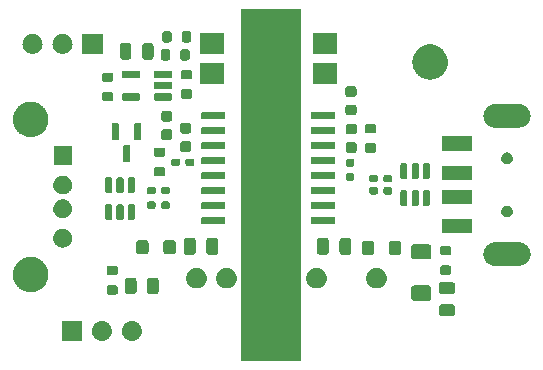
<source format=gbr>
%TF.GenerationSoftware,KiCad,Pcbnew,8.0.1*%
%TF.CreationDate,2024-05-09T21:24:45+03:00*%
%TF.ProjectId,USB_ISOLATOR,5553425f-4953-44f4-9c41-544f522e6b69,rev?*%
%TF.SameCoordinates,Original*%
%TF.FileFunction,Soldermask,Top*%
%TF.FilePolarity,Negative*%
%FSLAX46Y46*%
G04 Gerber Fmt 4.6, Leading zero omitted, Abs format (unit mm)*
G04 Created by KiCad (PCBNEW 8.0.1) date 2024-05-09 21:24:45*
%MOMM*%
%LPD*%
G01*
G04 APERTURE LIST*
G04 APERTURE END LIST*
G36*
X145019134Y-91520806D02*
G01*
X145025347Y-91527019D01*
X145026416Y-91527462D01*
X145039537Y-91540583D01*
X145039979Y-91541651D01*
X145046194Y-91547866D01*
X145046195Y-91556657D01*
X145046639Y-91557729D01*
X145049994Y-121235000D01*
X145050000Y-121285000D01*
X145046194Y-121304134D01*
X145039978Y-121310349D01*
X145039537Y-121311416D01*
X145026416Y-121324537D01*
X145025349Y-121324978D01*
X145019134Y-121331194D01*
X145010328Y-121331200D01*
X145009237Y-121331653D01*
X140010245Y-121334992D01*
X140000000Y-121335000D01*
X139980866Y-121331194D01*
X139974651Y-121324979D01*
X139973583Y-121324537D01*
X139960462Y-121311416D01*
X139960019Y-121310347D01*
X139953806Y-121304134D01*
X139953804Y-121295344D01*
X139953360Y-121294270D01*
X139950000Y-91573135D01*
X139950000Y-91573127D01*
X139950000Y-91567000D01*
X139953806Y-91547866D01*
X139960018Y-91541653D01*
X139960462Y-91540583D01*
X139973583Y-91527462D01*
X139974653Y-91527018D01*
X139980866Y-91520806D01*
X139989667Y-91520799D01*
X139990762Y-91520346D01*
X144993899Y-91517004D01*
X144993905Y-91517004D01*
X145000000Y-91517000D01*
X145019134Y-91520806D01*
G37*
G36*
X126518800Y-119620400D02*
G01*
X124818800Y-119620400D01*
X124818800Y-117920400D01*
X126518800Y-117920400D01*
X126518800Y-119620400D01*
G37*
G36*
X128249940Y-117925056D02*
G01*
X128297649Y-117925056D01*
X128338845Y-117933812D01*
X128374506Y-117937325D01*
X128419313Y-117950916D01*
X128471464Y-117962002D01*
X128504830Y-117976857D01*
X128533852Y-117985661D01*
X128579967Y-118010310D01*
X128633800Y-118034278D01*
X128658831Y-118052464D01*
X128680697Y-118064152D01*
X128725297Y-118100755D01*
X128777561Y-118138727D01*
X128794531Y-118157574D01*
X128809412Y-118169787D01*
X128849408Y-118218522D01*
X128896464Y-118270783D01*
X128906347Y-118287902D01*
X128915047Y-118298502D01*
X128947227Y-118358707D01*
X128985314Y-118424674D01*
X128989694Y-118438157D01*
X128993538Y-118445347D01*
X129014726Y-118515196D01*
X129040225Y-118593675D01*
X129041122Y-118602216D01*
X129041874Y-118604693D01*
X129049185Y-118678922D01*
X129058800Y-118770400D01*
X129049184Y-118861885D01*
X129041874Y-118936106D01*
X129041122Y-118938582D01*
X129040225Y-118947125D01*
X129014721Y-119025617D01*
X128993538Y-119095452D01*
X128989695Y-119102640D01*
X128985314Y-119116126D01*
X128947220Y-119182104D01*
X128915047Y-119242297D01*
X128906349Y-119252894D01*
X128896464Y-119270017D01*
X128849399Y-119322288D01*
X128809412Y-119371012D01*
X128794534Y-119383221D01*
X128777561Y-119402073D01*
X128725286Y-119440052D01*
X128680697Y-119476647D01*
X128658836Y-119488331D01*
X128633800Y-119506522D01*
X128579955Y-119530494D01*
X128533852Y-119555138D01*
X128504837Y-119563939D01*
X128471464Y-119578798D01*
X128419302Y-119589885D01*
X128374506Y-119603474D01*
X128338853Y-119606985D01*
X128297649Y-119615744D01*
X128249930Y-119615744D01*
X128208800Y-119619795D01*
X128167670Y-119615744D01*
X128119951Y-119615744D01*
X128078746Y-119606985D01*
X128043093Y-119603474D01*
X127998293Y-119589884D01*
X127946136Y-119578798D01*
X127912764Y-119563940D01*
X127883747Y-119555138D01*
X127837638Y-119530492D01*
X127783800Y-119506522D01*
X127758766Y-119488333D01*
X127736902Y-119476647D01*
X127692304Y-119440046D01*
X127640039Y-119402073D01*
X127623067Y-119383224D01*
X127608187Y-119371012D01*
X127568189Y-119322275D01*
X127521136Y-119270017D01*
X127511252Y-119252898D01*
X127502552Y-119242297D01*
X127470365Y-119182081D01*
X127432286Y-119116126D01*
X127427905Y-119102645D01*
X127424061Y-119095452D01*
X127402863Y-119025571D01*
X127377375Y-118947125D01*
X127376477Y-118938587D01*
X127375725Y-118936106D01*
X127368399Y-118861734D01*
X127358800Y-118770400D01*
X127368398Y-118679074D01*
X127375725Y-118604693D01*
X127376477Y-118602211D01*
X127377375Y-118593675D01*
X127402858Y-118515242D01*
X127424061Y-118445347D01*
X127427906Y-118438152D01*
X127432286Y-118424674D01*
X127470358Y-118358730D01*
X127502552Y-118298502D01*
X127511254Y-118287898D01*
X127521136Y-118270783D01*
X127568180Y-118218534D01*
X127608187Y-118169787D01*
X127623071Y-118157571D01*
X127640039Y-118138727D01*
X127692293Y-118100761D01*
X127736902Y-118064152D01*
X127758771Y-118052462D01*
X127783800Y-118034278D01*
X127837626Y-118010312D01*
X127883747Y-117985661D01*
X127912771Y-117976856D01*
X127946136Y-117962002D01*
X127998282Y-117950917D01*
X128043093Y-117937325D01*
X128078755Y-117933812D01*
X128119951Y-117925056D01*
X128167660Y-117925056D01*
X128208800Y-117921004D01*
X128249940Y-117925056D01*
G37*
G36*
X130789940Y-117925056D02*
G01*
X130837649Y-117925056D01*
X130878845Y-117933812D01*
X130914506Y-117937325D01*
X130959313Y-117950916D01*
X131011464Y-117962002D01*
X131044830Y-117976857D01*
X131073852Y-117985661D01*
X131119967Y-118010310D01*
X131173800Y-118034278D01*
X131198831Y-118052464D01*
X131220697Y-118064152D01*
X131265297Y-118100755D01*
X131317561Y-118138727D01*
X131334531Y-118157574D01*
X131349412Y-118169787D01*
X131389408Y-118218522D01*
X131436464Y-118270783D01*
X131446347Y-118287902D01*
X131455047Y-118298502D01*
X131487227Y-118358707D01*
X131525314Y-118424674D01*
X131529694Y-118438157D01*
X131533538Y-118445347D01*
X131554726Y-118515196D01*
X131580225Y-118593675D01*
X131581122Y-118602216D01*
X131581874Y-118604693D01*
X131589185Y-118678922D01*
X131598800Y-118770400D01*
X131589184Y-118861885D01*
X131581874Y-118936106D01*
X131581122Y-118938582D01*
X131580225Y-118947125D01*
X131554721Y-119025617D01*
X131533538Y-119095452D01*
X131529695Y-119102640D01*
X131525314Y-119116126D01*
X131487220Y-119182104D01*
X131455047Y-119242297D01*
X131446349Y-119252894D01*
X131436464Y-119270017D01*
X131389399Y-119322288D01*
X131349412Y-119371012D01*
X131334534Y-119383221D01*
X131317561Y-119402073D01*
X131265286Y-119440052D01*
X131220697Y-119476647D01*
X131198836Y-119488331D01*
X131173800Y-119506522D01*
X131119955Y-119530494D01*
X131073852Y-119555138D01*
X131044837Y-119563939D01*
X131011464Y-119578798D01*
X130959302Y-119589885D01*
X130914506Y-119603474D01*
X130878853Y-119606985D01*
X130837649Y-119615744D01*
X130789930Y-119615744D01*
X130748800Y-119619795D01*
X130707670Y-119615744D01*
X130659951Y-119615744D01*
X130618746Y-119606985D01*
X130583093Y-119603474D01*
X130538293Y-119589884D01*
X130486136Y-119578798D01*
X130452764Y-119563940D01*
X130423747Y-119555138D01*
X130377638Y-119530492D01*
X130323800Y-119506522D01*
X130298766Y-119488333D01*
X130276902Y-119476647D01*
X130232304Y-119440046D01*
X130180039Y-119402073D01*
X130163067Y-119383224D01*
X130148187Y-119371012D01*
X130108189Y-119322275D01*
X130061136Y-119270017D01*
X130051252Y-119252898D01*
X130042552Y-119242297D01*
X130010365Y-119182081D01*
X129972286Y-119116126D01*
X129967905Y-119102645D01*
X129964061Y-119095452D01*
X129942863Y-119025571D01*
X129917375Y-118947125D01*
X129916477Y-118938587D01*
X129915725Y-118936106D01*
X129908399Y-118861734D01*
X129898800Y-118770400D01*
X129908398Y-118679074D01*
X129915725Y-118604693D01*
X129916477Y-118602211D01*
X129917375Y-118593675D01*
X129942858Y-118515242D01*
X129964061Y-118445347D01*
X129967906Y-118438152D01*
X129972286Y-118424674D01*
X130010358Y-118358730D01*
X130042552Y-118298502D01*
X130051254Y-118287898D01*
X130061136Y-118270783D01*
X130108180Y-118218534D01*
X130148187Y-118169787D01*
X130163071Y-118157571D01*
X130180039Y-118138727D01*
X130232293Y-118100761D01*
X130276902Y-118064152D01*
X130298771Y-118052462D01*
X130323800Y-118034278D01*
X130377626Y-118010312D01*
X130423747Y-117985661D01*
X130452771Y-117976856D01*
X130486136Y-117962002D01*
X130538282Y-117950917D01*
X130583093Y-117937325D01*
X130618755Y-117933812D01*
X130659951Y-117925056D01*
X130707660Y-117925056D01*
X130748800Y-117921004D01*
X130789940Y-117925056D01*
G37*
G36*
X157910248Y-116532932D02*
G01*
X157953316Y-116539207D01*
X157961220Y-116543071D01*
X157978729Y-116546554D01*
X158007041Y-116565472D01*
X158026081Y-116574780D01*
X158036370Y-116585069D01*
X158057807Y-116599393D01*
X158072130Y-116620829D01*
X158082419Y-116631118D01*
X158091726Y-116650155D01*
X158110646Y-116678471D01*
X158114128Y-116695980D01*
X158117992Y-116703883D01*
X158124264Y-116746937D01*
X158129200Y-116771750D01*
X158129200Y-117259250D01*
X158124263Y-117284066D01*
X158117992Y-117327116D01*
X158114129Y-117335017D01*
X158110646Y-117352529D01*
X158091724Y-117380846D01*
X158082419Y-117399881D01*
X158072132Y-117410167D01*
X158057807Y-117431607D01*
X158036367Y-117445932D01*
X158026081Y-117456219D01*
X158007046Y-117465524D01*
X157978729Y-117484446D01*
X157961217Y-117487929D01*
X157953316Y-117491792D01*
X157910265Y-117498064D01*
X157885450Y-117503000D01*
X156972950Y-117503000D01*
X156948135Y-117498064D01*
X156905083Y-117491792D01*
X156897180Y-117487928D01*
X156879671Y-117484446D01*
X156851355Y-117465526D01*
X156832318Y-117456219D01*
X156822029Y-117445930D01*
X156800593Y-117431607D01*
X156786269Y-117410170D01*
X156775980Y-117399881D01*
X156766672Y-117380841D01*
X156747754Y-117352529D01*
X156744271Y-117335020D01*
X156740407Y-117327116D01*
X156734132Y-117284046D01*
X156729200Y-117259250D01*
X156729200Y-116771750D01*
X156734131Y-116746954D01*
X156740407Y-116703883D01*
X156744271Y-116695977D01*
X156747754Y-116678471D01*
X156766670Y-116650161D01*
X156775980Y-116631118D01*
X156786271Y-116620826D01*
X156800593Y-116599393D01*
X156822026Y-116585071D01*
X156832318Y-116574780D01*
X156851361Y-116565470D01*
X156879671Y-116546554D01*
X156897177Y-116543071D01*
X156905083Y-116539207D01*
X156948156Y-116532931D01*
X156972950Y-116528000D01*
X157885450Y-116528000D01*
X157910248Y-116532932D01*
G37*
G36*
X155869597Y-114922332D02*
G01*
X155914450Y-114928867D01*
X155922682Y-114932891D01*
X155940471Y-114936430D01*
X155969240Y-114955653D01*
X155989063Y-114965344D01*
X155999773Y-114976054D01*
X156021577Y-114990623D01*
X156036145Y-115012426D01*
X156046855Y-115023136D01*
X156056544Y-115042956D01*
X156075770Y-115071729D01*
X156079308Y-115089519D01*
X156083332Y-115097749D01*
X156089864Y-115142587D01*
X156094800Y-115167400D01*
X156094800Y-115967400D01*
X156089863Y-115992216D01*
X156083332Y-116037050D01*
X156079309Y-116045278D01*
X156075770Y-116063071D01*
X156056542Y-116091846D01*
X156046855Y-116111663D01*
X156036147Y-116122370D01*
X156021577Y-116144177D01*
X155999770Y-116158747D01*
X155989063Y-116169455D01*
X155969246Y-116179142D01*
X155940471Y-116198370D01*
X155922678Y-116201909D01*
X155914450Y-116205932D01*
X155869614Y-116212464D01*
X155844800Y-116217400D01*
X154644800Y-116217400D01*
X154619986Y-116212464D01*
X154575149Y-116205932D01*
X154566919Y-116201908D01*
X154549129Y-116198370D01*
X154520356Y-116179144D01*
X154500536Y-116169455D01*
X154489826Y-116158745D01*
X154468023Y-116144177D01*
X154453454Y-116122373D01*
X154442744Y-116111663D01*
X154433053Y-116091840D01*
X154413830Y-116063071D01*
X154410291Y-116045282D01*
X154406267Y-116037050D01*
X154399732Y-115992196D01*
X154394800Y-115967400D01*
X154394800Y-115167400D01*
X154399731Y-115142605D01*
X154406267Y-115097749D01*
X154410291Y-115089515D01*
X154413830Y-115071729D01*
X154433051Y-115042961D01*
X154442744Y-115023136D01*
X154453456Y-115012423D01*
X154468023Y-114990623D01*
X154489823Y-114976056D01*
X154500536Y-114965344D01*
X154520361Y-114955651D01*
X154549129Y-114936430D01*
X154566915Y-114932891D01*
X154575149Y-114928867D01*
X154620006Y-114922331D01*
X154644800Y-114917400D01*
X155844800Y-114917400D01*
X155869597Y-114922332D01*
G37*
G36*
X129373842Y-114905991D02*
G01*
X129406527Y-114910294D01*
X129414748Y-114914127D01*
X129434337Y-114918024D01*
X129460280Y-114935359D01*
X129471408Y-114940548D01*
X129478178Y-114947318D01*
X129499221Y-114961379D01*
X129513281Y-114982421D01*
X129520051Y-114989191D01*
X129525238Y-115000316D01*
X129542576Y-115026263D01*
X129546472Y-115045853D01*
X129550305Y-115054072D01*
X129554606Y-115086745D01*
X129557800Y-115102800D01*
X129557800Y-115502800D01*
X129554605Y-115518857D01*
X129550305Y-115551527D01*
X129546473Y-115559744D01*
X129542576Y-115579337D01*
X129525237Y-115605285D01*
X129520051Y-115616408D01*
X129513283Y-115623175D01*
X129499221Y-115644221D01*
X129478175Y-115658283D01*
X129471408Y-115665051D01*
X129460285Y-115670237D01*
X129434337Y-115687576D01*
X129414744Y-115691473D01*
X129406527Y-115695305D01*
X129373856Y-115699606D01*
X129357800Y-115702800D01*
X128807800Y-115702800D01*
X128791744Y-115699606D01*
X128759072Y-115695305D01*
X128750853Y-115691472D01*
X128731263Y-115687576D01*
X128705316Y-115670238D01*
X128694191Y-115665051D01*
X128687421Y-115658281D01*
X128666379Y-115644221D01*
X128652318Y-115623178D01*
X128645548Y-115616408D01*
X128640359Y-115605280D01*
X128623024Y-115579337D01*
X128619127Y-115559748D01*
X128615294Y-115551527D01*
X128610990Y-115518841D01*
X128607800Y-115502800D01*
X128607800Y-115102800D01*
X128610990Y-115086759D01*
X128615294Y-115054072D01*
X128619127Y-115045849D01*
X128623024Y-115026263D01*
X128640357Y-115000321D01*
X128645548Y-114989191D01*
X128652320Y-114982418D01*
X128666379Y-114961379D01*
X128687418Y-114947320D01*
X128694191Y-114940548D01*
X128705321Y-114935357D01*
X128731263Y-114918024D01*
X128750849Y-114914127D01*
X128759072Y-114910294D01*
X128791760Y-114905990D01*
X128807800Y-114902800D01*
X129357800Y-114902800D01*
X129373842Y-114905991D01*
G37*
G36*
X130928448Y-114265332D02*
G01*
X130971516Y-114271607D01*
X130979420Y-114275471D01*
X130996929Y-114278954D01*
X131025241Y-114297872D01*
X131044281Y-114307180D01*
X131054570Y-114317469D01*
X131076007Y-114331793D01*
X131090330Y-114353229D01*
X131100619Y-114363518D01*
X131109926Y-114382555D01*
X131128846Y-114410871D01*
X131132328Y-114428380D01*
X131136192Y-114436283D01*
X131142464Y-114479337D01*
X131147400Y-114504150D01*
X131147400Y-115416650D01*
X131142463Y-115441466D01*
X131136192Y-115484516D01*
X131132329Y-115492417D01*
X131128846Y-115509929D01*
X131109924Y-115538246D01*
X131100619Y-115557281D01*
X131090332Y-115567567D01*
X131076007Y-115589007D01*
X131054567Y-115603332D01*
X131044281Y-115613619D01*
X131025246Y-115622924D01*
X130996929Y-115641846D01*
X130979417Y-115645329D01*
X130971516Y-115649192D01*
X130928465Y-115655464D01*
X130903650Y-115660400D01*
X130416150Y-115660400D01*
X130391335Y-115655464D01*
X130348283Y-115649192D01*
X130340380Y-115645328D01*
X130322871Y-115641846D01*
X130294555Y-115622926D01*
X130275518Y-115613619D01*
X130265229Y-115603330D01*
X130243793Y-115589007D01*
X130229469Y-115567570D01*
X130219180Y-115557281D01*
X130209872Y-115538241D01*
X130190954Y-115509929D01*
X130187471Y-115492420D01*
X130183607Y-115484516D01*
X130177332Y-115441446D01*
X130172400Y-115416650D01*
X130172400Y-114504150D01*
X130177331Y-114479354D01*
X130183607Y-114436283D01*
X130187471Y-114428377D01*
X130190954Y-114410871D01*
X130209870Y-114382561D01*
X130219180Y-114363518D01*
X130229471Y-114353226D01*
X130243793Y-114331793D01*
X130265226Y-114317471D01*
X130275518Y-114307180D01*
X130294561Y-114297870D01*
X130322871Y-114278954D01*
X130340377Y-114275471D01*
X130348283Y-114271607D01*
X130391356Y-114265331D01*
X130416150Y-114260400D01*
X130903650Y-114260400D01*
X130928448Y-114265332D01*
G37*
G36*
X132803448Y-114265332D02*
G01*
X132846516Y-114271607D01*
X132854420Y-114275471D01*
X132871929Y-114278954D01*
X132900241Y-114297872D01*
X132919281Y-114307180D01*
X132929570Y-114317469D01*
X132951007Y-114331793D01*
X132965330Y-114353229D01*
X132975619Y-114363518D01*
X132984926Y-114382555D01*
X133003846Y-114410871D01*
X133007328Y-114428380D01*
X133011192Y-114436283D01*
X133017464Y-114479337D01*
X133022400Y-114504150D01*
X133022400Y-115416650D01*
X133017463Y-115441466D01*
X133011192Y-115484516D01*
X133007329Y-115492417D01*
X133003846Y-115509929D01*
X132984924Y-115538246D01*
X132975619Y-115557281D01*
X132965332Y-115567567D01*
X132951007Y-115589007D01*
X132929567Y-115603332D01*
X132919281Y-115613619D01*
X132900246Y-115622924D01*
X132871929Y-115641846D01*
X132854417Y-115645329D01*
X132846516Y-115649192D01*
X132803465Y-115655464D01*
X132778650Y-115660400D01*
X132291150Y-115660400D01*
X132266335Y-115655464D01*
X132223283Y-115649192D01*
X132215380Y-115645328D01*
X132197871Y-115641846D01*
X132169555Y-115622926D01*
X132150518Y-115613619D01*
X132140229Y-115603330D01*
X132118793Y-115589007D01*
X132104469Y-115567570D01*
X132094180Y-115557281D01*
X132084872Y-115538241D01*
X132065954Y-115509929D01*
X132062471Y-115492420D01*
X132058607Y-115484516D01*
X132052332Y-115441446D01*
X132047400Y-115416650D01*
X132047400Y-114504150D01*
X132052331Y-114479354D01*
X132058607Y-114436283D01*
X132062471Y-114428377D01*
X132065954Y-114410871D01*
X132084870Y-114382561D01*
X132094180Y-114363518D01*
X132104471Y-114353226D01*
X132118793Y-114331793D01*
X132140226Y-114317471D01*
X132150518Y-114307180D01*
X132169561Y-114297870D01*
X132197871Y-114278954D01*
X132215377Y-114275471D01*
X132223283Y-114271607D01*
X132266356Y-114265331D01*
X132291150Y-114260400D01*
X132778650Y-114260400D01*
X132803448Y-114265332D01*
G37*
G36*
X157910248Y-114657932D02*
G01*
X157953316Y-114664207D01*
X157961220Y-114668071D01*
X157978729Y-114671554D01*
X158007041Y-114690472D01*
X158026081Y-114699780D01*
X158036370Y-114710069D01*
X158057807Y-114724393D01*
X158072130Y-114745829D01*
X158082419Y-114756118D01*
X158091726Y-114775155D01*
X158110646Y-114803471D01*
X158114128Y-114820980D01*
X158117992Y-114828883D01*
X158124264Y-114871937D01*
X158129200Y-114896750D01*
X158129200Y-115384250D01*
X158124263Y-115409066D01*
X158117992Y-115452116D01*
X158114129Y-115460017D01*
X158110646Y-115477529D01*
X158091724Y-115505846D01*
X158082419Y-115524881D01*
X158072132Y-115535167D01*
X158057807Y-115556607D01*
X158036367Y-115570932D01*
X158026081Y-115581219D01*
X158007046Y-115590524D01*
X157978729Y-115609446D01*
X157961217Y-115612929D01*
X157953316Y-115616792D01*
X157910265Y-115623064D01*
X157885450Y-115628000D01*
X156972950Y-115628000D01*
X156948135Y-115623064D01*
X156905083Y-115616792D01*
X156897180Y-115612928D01*
X156879671Y-115609446D01*
X156851355Y-115590526D01*
X156832318Y-115581219D01*
X156822029Y-115570930D01*
X156800593Y-115556607D01*
X156786269Y-115535170D01*
X156775980Y-115524881D01*
X156766672Y-115505841D01*
X156747754Y-115477529D01*
X156744271Y-115460020D01*
X156740407Y-115452116D01*
X156734132Y-115409046D01*
X156729200Y-115384250D01*
X156729200Y-114896750D01*
X156734131Y-114871954D01*
X156740407Y-114828883D01*
X156744271Y-114820977D01*
X156747754Y-114803471D01*
X156766670Y-114775161D01*
X156775980Y-114756118D01*
X156786271Y-114745826D01*
X156800593Y-114724393D01*
X156822026Y-114710071D01*
X156832318Y-114699780D01*
X156851361Y-114690470D01*
X156879671Y-114671554D01*
X156897177Y-114668071D01*
X156905083Y-114664207D01*
X156948156Y-114657931D01*
X156972950Y-114653000D01*
X157885450Y-114653000D01*
X157910248Y-114657932D01*
G37*
G36*
X122242589Y-112491723D02*
G01*
X122306269Y-112491723D01*
X122363109Y-112501208D01*
X122416994Y-112505449D01*
X122481892Y-112521029D01*
X122550628Y-112532500D01*
X122599377Y-112549235D01*
X122645805Y-112560382D01*
X122713381Y-112588372D01*
X122784943Y-112612940D01*
X122824914Y-112634571D01*
X122863210Y-112650434D01*
X122931086Y-112692028D01*
X123002822Y-112730850D01*
X123033863Y-112755010D01*
X123063851Y-112773387D01*
X123129385Y-112829358D01*
X123198322Y-112883014D01*
X123220808Y-112907440D01*
X123242787Y-112926212D01*
X123303137Y-112996873D01*
X123366111Y-113065281D01*
X123380914Y-113087939D01*
X123395612Y-113105148D01*
X123447841Y-113190378D01*
X123501611Y-113272679D01*
X123510012Y-113291832D01*
X123518565Y-113305789D01*
X123559783Y-113405298D01*
X123601126Y-113499551D01*
X123604747Y-113513852D01*
X123608617Y-113523194D01*
X123636063Y-113637514D01*
X123661942Y-113739708D01*
X123662650Y-113748258D01*
X123663550Y-113752005D01*
X123674692Y-113893583D01*
X123682400Y-113986600D01*
X123674691Y-114079624D01*
X123663550Y-114221194D01*
X123662650Y-114224940D01*
X123661942Y-114233492D01*
X123636058Y-114335703D01*
X123608617Y-114450005D01*
X123604748Y-114459344D01*
X123601126Y-114473649D01*
X123559775Y-114567918D01*
X123518565Y-114667410D01*
X123510014Y-114681363D01*
X123501611Y-114700521D01*
X123447831Y-114782837D01*
X123395612Y-114868051D01*
X123380917Y-114885256D01*
X123366111Y-114907919D01*
X123303125Y-114976339D01*
X123242787Y-115046987D01*
X123220812Y-115065755D01*
X123198322Y-115090186D01*
X123129372Y-115143851D01*
X123063851Y-115199812D01*
X123033869Y-115218184D01*
X123002822Y-115242350D01*
X122931072Y-115281178D01*
X122863210Y-115322765D01*
X122824922Y-115338624D01*
X122784943Y-115360260D01*
X122713366Y-115384831D01*
X122645805Y-115412817D01*
X122599387Y-115423960D01*
X122550628Y-115440700D01*
X122481879Y-115452172D01*
X122416994Y-115467750D01*
X122363121Y-115471989D01*
X122306269Y-115481477D01*
X122242576Y-115481477D01*
X122182400Y-115486213D01*
X122122223Y-115481477D01*
X122058531Y-115481477D01*
X122001679Y-115471990D01*
X121947805Y-115467750D01*
X121882917Y-115452171D01*
X121814172Y-115440700D01*
X121765414Y-115423961D01*
X121718994Y-115412817D01*
X121651427Y-115384829D01*
X121579857Y-115360260D01*
X121539880Y-115338625D01*
X121501589Y-115322765D01*
X121433719Y-115281174D01*
X121361978Y-115242350D01*
X121330934Y-115218187D01*
X121300948Y-115199812D01*
X121235416Y-115143842D01*
X121166478Y-115090186D01*
X121143991Y-115065759D01*
X121122012Y-115046987D01*
X121061660Y-114976324D01*
X120998689Y-114907919D01*
X120983886Y-114885261D01*
X120969187Y-114868051D01*
X120916952Y-114782812D01*
X120863189Y-114700521D01*
X120854788Y-114681369D01*
X120846234Y-114667410D01*
X120805006Y-114567877D01*
X120763674Y-114473649D01*
X120760053Y-114459351D01*
X120756182Y-114450005D01*
X120728722Y-114335627D01*
X120702858Y-114233492D01*
X120702149Y-114224946D01*
X120701249Y-114221194D01*
X120690088Y-114079383D01*
X120682400Y-113986600D01*
X120690087Y-113893823D01*
X120701249Y-113752005D01*
X120702150Y-113748251D01*
X120702858Y-113739708D01*
X120728717Y-113637590D01*
X120756182Y-113523194D01*
X120760053Y-113513846D01*
X120763674Y-113499551D01*
X120804998Y-113405339D01*
X120846234Y-113305789D01*
X120854789Y-113291826D01*
X120863189Y-113272679D01*
X120916942Y-113190402D01*
X120969187Y-113105148D01*
X120983888Y-113087934D01*
X120998689Y-113065281D01*
X121061648Y-112996888D01*
X121122012Y-112926212D01*
X121143995Y-112907436D01*
X121166478Y-112883014D01*
X121235402Y-112829367D01*
X121300948Y-112773387D01*
X121330940Y-112755007D01*
X121361978Y-112730850D01*
X121433705Y-112692033D01*
X121501589Y-112650434D01*
X121539888Y-112634569D01*
X121579857Y-112612940D01*
X121651413Y-112588374D01*
X121718994Y-112560382D01*
X121765424Y-112549234D01*
X121814172Y-112532500D01*
X121882903Y-112521030D01*
X121947805Y-112505449D01*
X122001690Y-112501208D01*
X122058531Y-112491723D01*
X122122211Y-112491723D01*
X122182400Y-112486986D01*
X122242589Y-112491723D01*
G37*
G36*
X136262729Y-113429793D02*
G01*
X136311662Y-113429793D01*
X136353917Y-113438774D01*
X136390783Y-113442406D01*
X136437102Y-113456456D01*
X136490590Y-113467826D01*
X136524812Y-113483062D01*
X136554819Y-113492165D01*
X136602508Y-113517654D01*
X136657700Y-113542228D01*
X136683358Y-113560870D01*
X136705987Y-113572965D01*
X136752141Y-113610843D01*
X136805689Y-113649748D01*
X136823078Y-113669060D01*
X136838490Y-113681709D01*
X136879910Y-113732179D01*
X136928090Y-113785688D01*
X136938210Y-113803216D01*
X136947234Y-113814212D01*
X136980613Y-113876662D01*
X137019552Y-113944105D01*
X137024031Y-113957892D01*
X137028034Y-113965380D01*
X137050095Y-114038107D01*
X137076079Y-114118077D01*
X137076993Y-114126781D01*
X137077793Y-114129416D01*
X137085577Y-114208444D01*
X137095200Y-114300000D01*
X137085576Y-114391563D01*
X137077793Y-114470583D01*
X137076994Y-114473216D01*
X137076079Y-114481923D01*
X137050090Y-114561906D01*
X137028034Y-114634619D01*
X137024032Y-114642105D01*
X137019552Y-114655895D01*
X136980606Y-114723350D01*
X136947234Y-114785787D01*
X136938211Y-114796780D01*
X136928090Y-114814312D01*
X136879901Y-114867831D01*
X136838490Y-114918290D01*
X136823081Y-114930935D01*
X136805689Y-114950252D01*
X136752130Y-114989164D01*
X136705987Y-115027034D01*
X136683363Y-115039126D01*
X136657700Y-115057772D01*
X136602496Y-115082349D01*
X136554819Y-115107834D01*
X136524819Y-115116934D01*
X136490590Y-115132174D01*
X136437091Y-115143545D01*
X136390783Y-115157593D01*
X136353926Y-115161223D01*
X136311662Y-115170207D01*
X136262719Y-115170207D01*
X136220200Y-115174395D01*
X136177681Y-115170207D01*
X136128738Y-115170207D01*
X136086474Y-115161223D01*
X136049616Y-115157593D01*
X136003304Y-115143544D01*
X135949810Y-115132174D01*
X135915582Y-115116935D01*
X135885580Y-115107834D01*
X135837897Y-115082347D01*
X135782700Y-115057772D01*
X135757038Y-115039128D01*
X135734412Y-115027034D01*
X135688260Y-114989157D01*
X135634711Y-114950252D01*
X135617321Y-114930938D01*
X135601909Y-114918290D01*
X135560487Y-114867818D01*
X135512310Y-114814312D01*
X135502190Y-114796784D01*
X135493165Y-114785787D01*
X135459779Y-114723326D01*
X135420848Y-114655895D01*
X135416368Y-114642110D01*
X135412365Y-114634619D01*
X135390294Y-114561860D01*
X135364321Y-114481923D01*
X135363406Y-114473221D01*
X135362606Y-114470583D01*
X135354807Y-114391412D01*
X135345200Y-114300000D01*
X135354807Y-114208595D01*
X135362606Y-114129416D01*
X135363406Y-114126776D01*
X135364321Y-114118077D01*
X135390289Y-114038153D01*
X135412365Y-113965380D01*
X135416369Y-113957887D01*
X135420848Y-113944105D01*
X135459772Y-113876685D01*
X135493165Y-113814212D01*
X135502192Y-113803212D01*
X135512310Y-113785688D01*
X135560478Y-113732191D01*
X135601909Y-113681709D01*
X135617324Y-113669057D01*
X135634711Y-113649748D01*
X135688249Y-113610849D01*
X135734412Y-113572965D01*
X135757044Y-113560868D01*
X135782700Y-113542228D01*
X135837886Y-113517657D01*
X135885580Y-113492165D01*
X135915589Y-113483061D01*
X135949810Y-113467826D01*
X136003293Y-113456457D01*
X136049616Y-113442406D01*
X136086483Y-113438774D01*
X136128738Y-113429793D01*
X136177671Y-113429793D01*
X136220200Y-113425604D01*
X136262729Y-113429793D01*
G37*
G36*
X138802729Y-113429793D02*
G01*
X138851662Y-113429793D01*
X138893917Y-113438774D01*
X138930783Y-113442406D01*
X138977102Y-113456456D01*
X139030590Y-113467826D01*
X139064812Y-113483062D01*
X139094819Y-113492165D01*
X139142508Y-113517654D01*
X139197700Y-113542228D01*
X139223358Y-113560870D01*
X139245987Y-113572965D01*
X139292141Y-113610843D01*
X139345689Y-113649748D01*
X139363078Y-113669060D01*
X139378490Y-113681709D01*
X139419910Y-113732179D01*
X139468090Y-113785688D01*
X139478210Y-113803216D01*
X139487234Y-113814212D01*
X139520613Y-113876662D01*
X139559552Y-113944105D01*
X139564031Y-113957892D01*
X139568034Y-113965380D01*
X139590095Y-114038107D01*
X139616079Y-114118077D01*
X139616993Y-114126781D01*
X139617793Y-114129416D01*
X139625577Y-114208444D01*
X139635200Y-114300000D01*
X139625576Y-114391563D01*
X139617793Y-114470583D01*
X139616994Y-114473216D01*
X139616079Y-114481923D01*
X139590090Y-114561906D01*
X139568034Y-114634619D01*
X139564032Y-114642105D01*
X139559552Y-114655895D01*
X139520606Y-114723350D01*
X139487234Y-114785787D01*
X139478211Y-114796780D01*
X139468090Y-114814312D01*
X139419901Y-114867831D01*
X139378490Y-114918290D01*
X139363081Y-114930935D01*
X139345689Y-114950252D01*
X139292130Y-114989164D01*
X139245987Y-115027034D01*
X139223363Y-115039126D01*
X139197700Y-115057772D01*
X139142496Y-115082349D01*
X139094819Y-115107834D01*
X139064819Y-115116934D01*
X139030590Y-115132174D01*
X138977091Y-115143545D01*
X138930783Y-115157593D01*
X138893926Y-115161223D01*
X138851662Y-115170207D01*
X138802719Y-115170207D01*
X138760200Y-115174395D01*
X138717681Y-115170207D01*
X138668738Y-115170207D01*
X138626474Y-115161223D01*
X138589616Y-115157593D01*
X138543304Y-115143544D01*
X138489810Y-115132174D01*
X138455582Y-115116935D01*
X138425580Y-115107834D01*
X138377897Y-115082347D01*
X138322700Y-115057772D01*
X138297038Y-115039128D01*
X138274412Y-115027034D01*
X138228260Y-114989157D01*
X138174711Y-114950252D01*
X138157321Y-114930938D01*
X138141909Y-114918290D01*
X138100487Y-114867818D01*
X138052310Y-114814312D01*
X138042190Y-114796784D01*
X138033165Y-114785787D01*
X137999779Y-114723326D01*
X137960848Y-114655895D01*
X137956368Y-114642110D01*
X137952365Y-114634619D01*
X137930294Y-114561860D01*
X137904321Y-114481923D01*
X137903406Y-114473221D01*
X137902606Y-114470583D01*
X137894807Y-114391412D01*
X137885200Y-114300000D01*
X137894807Y-114208595D01*
X137902606Y-114129416D01*
X137903406Y-114126776D01*
X137904321Y-114118077D01*
X137930289Y-114038153D01*
X137952365Y-113965380D01*
X137956369Y-113957887D01*
X137960848Y-113944105D01*
X137999772Y-113876685D01*
X138033165Y-113814212D01*
X138042192Y-113803212D01*
X138052310Y-113785688D01*
X138100478Y-113732191D01*
X138141909Y-113681709D01*
X138157324Y-113669057D01*
X138174711Y-113649748D01*
X138228249Y-113610849D01*
X138274412Y-113572965D01*
X138297044Y-113560868D01*
X138322700Y-113542228D01*
X138377886Y-113517657D01*
X138425580Y-113492165D01*
X138455589Y-113483061D01*
X138489810Y-113467826D01*
X138543293Y-113456457D01*
X138589616Y-113442406D01*
X138626483Y-113438774D01*
X138668738Y-113429793D01*
X138717671Y-113429793D01*
X138760200Y-113425604D01*
X138802729Y-113429793D01*
G37*
G36*
X146422729Y-113429793D02*
G01*
X146471662Y-113429793D01*
X146513917Y-113438774D01*
X146550783Y-113442406D01*
X146597102Y-113456456D01*
X146650590Y-113467826D01*
X146684812Y-113483062D01*
X146714819Y-113492165D01*
X146762508Y-113517654D01*
X146817700Y-113542228D01*
X146843358Y-113560870D01*
X146865987Y-113572965D01*
X146912141Y-113610843D01*
X146965689Y-113649748D01*
X146983078Y-113669060D01*
X146998490Y-113681709D01*
X147039910Y-113732179D01*
X147088090Y-113785688D01*
X147098210Y-113803216D01*
X147107234Y-113814212D01*
X147140613Y-113876662D01*
X147179552Y-113944105D01*
X147184031Y-113957892D01*
X147188034Y-113965380D01*
X147210095Y-114038107D01*
X147236079Y-114118077D01*
X147236993Y-114126781D01*
X147237793Y-114129416D01*
X147245577Y-114208444D01*
X147255200Y-114300000D01*
X147245576Y-114391563D01*
X147237793Y-114470583D01*
X147236994Y-114473216D01*
X147236079Y-114481923D01*
X147210090Y-114561906D01*
X147188034Y-114634619D01*
X147184032Y-114642105D01*
X147179552Y-114655895D01*
X147140606Y-114723350D01*
X147107234Y-114785787D01*
X147098211Y-114796780D01*
X147088090Y-114814312D01*
X147039901Y-114867831D01*
X146998490Y-114918290D01*
X146983081Y-114930935D01*
X146965689Y-114950252D01*
X146912130Y-114989164D01*
X146865987Y-115027034D01*
X146843363Y-115039126D01*
X146817700Y-115057772D01*
X146762496Y-115082349D01*
X146714819Y-115107834D01*
X146684819Y-115116934D01*
X146650590Y-115132174D01*
X146597091Y-115143545D01*
X146550783Y-115157593D01*
X146513926Y-115161223D01*
X146471662Y-115170207D01*
X146422719Y-115170207D01*
X146380200Y-115174395D01*
X146337681Y-115170207D01*
X146288738Y-115170207D01*
X146246474Y-115161223D01*
X146209616Y-115157593D01*
X146163304Y-115143544D01*
X146109810Y-115132174D01*
X146075582Y-115116935D01*
X146045580Y-115107834D01*
X145997897Y-115082347D01*
X145942700Y-115057772D01*
X145917038Y-115039128D01*
X145894412Y-115027034D01*
X145848260Y-114989157D01*
X145794711Y-114950252D01*
X145777321Y-114930938D01*
X145761909Y-114918290D01*
X145720487Y-114867818D01*
X145672310Y-114814312D01*
X145662190Y-114796784D01*
X145653165Y-114785787D01*
X145619779Y-114723326D01*
X145580848Y-114655895D01*
X145576368Y-114642110D01*
X145572365Y-114634619D01*
X145550294Y-114561860D01*
X145524321Y-114481923D01*
X145523406Y-114473221D01*
X145522606Y-114470583D01*
X145514807Y-114391412D01*
X145505200Y-114300000D01*
X145514807Y-114208595D01*
X145522606Y-114129416D01*
X145523406Y-114126776D01*
X145524321Y-114118077D01*
X145550289Y-114038153D01*
X145572365Y-113965380D01*
X145576369Y-113957887D01*
X145580848Y-113944105D01*
X145619772Y-113876685D01*
X145653165Y-113814212D01*
X145662192Y-113803212D01*
X145672310Y-113785688D01*
X145720478Y-113732191D01*
X145761909Y-113681709D01*
X145777324Y-113669057D01*
X145794711Y-113649748D01*
X145848249Y-113610849D01*
X145894412Y-113572965D01*
X145917044Y-113560868D01*
X145942700Y-113542228D01*
X145997886Y-113517657D01*
X146045580Y-113492165D01*
X146075589Y-113483061D01*
X146109810Y-113467826D01*
X146163293Y-113456457D01*
X146209616Y-113442406D01*
X146246483Y-113438774D01*
X146288738Y-113429793D01*
X146337671Y-113429793D01*
X146380200Y-113425604D01*
X146422729Y-113429793D01*
G37*
G36*
X151502729Y-113429793D02*
G01*
X151551662Y-113429793D01*
X151593917Y-113438774D01*
X151630783Y-113442406D01*
X151677102Y-113456456D01*
X151730590Y-113467826D01*
X151764812Y-113483062D01*
X151794819Y-113492165D01*
X151842508Y-113517654D01*
X151897700Y-113542228D01*
X151923358Y-113560870D01*
X151945987Y-113572965D01*
X151992141Y-113610843D01*
X152045689Y-113649748D01*
X152063078Y-113669060D01*
X152078490Y-113681709D01*
X152119910Y-113732179D01*
X152168090Y-113785688D01*
X152178210Y-113803216D01*
X152187234Y-113814212D01*
X152220613Y-113876662D01*
X152259552Y-113944105D01*
X152264031Y-113957892D01*
X152268034Y-113965380D01*
X152290095Y-114038107D01*
X152316079Y-114118077D01*
X152316993Y-114126781D01*
X152317793Y-114129416D01*
X152325577Y-114208444D01*
X152335200Y-114300000D01*
X152325576Y-114391563D01*
X152317793Y-114470583D01*
X152316994Y-114473216D01*
X152316079Y-114481923D01*
X152290090Y-114561906D01*
X152268034Y-114634619D01*
X152264032Y-114642105D01*
X152259552Y-114655895D01*
X152220606Y-114723350D01*
X152187234Y-114785787D01*
X152178211Y-114796780D01*
X152168090Y-114814312D01*
X152119901Y-114867831D01*
X152078490Y-114918290D01*
X152063081Y-114930935D01*
X152045689Y-114950252D01*
X151992130Y-114989164D01*
X151945987Y-115027034D01*
X151923363Y-115039126D01*
X151897700Y-115057772D01*
X151842496Y-115082349D01*
X151794819Y-115107834D01*
X151764819Y-115116934D01*
X151730590Y-115132174D01*
X151677091Y-115143545D01*
X151630783Y-115157593D01*
X151593926Y-115161223D01*
X151551662Y-115170207D01*
X151502719Y-115170207D01*
X151460200Y-115174395D01*
X151417681Y-115170207D01*
X151368738Y-115170207D01*
X151326474Y-115161223D01*
X151289616Y-115157593D01*
X151243304Y-115143544D01*
X151189810Y-115132174D01*
X151155582Y-115116935D01*
X151125580Y-115107834D01*
X151077897Y-115082347D01*
X151022700Y-115057772D01*
X150997038Y-115039128D01*
X150974412Y-115027034D01*
X150928260Y-114989157D01*
X150874711Y-114950252D01*
X150857321Y-114930938D01*
X150841909Y-114918290D01*
X150800487Y-114867818D01*
X150752310Y-114814312D01*
X150742190Y-114796784D01*
X150733165Y-114785787D01*
X150699779Y-114723326D01*
X150660848Y-114655895D01*
X150656368Y-114642110D01*
X150652365Y-114634619D01*
X150630294Y-114561860D01*
X150604321Y-114481923D01*
X150603406Y-114473221D01*
X150602606Y-114470583D01*
X150594807Y-114391412D01*
X150585200Y-114300000D01*
X150594807Y-114208595D01*
X150602606Y-114129416D01*
X150603406Y-114126776D01*
X150604321Y-114118077D01*
X150630289Y-114038153D01*
X150652365Y-113965380D01*
X150656369Y-113957887D01*
X150660848Y-113944105D01*
X150699772Y-113876685D01*
X150733165Y-113814212D01*
X150742192Y-113803212D01*
X150752310Y-113785688D01*
X150800478Y-113732191D01*
X150841909Y-113681709D01*
X150857324Y-113669057D01*
X150874711Y-113649748D01*
X150928249Y-113610849D01*
X150974412Y-113572965D01*
X150997044Y-113560868D01*
X151022700Y-113542228D01*
X151077886Y-113517657D01*
X151125580Y-113492165D01*
X151155589Y-113483061D01*
X151189810Y-113467826D01*
X151243293Y-113456457D01*
X151289616Y-113442406D01*
X151326483Y-113438774D01*
X151368738Y-113429793D01*
X151417671Y-113429793D01*
X151460200Y-113425604D01*
X151502729Y-113429793D01*
G37*
G36*
X129373842Y-113255991D02*
G01*
X129406527Y-113260294D01*
X129414748Y-113264127D01*
X129434337Y-113268024D01*
X129460280Y-113285359D01*
X129471408Y-113290548D01*
X129478178Y-113297318D01*
X129499221Y-113311379D01*
X129513281Y-113332421D01*
X129520051Y-113339191D01*
X129525238Y-113350316D01*
X129542576Y-113376263D01*
X129546472Y-113395853D01*
X129550305Y-113404072D01*
X129554606Y-113436745D01*
X129557800Y-113452800D01*
X129557800Y-113852800D01*
X129554605Y-113868857D01*
X129550305Y-113901527D01*
X129546473Y-113909744D01*
X129542576Y-113929337D01*
X129525237Y-113955285D01*
X129520051Y-113966408D01*
X129513283Y-113973175D01*
X129499221Y-113994221D01*
X129478175Y-114008283D01*
X129471408Y-114015051D01*
X129460285Y-114020237D01*
X129434337Y-114037576D01*
X129414744Y-114041473D01*
X129406527Y-114045305D01*
X129373856Y-114049606D01*
X129357800Y-114052800D01*
X128807800Y-114052800D01*
X128791744Y-114049606D01*
X128759072Y-114045305D01*
X128750853Y-114041472D01*
X128731263Y-114037576D01*
X128705316Y-114020238D01*
X128694191Y-114015051D01*
X128687421Y-114008281D01*
X128666379Y-113994221D01*
X128652318Y-113973178D01*
X128645548Y-113966408D01*
X128640359Y-113955280D01*
X128623024Y-113929337D01*
X128619127Y-113909748D01*
X128615294Y-113901527D01*
X128610990Y-113868841D01*
X128607800Y-113852800D01*
X128607800Y-113452800D01*
X128610990Y-113436759D01*
X128615294Y-113404072D01*
X128619127Y-113395849D01*
X128623024Y-113376263D01*
X128640357Y-113350321D01*
X128645548Y-113339191D01*
X128652320Y-113332418D01*
X128666379Y-113311379D01*
X128687418Y-113297320D01*
X128694191Y-113290548D01*
X128705321Y-113285357D01*
X128731263Y-113268024D01*
X128750849Y-113264127D01*
X128759072Y-113260294D01*
X128791760Y-113255990D01*
X128807800Y-113252800D01*
X129357800Y-113252800D01*
X129373842Y-113255991D01*
G37*
G36*
X157618642Y-113229591D02*
G01*
X157651327Y-113233894D01*
X157659548Y-113237727D01*
X157679137Y-113241624D01*
X157705080Y-113258959D01*
X157716208Y-113264148D01*
X157722978Y-113270918D01*
X157744021Y-113284979D01*
X157758081Y-113306021D01*
X157764851Y-113312791D01*
X157770038Y-113323916D01*
X157787376Y-113349863D01*
X157791272Y-113369453D01*
X157795105Y-113377672D01*
X157799406Y-113410345D01*
X157802600Y-113426400D01*
X157802600Y-113826400D01*
X157799405Y-113842457D01*
X157795105Y-113875127D01*
X157791273Y-113883344D01*
X157787376Y-113902937D01*
X157770037Y-113928885D01*
X157764851Y-113940008D01*
X157758083Y-113946775D01*
X157744021Y-113967821D01*
X157722975Y-113981883D01*
X157716208Y-113988651D01*
X157705085Y-113993837D01*
X157679137Y-114011176D01*
X157659544Y-114015073D01*
X157651327Y-114018905D01*
X157618656Y-114023206D01*
X157602600Y-114026400D01*
X157052600Y-114026400D01*
X157036544Y-114023206D01*
X157003872Y-114018905D01*
X156995653Y-114015072D01*
X156976063Y-114011176D01*
X156950116Y-113993838D01*
X156938991Y-113988651D01*
X156932221Y-113981881D01*
X156911179Y-113967821D01*
X156897118Y-113946778D01*
X156890348Y-113940008D01*
X156885159Y-113928880D01*
X156867824Y-113902937D01*
X156863927Y-113883348D01*
X156860094Y-113875127D01*
X156855790Y-113842441D01*
X156852600Y-113826400D01*
X156852600Y-113426400D01*
X156855790Y-113410359D01*
X156860094Y-113377672D01*
X156863927Y-113369449D01*
X156867824Y-113349863D01*
X156885157Y-113323921D01*
X156890348Y-113312791D01*
X156897120Y-113306018D01*
X156911179Y-113284979D01*
X156932218Y-113270920D01*
X156938991Y-113264148D01*
X156950121Y-113258957D01*
X156976063Y-113241624D01*
X156995649Y-113237727D01*
X157003872Y-113233894D01*
X157036560Y-113229590D01*
X157052600Y-113226400D01*
X157602600Y-113226400D01*
X157618642Y-113229591D01*
G37*
G36*
X163519012Y-111261682D02*
G01*
X163585196Y-111264282D01*
X163591156Y-111265226D01*
X163607217Y-111266015D01*
X163650520Y-111274628D01*
X163742555Y-111289206D01*
X163772156Y-111298823D01*
X163799485Y-111304260D01*
X163838046Y-111320232D01*
X163891732Y-111337676D01*
X163942028Y-111363303D01*
X163980597Y-111379279D01*
X164003767Y-111394760D01*
X164031501Y-111408892D01*
X164106896Y-111463670D01*
X164143593Y-111488190D01*
X164151424Y-111496021D01*
X164158391Y-111501083D01*
X164269316Y-111612008D01*
X164274377Y-111618974D01*
X164282210Y-111626807D01*
X164306732Y-111663508D01*
X164361507Y-111738898D01*
X164375637Y-111766629D01*
X164391121Y-111789803D01*
X164407098Y-111828376D01*
X164432723Y-111878667D01*
X164450164Y-111932345D01*
X164466140Y-111970915D01*
X164471577Y-111998249D01*
X164481193Y-112027844D01*
X164495767Y-112119861D01*
X164504385Y-112163183D01*
X164504385Y-112174266D01*
X164505732Y-112182771D01*
X164505732Y-112339628D01*
X164504385Y-112348132D01*
X164504385Y-112359217D01*
X164495767Y-112402541D01*
X164481193Y-112494555D01*
X164471577Y-112524148D01*
X164466140Y-112551485D01*
X164450162Y-112590058D01*
X164432723Y-112643732D01*
X164407100Y-112694018D01*
X164391121Y-112732597D01*
X164375634Y-112755773D01*
X164361507Y-112783501D01*
X164306741Y-112858879D01*
X164282210Y-112895593D01*
X164274374Y-112903428D01*
X164269316Y-112910391D01*
X164158391Y-113021316D01*
X164151428Y-113026374D01*
X164143593Y-113034210D01*
X164106879Y-113058741D01*
X164031501Y-113113507D01*
X164003773Y-113127634D01*
X163980597Y-113143121D01*
X163942018Y-113159100D01*
X163891732Y-113184723D01*
X163838058Y-113202162D01*
X163799485Y-113218140D01*
X163772148Y-113223577D01*
X163742555Y-113233193D01*
X163650544Y-113247766D01*
X163607217Y-113256385D01*
X163595968Y-113256410D01*
X163587526Y-113257748D01*
X161511555Y-113261195D01*
X161511545Y-113261194D01*
X161509200Y-113261200D01*
X161499289Y-113260713D01*
X161433203Y-113258117D01*
X161427251Y-113257174D01*
X161411183Y-113256385D01*
X161367858Y-113247767D01*
X161275844Y-113233193D01*
X161246249Y-113223577D01*
X161218915Y-113218140D01*
X161180345Y-113202164D01*
X161126667Y-113184723D01*
X161076376Y-113159098D01*
X161037803Y-113143121D01*
X161014629Y-113127637D01*
X160986898Y-113113507D01*
X160911508Y-113058732D01*
X160874807Y-113034210D01*
X160866974Y-113026377D01*
X160860008Y-113021316D01*
X160749083Y-112910391D01*
X160744021Y-112903424D01*
X160736190Y-112895593D01*
X160711670Y-112858896D01*
X160656892Y-112783501D01*
X160642760Y-112755767D01*
X160627279Y-112732597D01*
X160611303Y-112694028D01*
X160585676Y-112643732D01*
X160568232Y-112590046D01*
X160552260Y-112551485D01*
X160546823Y-112524156D01*
X160537206Y-112494555D01*
X160522630Y-112402531D01*
X160514015Y-112359217D01*
X160514015Y-112348132D01*
X160512668Y-112339628D01*
X160512668Y-112182771D01*
X160514015Y-112174266D01*
X160514015Y-112163183D01*
X160522630Y-112119871D01*
X160537206Y-112027844D01*
X160546824Y-111998241D01*
X160552260Y-111970915D01*
X160568231Y-111932356D01*
X160585676Y-111878667D01*
X160611305Y-111828365D01*
X160627279Y-111789803D01*
X160642758Y-111766636D01*
X160656892Y-111738898D01*
X160711678Y-111663490D01*
X160736190Y-111626807D01*
X160744018Y-111618978D01*
X160749083Y-111612008D01*
X160860008Y-111501083D01*
X160866978Y-111496018D01*
X160874807Y-111488190D01*
X160911490Y-111463678D01*
X160986898Y-111408892D01*
X161014636Y-111394758D01*
X161037803Y-111379279D01*
X161076365Y-111363305D01*
X161126667Y-111337676D01*
X161180356Y-111320231D01*
X161218915Y-111304260D01*
X161246241Y-111298824D01*
X161275844Y-111289206D01*
X161367884Y-111274627D01*
X161411183Y-111266015D01*
X161422424Y-111265989D01*
X161430873Y-111264651D01*
X163506844Y-111261204D01*
X163506877Y-111261205D01*
X163509200Y-111261200D01*
X163519012Y-111261682D01*
G37*
G36*
X155869597Y-111422332D02*
G01*
X155914450Y-111428867D01*
X155922682Y-111432891D01*
X155940471Y-111436430D01*
X155969240Y-111455653D01*
X155989063Y-111465344D01*
X155999773Y-111476054D01*
X156021577Y-111490623D01*
X156036145Y-111512426D01*
X156046855Y-111523136D01*
X156056544Y-111542956D01*
X156075770Y-111571729D01*
X156079308Y-111589519D01*
X156083332Y-111597749D01*
X156089864Y-111642587D01*
X156094800Y-111667400D01*
X156094800Y-112467400D01*
X156089863Y-112492216D01*
X156083332Y-112537050D01*
X156079309Y-112545278D01*
X156075770Y-112563071D01*
X156056542Y-112591846D01*
X156046855Y-112611663D01*
X156036147Y-112622370D01*
X156021577Y-112644177D01*
X155999770Y-112658747D01*
X155989063Y-112669455D01*
X155969246Y-112679142D01*
X155940471Y-112698370D01*
X155922678Y-112701909D01*
X155914450Y-112705932D01*
X155869614Y-112712464D01*
X155844800Y-112717400D01*
X154644800Y-112717400D01*
X154619986Y-112712464D01*
X154575149Y-112705932D01*
X154566919Y-112701908D01*
X154549129Y-112698370D01*
X154520356Y-112679144D01*
X154500536Y-112669455D01*
X154489826Y-112658745D01*
X154468023Y-112644177D01*
X154453454Y-112622373D01*
X154442744Y-112611663D01*
X154433053Y-112591840D01*
X154413830Y-112563071D01*
X154410291Y-112545282D01*
X154406267Y-112537050D01*
X154399732Y-112492196D01*
X154394800Y-112467400D01*
X154394800Y-111667400D01*
X154399731Y-111642605D01*
X154406267Y-111597749D01*
X154410291Y-111589515D01*
X154413830Y-111571729D01*
X154433051Y-111542961D01*
X154442744Y-111523136D01*
X154453456Y-111512423D01*
X154468023Y-111490623D01*
X154489823Y-111476056D01*
X154500536Y-111465344D01*
X154520361Y-111455651D01*
X154549129Y-111436430D01*
X154566915Y-111432891D01*
X154575149Y-111428867D01*
X154620006Y-111422331D01*
X154644800Y-111417400D01*
X155844800Y-111417400D01*
X155869597Y-111422332D01*
G37*
G36*
X157618642Y-111579591D02*
G01*
X157651327Y-111583894D01*
X157659548Y-111587727D01*
X157679137Y-111591624D01*
X157705080Y-111608959D01*
X157716208Y-111614148D01*
X157722978Y-111620918D01*
X157744021Y-111634979D01*
X157758081Y-111656021D01*
X157764851Y-111662791D01*
X157770038Y-111673916D01*
X157787376Y-111699863D01*
X157791272Y-111719453D01*
X157795105Y-111727672D01*
X157799406Y-111760345D01*
X157802600Y-111776400D01*
X157802600Y-112176400D01*
X157799405Y-112192457D01*
X157795105Y-112225127D01*
X157791273Y-112233344D01*
X157787376Y-112252937D01*
X157770037Y-112278885D01*
X157764851Y-112290008D01*
X157758083Y-112296775D01*
X157744021Y-112317821D01*
X157722975Y-112331883D01*
X157716208Y-112338651D01*
X157705085Y-112343837D01*
X157679137Y-112361176D01*
X157659544Y-112365073D01*
X157651327Y-112368905D01*
X157618656Y-112373206D01*
X157602600Y-112376400D01*
X157052600Y-112376400D01*
X157036544Y-112373206D01*
X157003872Y-112368905D01*
X156995653Y-112365072D01*
X156976063Y-112361176D01*
X156950116Y-112343838D01*
X156938991Y-112338651D01*
X156932221Y-112331881D01*
X156911179Y-112317821D01*
X156897118Y-112296778D01*
X156890348Y-112290008D01*
X156885159Y-112278880D01*
X156867824Y-112252937D01*
X156863927Y-112233348D01*
X156860094Y-112225127D01*
X156855790Y-112192441D01*
X156852600Y-112176400D01*
X156852600Y-111776400D01*
X156855790Y-111760359D01*
X156860094Y-111727672D01*
X156863927Y-111719449D01*
X156867824Y-111699863D01*
X156885157Y-111673921D01*
X156890348Y-111662791D01*
X156897120Y-111656018D01*
X156911179Y-111634979D01*
X156932218Y-111620920D01*
X156938991Y-111614148D01*
X156950121Y-111608957D01*
X156976063Y-111591624D01*
X156995649Y-111587727D01*
X157003872Y-111583894D01*
X157036560Y-111579590D01*
X157052600Y-111576400D01*
X157602600Y-111576400D01*
X157618642Y-111579591D01*
G37*
G36*
X151041797Y-111139532D02*
G01*
X151086650Y-111146067D01*
X151094882Y-111150091D01*
X151112671Y-111153630D01*
X151141440Y-111172853D01*
X151161263Y-111182544D01*
X151171973Y-111193254D01*
X151193777Y-111207823D01*
X151208345Y-111229626D01*
X151219055Y-111240336D01*
X151228744Y-111260156D01*
X151247970Y-111288929D01*
X151251508Y-111306719D01*
X151255532Y-111314949D01*
X151262064Y-111359787D01*
X151267000Y-111384600D01*
X151267000Y-112084600D01*
X151262063Y-112109416D01*
X151255532Y-112154250D01*
X151251509Y-112162478D01*
X151247970Y-112180271D01*
X151228742Y-112209046D01*
X151219055Y-112228863D01*
X151208347Y-112239570D01*
X151193777Y-112261377D01*
X151171970Y-112275947D01*
X151161263Y-112286655D01*
X151141446Y-112296342D01*
X151112671Y-112315570D01*
X151094878Y-112319109D01*
X151086650Y-112323132D01*
X151041814Y-112329664D01*
X151017000Y-112334600D01*
X150467000Y-112334600D01*
X150442186Y-112329664D01*
X150397349Y-112323132D01*
X150389119Y-112319108D01*
X150371329Y-112315570D01*
X150342556Y-112296344D01*
X150322736Y-112286655D01*
X150312026Y-112275945D01*
X150290223Y-112261377D01*
X150275654Y-112239573D01*
X150264944Y-112228863D01*
X150255253Y-112209040D01*
X150236030Y-112180271D01*
X150232491Y-112162482D01*
X150228467Y-112154250D01*
X150221932Y-112109396D01*
X150217000Y-112084600D01*
X150217000Y-111384600D01*
X150221931Y-111359805D01*
X150228467Y-111314949D01*
X150232491Y-111306715D01*
X150236030Y-111288929D01*
X150255251Y-111260161D01*
X150264944Y-111240336D01*
X150275656Y-111229623D01*
X150290223Y-111207823D01*
X150312023Y-111193256D01*
X150322736Y-111182544D01*
X150342561Y-111172851D01*
X150371329Y-111153630D01*
X150389115Y-111150091D01*
X150397349Y-111146067D01*
X150442206Y-111139531D01*
X150467000Y-111134600D01*
X151017000Y-111134600D01*
X151041797Y-111139532D01*
G37*
G36*
X153341797Y-111139532D02*
G01*
X153386650Y-111146067D01*
X153394882Y-111150091D01*
X153412671Y-111153630D01*
X153441440Y-111172853D01*
X153461263Y-111182544D01*
X153471973Y-111193254D01*
X153493777Y-111207823D01*
X153508345Y-111229626D01*
X153519055Y-111240336D01*
X153528744Y-111260156D01*
X153547970Y-111288929D01*
X153551508Y-111306719D01*
X153555532Y-111314949D01*
X153562064Y-111359787D01*
X153567000Y-111384600D01*
X153567000Y-112084600D01*
X153562063Y-112109416D01*
X153555532Y-112154250D01*
X153551509Y-112162478D01*
X153547970Y-112180271D01*
X153528742Y-112209046D01*
X153519055Y-112228863D01*
X153508347Y-112239570D01*
X153493777Y-112261377D01*
X153471970Y-112275947D01*
X153461263Y-112286655D01*
X153441446Y-112296342D01*
X153412671Y-112315570D01*
X153394878Y-112319109D01*
X153386650Y-112323132D01*
X153341814Y-112329664D01*
X153317000Y-112334600D01*
X152767000Y-112334600D01*
X152742186Y-112329664D01*
X152697349Y-112323132D01*
X152689119Y-112319108D01*
X152671329Y-112315570D01*
X152642556Y-112296344D01*
X152622736Y-112286655D01*
X152612026Y-112275945D01*
X152590223Y-112261377D01*
X152575654Y-112239573D01*
X152564944Y-112228863D01*
X152555253Y-112209040D01*
X152536030Y-112180271D01*
X152532491Y-112162482D01*
X152528467Y-112154250D01*
X152521932Y-112109396D01*
X152517000Y-112084600D01*
X152517000Y-111384600D01*
X152521931Y-111359805D01*
X152528467Y-111314949D01*
X152532491Y-111306715D01*
X152536030Y-111288929D01*
X152555251Y-111260161D01*
X152564944Y-111240336D01*
X152575656Y-111229623D01*
X152590223Y-111207823D01*
X152612023Y-111193256D01*
X152622736Y-111182544D01*
X152642561Y-111172851D01*
X152671329Y-111153630D01*
X152689115Y-111150091D01*
X152697349Y-111146067D01*
X152742206Y-111139531D01*
X152767000Y-111134600D01*
X153317000Y-111134600D01*
X153341797Y-111139532D01*
G37*
G36*
X135925997Y-110887532D02*
G01*
X135970850Y-110894067D01*
X135979082Y-110898091D01*
X135996871Y-110901630D01*
X136025640Y-110920853D01*
X136045463Y-110930544D01*
X136056173Y-110941254D01*
X136077977Y-110955823D01*
X136092545Y-110977626D01*
X136103255Y-110988336D01*
X136112944Y-111008156D01*
X136132170Y-111036929D01*
X136135708Y-111054719D01*
X136139732Y-111062949D01*
X136146264Y-111107787D01*
X136151200Y-111132600D01*
X136151200Y-112082600D01*
X136146263Y-112107416D01*
X136139732Y-112152250D01*
X136135709Y-112160478D01*
X136132170Y-112178271D01*
X136112942Y-112207046D01*
X136103255Y-112226863D01*
X136092547Y-112237570D01*
X136077977Y-112259377D01*
X136056170Y-112273947D01*
X136045463Y-112284655D01*
X136025646Y-112294342D01*
X135996871Y-112313570D01*
X135979078Y-112317109D01*
X135970850Y-112321132D01*
X135926014Y-112327664D01*
X135901200Y-112332600D01*
X135401200Y-112332600D01*
X135376386Y-112327664D01*
X135331549Y-112321132D01*
X135323319Y-112317108D01*
X135305529Y-112313570D01*
X135276756Y-112294344D01*
X135256936Y-112284655D01*
X135246226Y-112273945D01*
X135224423Y-112259377D01*
X135209854Y-112237573D01*
X135199144Y-112226863D01*
X135189453Y-112207040D01*
X135170230Y-112178271D01*
X135166691Y-112160482D01*
X135162667Y-112152250D01*
X135156132Y-112107396D01*
X135151200Y-112082600D01*
X135151200Y-111132600D01*
X135156131Y-111107805D01*
X135162667Y-111062949D01*
X135166691Y-111054715D01*
X135170230Y-111036929D01*
X135189451Y-111008161D01*
X135199144Y-110988336D01*
X135209856Y-110977623D01*
X135224423Y-110955823D01*
X135246223Y-110941256D01*
X135256936Y-110930544D01*
X135276761Y-110920851D01*
X135305529Y-110901630D01*
X135323315Y-110898091D01*
X135331549Y-110894067D01*
X135376406Y-110887531D01*
X135401200Y-110882600D01*
X135901200Y-110882600D01*
X135925997Y-110887532D01*
G37*
G36*
X137825997Y-110887532D02*
G01*
X137870850Y-110894067D01*
X137879082Y-110898091D01*
X137896871Y-110901630D01*
X137925640Y-110920853D01*
X137945463Y-110930544D01*
X137956173Y-110941254D01*
X137977977Y-110955823D01*
X137992545Y-110977626D01*
X138003255Y-110988336D01*
X138012944Y-111008156D01*
X138032170Y-111036929D01*
X138035708Y-111054719D01*
X138039732Y-111062949D01*
X138046264Y-111107787D01*
X138051200Y-111132600D01*
X138051200Y-112082600D01*
X138046263Y-112107416D01*
X138039732Y-112152250D01*
X138035709Y-112160478D01*
X138032170Y-112178271D01*
X138012942Y-112207046D01*
X138003255Y-112226863D01*
X137992547Y-112237570D01*
X137977977Y-112259377D01*
X137956170Y-112273947D01*
X137945463Y-112284655D01*
X137925646Y-112294342D01*
X137896871Y-112313570D01*
X137879078Y-112317109D01*
X137870850Y-112321132D01*
X137826014Y-112327664D01*
X137801200Y-112332600D01*
X137301200Y-112332600D01*
X137276386Y-112327664D01*
X137231549Y-112321132D01*
X137223319Y-112317108D01*
X137205529Y-112313570D01*
X137176756Y-112294344D01*
X137156936Y-112284655D01*
X137146226Y-112273945D01*
X137124423Y-112259377D01*
X137109854Y-112237573D01*
X137099144Y-112226863D01*
X137089453Y-112207040D01*
X137070230Y-112178271D01*
X137066691Y-112160482D01*
X137062667Y-112152250D01*
X137056132Y-112107396D01*
X137051200Y-112082600D01*
X137051200Y-111132600D01*
X137056131Y-111107805D01*
X137062667Y-111062949D01*
X137066691Y-111054715D01*
X137070230Y-111036929D01*
X137089451Y-111008161D01*
X137099144Y-110988336D01*
X137109856Y-110977623D01*
X137124423Y-110955823D01*
X137146223Y-110941256D01*
X137156936Y-110930544D01*
X137176761Y-110920851D01*
X137205529Y-110901630D01*
X137223315Y-110898091D01*
X137231549Y-110894067D01*
X137276406Y-110887531D01*
X137301200Y-110882600D01*
X137801200Y-110882600D01*
X137825997Y-110887532D01*
G37*
G36*
X147203597Y-110887532D02*
G01*
X147248450Y-110894067D01*
X147256682Y-110898091D01*
X147274471Y-110901630D01*
X147303240Y-110920853D01*
X147323063Y-110930544D01*
X147333773Y-110941254D01*
X147355577Y-110955823D01*
X147370145Y-110977626D01*
X147380855Y-110988336D01*
X147390544Y-111008156D01*
X147409770Y-111036929D01*
X147413308Y-111054719D01*
X147417332Y-111062949D01*
X147423864Y-111107787D01*
X147428800Y-111132600D01*
X147428800Y-112082600D01*
X147423863Y-112107416D01*
X147417332Y-112152250D01*
X147413309Y-112160478D01*
X147409770Y-112178271D01*
X147390542Y-112207046D01*
X147380855Y-112226863D01*
X147370147Y-112237570D01*
X147355577Y-112259377D01*
X147333770Y-112273947D01*
X147323063Y-112284655D01*
X147303246Y-112294342D01*
X147274471Y-112313570D01*
X147256678Y-112317109D01*
X147248450Y-112321132D01*
X147203614Y-112327664D01*
X147178800Y-112332600D01*
X146678800Y-112332600D01*
X146653986Y-112327664D01*
X146609149Y-112321132D01*
X146600919Y-112317108D01*
X146583129Y-112313570D01*
X146554356Y-112294344D01*
X146534536Y-112284655D01*
X146523826Y-112273945D01*
X146502023Y-112259377D01*
X146487454Y-112237573D01*
X146476744Y-112226863D01*
X146467053Y-112207040D01*
X146447830Y-112178271D01*
X146444291Y-112160482D01*
X146440267Y-112152250D01*
X146433732Y-112107396D01*
X146428800Y-112082600D01*
X146428800Y-111132600D01*
X146433731Y-111107805D01*
X146440267Y-111062949D01*
X146444291Y-111054715D01*
X146447830Y-111036929D01*
X146467051Y-111008161D01*
X146476744Y-110988336D01*
X146487456Y-110977623D01*
X146502023Y-110955823D01*
X146523823Y-110941256D01*
X146534536Y-110930544D01*
X146554361Y-110920851D01*
X146583129Y-110901630D01*
X146600915Y-110898091D01*
X146609149Y-110894067D01*
X146654006Y-110887531D01*
X146678800Y-110882600D01*
X147178800Y-110882600D01*
X147203597Y-110887532D01*
G37*
G36*
X149103597Y-110887532D02*
G01*
X149148450Y-110894067D01*
X149156682Y-110898091D01*
X149174471Y-110901630D01*
X149203240Y-110920853D01*
X149223063Y-110930544D01*
X149233773Y-110941254D01*
X149255577Y-110955823D01*
X149270145Y-110977626D01*
X149280855Y-110988336D01*
X149290544Y-111008156D01*
X149309770Y-111036929D01*
X149313308Y-111054719D01*
X149317332Y-111062949D01*
X149323864Y-111107787D01*
X149328800Y-111132600D01*
X149328800Y-112082600D01*
X149323863Y-112107416D01*
X149317332Y-112152250D01*
X149313309Y-112160478D01*
X149309770Y-112178271D01*
X149290542Y-112207046D01*
X149280855Y-112226863D01*
X149270147Y-112237570D01*
X149255577Y-112259377D01*
X149233770Y-112273947D01*
X149223063Y-112284655D01*
X149203246Y-112294342D01*
X149174471Y-112313570D01*
X149156678Y-112317109D01*
X149148450Y-112321132D01*
X149103614Y-112327664D01*
X149078800Y-112332600D01*
X148578800Y-112332600D01*
X148553986Y-112327664D01*
X148509149Y-112321132D01*
X148500919Y-112317108D01*
X148483129Y-112313570D01*
X148454356Y-112294344D01*
X148434536Y-112284655D01*
X148423826Y-112273945D01*
X148402023Y-112259377D01*
X148387454Y-112237573D01*
X148376744Y-112226863D01*
X148367053Y-112207040D01*
X148347830Y-112178271D01*
X148344291Y-112160482D01*
X148340267Y-112152250D01*
X148333732Y-112107396D01*
X148328800Y-112082600D01*
X148328800Y-111132600D01*
X148333731Y-111107805D01*
X148340267Y-111062949D01*
X148344291Y-111054715D01*
X148347830Y-111036929D01*
X148367051Y-111008161D01*
X148376744Y-110988336D01*
X148387456Y-110977623D01*
X148402023Y-110955823D01*
X148423823Y-110941256D01*
X148434536Y-110930544D01*
X148454361Y-110920851D01*
X148483129Y-110901630D01*
X148500915Y-110898091D01*
X148509149Y-110894067D01*
X148554006Y-110887531D01*
X148578800Y-110882600D01*
X149078800Y-110882600D01*
X149103597Y-110887532D01*
G37*
G36*
X131940997Y-111088732D02*
G01*
X131985850Y-111095267D01*
X131994082Y-111099291D01*
X132011871Y-111102830D01*
X132040640Y-111122053D01*
X132060463Y-111131744D01*
X132071173Y-111142454D01*
X132092977Y-111157023D01*
X132107545Y-111178826D01*
X132118255Y-111189536D01*
X132127944Y-111209356D01*
X132147170Y-111238129D01*
X132150708Y-111255919D01*
X132154732Y-111264149D01*
X132161264Y-111308987D01*
X132166200Y-111333800D01*
X132166200Y-112033800D01*
X132161263Y-112058616D01*
X132154732Y-112103450D01*
X132150709Y-112111678D01*
X132147170Y-112129471D01*
X132127942Y-112158246D01*
X132118255Y-112178063D01*
X132107547Y-112188770D01*
X132092977Y-112210577D01*
X132071170Y-112225147D01*
X132060463Y-112235855D01*
X132040646Y-112245542D01*
X132011871Y-112264770D01*
X131994078Y-112268309D01*
X131985850Y-112272332D01*
X131941014Y-112278864D01*
X131916200Y-112283800D01*
X131366200Y-112283800D01*
X131341386Y-112278864D01*
X131296549Y-112272332D01*
X131288319Y-112268308D01*
X131270529Y-112264770D01*
X131241756Y-112245544D01*
X131221936Y-112235855D01*
X131211226Y-112225145D01*
X131189423Y-112210577D01*
X131174854Y-112188773D01*
X131164144Y-112178063D01*
X131154453Y-112158240D01*
X131135230Y-112129471D01*
X131131691Y-112111682D01*
X131127667Y-112103450D01*
X131121132Y-112058596D01*
X131116200Y-112033800D01*
X131116200Y-111333800D01*
X131121131Y-111309005D01*
X131127667Y-111264149D01*
X131131691Y-111255915D01*
X131135230Y-111238129D01*
X131154451Y-111209361D01*
X131164144Y-111189536D01*
X131174856Y-111178823D01*
X131189423Y-111157023D01*
X131211223Y-111142456D01*
X131221936Y-111131744D01*
X131241761Y-111122051D01*
X131270529Y-111102830D01*
X131288315Y-111099291D01*
X131296549Y-111095267D01*
X131341406Y-111088731D01*
X131366200Y-111083800D01*
X131916200Y-111083800D01*
X131940997Y-111088732D01*
G37*
G36*
X134240997Y-111088732D02*
G01*
X134285850Y-111095267D01*
X134294082Y-111099291D01*
X134311871Y-111102830D01*
X134340640Y-111122053D01*
X134360463Y-111131744D01*
X134371173Y-111142454D01*
X134392977Y-111157023D01*
X134407545Y-111178826D01*
X134418255Y-111189536D01*
X134427944Y-111209356D01*
X134447170Y-111238129D01*
X134450708Y-111255919D01*
X134454732Y-111264149D01*
X134461264Y-111308987D01*
X134466200Y-111333800D01*
X134466200Y-112033800D01*
X134461263Y-112058616D01*
X134454732Y-112103450D01*
X134450709Y-112111678D01*
X134447170Y-112129471D01*
X134427942Y-112158246D01*
X134418255Y-112178063D01*
X134407547Y-112188770D01*
X134392977Y-112210577D01*
X134371170Y-112225147D01*
X134360463Y-112235855D01*
X134340646Y-112245542D01*
X134311871Y-112264770D01*
X134294078Y-112268309D01*
X134285850Y-112272332D01*
X134241014Y-112278864D01*
X134216200Y-112283800D01*
X133666200Y-112283800D01*
X133641386Y-112278864D01*
X133596549Y-112272332D01*
X133588319Y-112268308D01*
X133570529Y-112264770D01*
X133541756Y-112245544D01*
X133521936Y-112235855D01*
X133511226Y-112225145D01*
X133489423Y-112210577D01*
X133474854Y-112188773D01*
X133464144Y-112178063D01*
X133454453Y-112158240D01*
X133435230Y-112129471D01*
X133431691Y-112111682D01*
X133427667Y-112103450D01*
X133421132Y-112058596D01*
X133416200Y-112033800D01*
X133416200Y-111333800D01*
X133421131Y-111309005D01*
X133427667Y-111264149D01*
X133431691Y-111255915D01*
X133435230Y-111238129D01*
X133454451Y-111209361D01*
X133464144Y-111189536D01*
X133474856Y-111178823D01*
X133489423Y-111157023D01*
X133511223Y-111142456D01*
X133521936Y-111131744D01*
X133541761Y-111122051D01*
X133570529Y-111102830D01*
X133588315Y-111099291D01*
X133596549Y-111095267D01*
X133641406Y-111088731D01*
X133666200Y-111083800D01*
X134216200Y-111083800D01*
X134240997Y-111088732D01*
G37*
G36*
X124937370Y-110121667D02*
G01*
X124975953Y-110121667D01*
X125019477Y-110130918D01*
X125070417Y-110136658D01*
X125107459Y-110149619D01*
X125139396Y-110156408D01*
X125185423Y-110176900D01*
X125239507Y-110195825D01*
X125267655Y-110213512D01*
X125292057Y-110224376D01*
X125337553Y-110257431D01*
X125391192Y-110291135D01*
X125410457Y-110310400D01*
X125427243Y-110322596D01*
X125468742Y-110368685D01*
X125517865Y-110417808D01*
X125529163Y-110435789D01*
X125539056Y-110446776D01*
X125572902Y-110505400D01*
X125613175Y-110569493D01*
X125618202Y-110583861D01*
X125622607Y-110591490D01*
X125645163Y-110660910D01*
X125672342Y-110738583D01*
X125673372Y-110747728D01*
X125674245Y-110750414D01*
X125682152Y-110825649D01*
X125692400Y-110916600D01*
X125682151Y-111007558D01*
X125674245Y-111082785D01*
X125673372Y-111085469D01*
X125672342Y-111094617D01*
X125645158Y-111172302D01*
X125622607Y-111241709D01*
X125618203Y-111249335D01*
X125613175Y-111263707D01*
X125572895Y-111327810D01*
X125539056Y-111386423D01*
X125529165Y-111397407D01*
X125517865Y-111415392D01*
X125468733Y-111464523D01*
X125427243Y-111510603D01*
X125410460Y-111522796D01*
X125391192Y-111542065D01*
X125337543Y-111575774D01*
X125292057Y-111608823D01*
X125267661Y-111619684D01*
X125239507Y-111637375D01*
X125185412Y-111656303D01*
X125139396Y-111676791D01*
X125107465Y-111683578D01*
X125070417Y-111696542D01*
X125019474Y-111702281D01*
X124975953Y-111711533D01*
X124937370Y-111711533D01*
X124892400Y-111716600D01*
X124847430Y-111711533D01*
X124808847Y-111711533D01*
X124765324Y-111702281D01*
X124714383Y-111696542D01*
X124677336Y-111683578D01*
X124645403Y-111676791D01*
X124599382Y-111656301D01*
X124545293Y-111637375D01*
X124517141Y-111619686D01*
X124492742Y-111608823D01*
X124447249Y-111575769D01*
X124393608Y-111542065D01*
X124374341Y-111522798D01*
X124357556Y-111510603D01*
X124316056Y-111464513D01*
X124266935Y-111415392D01*
X124255636Y-111397411D01*
X124245743Y-111386423D01*
X124211891Y-111327791D01*
X124171625Y-111263707D01*
X124166597Y-111249340D01*
X124162192Y-111241709D01*
X124139627Y-111172262D01*
X124112458Y-111094617D01*
X124111427Y-111085474D01*
X124110554Y-111082785D01*
X124102633Y-111007426D01*
X124092400Y-110916600D01*
X124102632Y-110825781D01*
X124110554Y-110750414D01*
X124111428Y-110747724D01*
X124112458Y-110738583D01*
X124139622Y-110660950D01*
X124162192Y-110591490D01*
X124166598Y-110583857D01*
X124171625Y-110569493D01*
X124211884Y-110505419D01*
X124245743Y-110446776D01*
X124255639Y-110435785D01*
X124266935Y-110417808D01*
X124316047Y-110368695D01*
X124357556Y-110322596D01*
X124374345Y-110310397D01*
X124393608Y-110291135D01*
X124447245Y-110257432D01*
X124492746Y-110224374D01*
X124517148Y-110213509D01*
X124545293Y-110195825D01*
X124599362Y-110176905D01*
X124645398Y-110156409D01*
X124677342Y-110149619D01*
X124714383Y-110136658D01*
X124765322Y-110130918D01*
X124808847Y-110121667D01*
X124847430Y-110121667D01*
X124892400Y-110116600D01*
X124937370Y-110121667D01*
G37*
G36*
X159509200Y-110511200D02*
G01*
X157009200Y-110511200D01*
X157009200Y-109311200D01*
X159509200Y-109311200D01*
X159509200Y-110511200D01*
G37*
G36*
X138573203Y-109134618D02*
G01*
X138621866Y-109167134D01*
X138654382Y-109215797D01*
X138665800Y-109273200D01*
X138665800Y-109573200D01*
X138654382Y-109630603D01*
X138621866Y-109679266D01*
X138573203Y-109711782D01*
X138515800Y-109723200D01*
X136765800Y-109723200D01*
X136708397Y-109711782D01*
X136659734Y-109679266D01*
X136627218Y-109630603D01*
X136615800Y-109573200D01*
X136615800Y-109273200D01*
X136627218Y-109215797D01*
X136659734Y-109167134D01*
X136708397Y-109134618D01*
X136765800Y-109123200D01*
X138515800Y-109123200D01*
X138573203Y-109134618D01*
G37*
G36*
X147873203Y-109134618D02*
G01*
X147921866Y-109167134D01*
X147954382Y-109215797D01*
X147965800Y-109273200D01*
X147965800Y-109573200D01*
X147954382Y-109630603D01*
X147921866Y-109679266D01*
X147873203Y-109711782D01*
X147815800Y-109723200D01*
X146065800Y-109723200D01*
X146008397Y-109711782D01*
X145959734Y-109679266D01*
X145927218Y-109630603D01*
X145915800Y-109573200D01*
X145915800Y-109273200D01*
X145927218Y-109215797D01*
X145959734Y-109167134D01*
X146008397Y-109134618D01*
X146065800Y-109123200D01*
X147815800Y-109123200D01*
X147873203Y-109134618D01*
G37*
G36*
X129000603Y-108055418D02*
G01*
X129049266Y-108087934D01*
X129081782Y-108136597D01*
X129093200Y-108194000D01*
X129093200Y-109219000D01*
X129081782Y-109276403D01*
X129049266Y-109325066D01*
X129000603Y-109357582D01*
X128943200Y-109369000D01*
X128643200Y-109369000D01*
X128585797Y-109357582D01*
X128537134Y-109325066D01*
X128504618Y-109276403D01*
X128493200Y-109219000D01*
X128493200Y-108194000D01*
X128504618Y-108136597D01*
X128537134Y-108087934D01*
X128585797Y-108055418D01*
X128643200Y-108044000D01*
X128943200Y-108044000D01*
X129000603Y-108055418D01*
G37*
G36*
X129950603Y-108055418D02*
G01*
X129999266Y-108087934D01*
X130031782Y-108136597D01*
X130043200Y-108194000D01*
X130043200Y-109219000D01*
X130031782Y-109276403D01*
X129999266Y-109325066D01*
X129950603Y-109357582D01*
X129893200Y-109369000D01*
X129593200Y-109369000D01*
X129535797Y-109357582D01*
X129487134Y-109325066D01*
X129454618Y-109276403D01*
X129443200Y-109219000D01*
X129443200Y-108194000D01*
X129454618Y-108136597D01*
X129487134Y-108087934D01*
X129535797Y-108055418D01*
X129593200Y-108044000D01*
X129893200Y-108044000D01*
X129950603Y-108055418D01*
G37*
G36*
X130900603Y-108055418D02*
G01*
X130949266Y-108087934D01*
X130981782Y-108136597D01*
X130993200Y-108194000D01*
X130993200Y-109219000D01*
X130981782Y-109276403D01*
X130949266Y-109325066D01*
X130900603Y-109357582D01*
X130843200Y-109369000D01*
X130543200Y-109369000D01*
X130485797Y-109357582D01*
X130437134Y-109325066D01*
X130404618Y-109276403D01*
X130393200Y-109219000D01*
X130393200Y-108194000D01*
X130404618Y-108136597D01*
X130437134Y-108087934D01*
X130485797Y-108055418D01*
X130543200Y-108044000D01*
X130843200Y-108044000D01*
X130900603Y-108055418D01*
G37*
G36*
X124937370Y-107621667D02*
G01*
X124975953Y-107621667D01*
X125019477Y-107630918D01*
X125070417Y-107636658D01*
X125107459Y-107649619D01*
X125139396Y-107656408D01*
X125185423Y-107676900D01*
X125239507Y-107695825D01*
X125267655Y-107713512D01*
X125292057Y-107724376D01*
X125337553Y-107757431D01*
X125391192Y-107791135D01*
X125410457Y-107810400D01*
X125427243Y-107822596D01*
X125468742Y-107868685D01*
X125517865Y-107917808D01*
X125529163Y-107935789D01*
X125539056Y-107946776D01*
X125572902Y-108005400D01*
X125613175Y-108069493D01*
X125618202Y-108083861D01*
X125622607Y-108091490D01*
X125645163Y-108160910D01*
X125672342Y-108238583D01*
X125673372Y-108247728D01*
X125674245Y-108250414D01*
X125682152Y-108325649D01*
X125692400Y-108416600D01*
X125682151Y-108507558D01*
X125674245Y-108582785D01*
X125673372Y-108585469D01*
X125672342Y-108594617D01*
X125645158Y-108672302D01*
X125622607Y-108741709D01*
X125618203Y-108749335D01*
X125613175Y-108763707D01*
X125572895Y-108827810D01*
X125539056Y-108886423D01*
X125529165Y-108897407D01*
X125517865Y-108915392D01*
X125468733Y-108964523D01*
X125427243Y-109010603D01*
X125410460Y-109022796D01*
X125391192Y-109042065D01*
X125337543Y-109075774D01*
X125292057Y-109108823D01*
X125267661Y-109119684D01*
X125239507Y-109137375D01*
X125185412Y-109156303D01*
X125139396Y-109176791D01*
X125107465Y-109183578D01*
X125070417Y-109196542D01*
X125019474Y-109202281D01*
X124975953Y-109211533D01*
X124937370Y-109211533D01*
X124892400Y-109216600D01*
X124847430Y-109211533D01*
X124808847Y-109211533D01*
X124765324Y-109202281D01*
X124714383Y-109196542D01*
X124677336Y-109183578D01*
X124645403Y-109176791D01*
X124599382Y-109156301D01*
X124545293Y-109137375D01*
X124517141Y-109119686D01*
X124492742Y-109108823D01*
X124447249Y-109075769D01*
X124393608Y-109042065D01*
X124374341Y-109022798D01*
X124357556Y-109010603D01*
X124316056Y-108964513D01*
X124266935Y-108915392D01*
X124255636Y-108897411D01*
X124245743Y-108886423D01*
X124211891Y-108827791D01*
X124171625Y-108763707D01*
X124166597Y-108749340D01*
X124162192Y-108741709D01*
X124139627Y-108672262D01*
X124112458Y-108594617D01*
X124111427Y-108585474D01*
X124110554Y-108582785D01*
X124102633Y-108507426D01*
X124092400Y-108416600D01*
X124102632Y-108325781D01*
X124110554Y-108250414D01*
X124111428Y-108247724D01*
X124112458Y-108238583D01*
X124139622Y-108160950D01*
X124162192Y-108091490D01*
X124166598Y-108083857D01*
X124171625Y-108069493D01*
X124211884Y-108005419D01*
X124245743Y-107946776D01*
X124255639Y-107935785D01*
X124266935Y-107917808D01*
X124316047Y-107868695D01*
X124357556Y-107822596D01*
X124374345Y-107810397D01*
X124393608Y-107791135D01*
X124447245Y-107757432D01*
X124492746Y-107724374D01*
X124517148Y-107713509D01*
X124545293Y-107695825D01*
X124599362Y-107676905D01*
X124645398Y-107656409D01*
X124677342Y-107649619D01*
X124714383Y-107636658D01*
X124765322Y-107630918D01*
X124808847Y-107621667D01*
X124847430Y-107621667D01*
X124892400Y-107616600D01*
X124937370Y-107621667D01*
G37*
G36*
X162571515Y-108166289D02*
G01*
X162580357Y-108166289D01*
X162626569Y-108179858D01*
X162686178Y-108194550D01*
X162698334Y-108200930D01*
X162716908Y-108206384D01*
X162753359Y-108229809D01*
X162792710Y-108250463D01*
X162811768Y-108267347D01*
X162836630Y-108283325D01*
X162859185Y-108309355D01*
X162882767Y-108330247D01*
X162904223Y-108361331D01*
X162929827Y-108390880D01*
X162940009Y-108413177D01*
X162951115Y-108429266D01*
X162969523Y-108477804D01*
X162988946Y-108520334D01*
X162990956Y-108534316D01*
X162993779Y-108541759D01*
X163003292Y-108620111D01*
X163009200Y-108661200D01*
X163003291Y-108702290D01*
X162993779Y-108780640D01*
X162990956Y-108788081D01*
X162988946Y-108802066D01*
X162969521Y-108844600D01*
X162951115Y-108893133D01*
X162940011Y-108909219D01*
X162929827Y-108931520D01*
X162904219Y-108961072D01*
X162882767Y-108992152D01*
X162859189Y-109013039D01*
X162836630Y-109039075D01*
X162811764Y-109055055D01*
X162792710Y-109071936D01*
X162753367Y-109092584D01*
X162716908Y-109116016D01*
X162698330Y-109121470D01*
X162686178Y-109127849D01*
X162626580Y-109142538D01*
X162580357Y-109156111D01*
X162571515Y-109156111D01*
X162569357Y-109156643D01*
X162449043Y-109156643D01*
X162446885Y-109156111D01*
X162438043Y-109156111D01*
X162391822Y-109142539D01*
X162332221Y-109127849D01*
X162320067Y-109121470D01*
X162301492Y-109116016D01*
X162265036Y-109092587D01*
X162225689Y-109071936D01*
X162206632Y-109055052D01*
X162181770Y-109039075D01*
X162159213Y-109013043D01*
X162135632Y-108992152D01*
X162114175Y-108961066D01*
X162088573Y-108931520D01*
X162078390Y-108909224D01*
X162067284Y-108893133D01*
X162048872Y-108844587D01*
X162029454Y-108802066D01*
X162027443Y-108788085D01*
X162024620Y-108780640D01*
X162015101Y-108702245D01*
X162009200Y-108661200D01*
X162015101Y-108620156D01*
X162024620Y-108541759D01*
X162027444Y-108534312D01*
X162029454Y-108520334D01*
X162048870Y-108477817D01*
X162067284Y-108429266D01*
X162078392Y-108413172D01*
X162088573Y-108390880D01*
X162114171Y-108361337D01*
X162135632Y-108330247D01*
X162159217Y-108309351D01*
X162181770Y-108283325D01*
X162206628Y-108267349D01*
X162225689Y-108250463D01*
X162265045Y-108229806D01*
X162301492Y-108206384D01*
X162320063Y-108200931D01*
X162332221Y-108194550D01*
X162391832Y-108179857D01*
X162438043Y-108166289D01*
X162446885Y-108166289D01*
X162449043Y-108165757D01*
X162569357Y-108165757D01*
X162571515Y-108166289D01*
G37*
G36*
X138573203Y-107864618D02*
G01*
X138621866Y-107897134D01*
X138654382Y-107945797D01*
X138665800Y-108003200D01*
X138665800Y-108303200D01*
X138654382Y-108360603D01*
X138621866Y-108409266D01*
X138573203Y-108441782D01*
X138515800Y-108453200D01*
X136765800Y-108453200D01*
X136708397Y-108441782D01*
X136659734Y-108409266D01*
X136627218Y-108360603D01*
X136615800Y-108303200D01*
X136615800Y-108003200D01*
X136627218Y-107945797D01*
X136659734Y-107897134D01*
X136708397Y-107864618D01*
X136765800Y-107853200D01*
X138515800Y-107853200D01*
X138573203Y-107864618D01*
G37*
G36*
X147873203Y-107864618D02*
G01*
X147921866Y-107897134D01*
X147954382Y-107945797D01*
X147965800Y-108003200D01*
X147965800Y-108303200D01*
X147954382Y-108360603D01*
X147921866Y-108409266D01*
X147873203Y-108441782D01*
X147815800Y-108453200D01*
X146065800Y-108453200D01*
X146008397Y-108441782D01*
X145959734Y-108409266D01*
X145927218Y-108360603D01*
X145915800Y-108303200D01*
X145915800Y-108003200D01*
X145927218Y-107945797D01*
X145959734Y-107897134D01*
X146008397Y-107864618D01*
X146065800Y-107853200D01*
X147815800Y-107853200D01*
X147873203Y-107864618D01*
G37*
G36*
X132604508Y-107809810D02*
G01*
X132626459Y-107812357D01*
X132633958Y-107815668D01*
X132655629Y-107819979D01*
X132678830Y-107835481D01*
X132683596Y-107837586D01*
X132686850Y-107840840D01*
X132707537Y-107854663D01*
X132721359Y-107875349D01*
X132724613Y-107878603D01*
X132726716Y-107883367D01*
X132742221Y-107906571D01*
X132746531Y-107928243D01*
X132749842Y-107935740D01*
X132752387Y-107957681D01*
X132754400Y-107967800D01*
X132754400Y-108287800D01*
X132752386Y-108297921D01*
X132749842Y-108319859D01*
X132746532Y-108327354D01*
X132742221Y-108349029D01*
X132726715Y-108372234D01*
X132724613Y-108376996D01*
X132721361Y-108380247D01*
X132707537Y-108400937D01*
X132686847Y-108414761D01*
X132683596Y-108418013D01*
X132678834Y-108420115D01*
X132655629Y-108435621D01*
X132633954Y-108439932D01*
X132626459Y-108443242D01*
X132604519Y-108445787D01*
X132594400Y-108447800D01*
X132199400Y-108447800D01*
X132189280Y-108445787D01*
X132167340Y-108443242D01*
X132159843Y-108439931D01*
X132138171Y-108435621D01*
X132114967Y-108420116D01*
X132110203Y-108418013D01*
X132106949Y-108414759D01*
X132086263Y-108400937D01*
X132072440Y-108380250D01*
X132069186Y-108376996D01*
X132067081Y-108372230D01*
X132051579Y-108349029D01*
X132047268Y-108327358D01*
X132043957Y-108319859D01*
X132041410Y-108297907D01*
X132039400Y-108287800D01*
X132039400Y-107967800D01*
X132041410Y-107957692D01*
X132043957Y-107935740D01*
X132047269Y-107928239D01*
X132051579Y-107906571D01*
X132067080Y-107883371D01*
X132069186Y-107878603D01*
X132072442Y-107875346D01*
X132086263Y-107854663D01*
X132106946Y-107840842D01*
X132110203Y-107837586D01*
X132114971Y-107835480D01*
X132138171Y-107819979D01*
X132159839Y-107815669D01*
X132167340Y-107812357D01*
X132189293Y-107809810D01*
X132199400Y-107807800D01*
X132594400Y-107807800D01*
X132604508Y-107809810D01*
G37*
G36*
X133799508Y-107809810D02*
G01*
X133821459Y-107812357D01*
X133828958Y-107815668D01*
X133850629Y-107819979D01*
X133873830Y-107835481D01*
X133878596Y-107837586D01*
X133881850Y-107840840D01*
X133902537Y-107854663D01*
X133916359Y-107875349D01*
X133919613Y-107878603D01*
X133921716Y-107883367D01*
X133937221Y-107906571D01*
X133941531Y-107928243D01*
X133944842Y-107935740D01*
X133947387Y-107957681D01*
X133949400Y-107967800D01*
X133949400Y-108287800D01*
X133947386Y-108297921D01*
X133944842Y-108319859D01*
X133941532Y-108327354D01*
X133937221Y-108349029D01*
X133921715Y-108372234D01*
X133919613Y-108376996D01*
X133916361Y-108380247D01*
X133902537Y-108400937D01*
X133881847Y-108414761D01*
X133878596Y-108418013D01*
X133873834Y-108420115D01*
X133850629Y-108435621D01*
X133828954Y-108439932D01*
X133821459Y-108443242D01*
X133799519Y-108445787D01*
X133789400Y-108447800D01*
X133394400Y-108447800D01*
X133384280Y-108445787D01*
X133362340Y-108443242D01*
X133354843Y-108439931D01*
X133333171Y-108435621D01*
X133309967Y-108420116D01*
X133305203Y-108418013D01*
X133301949Y-108414759D01*
X133281263Y-108400937D01*
X133267440Y-108380250D01*
X133264186Y-108376996D01*
X133262081Y-108372230D01*
X133246579Y-108349029D01*
X133242268Y-108327358D01*
X133238957Y-108319859D01*
X133236410Y-108297907D01*
X133234400Y-108287800D01*
X133234400Y-107967800D01*
X133236410Y-107957692D01*
X133238957Y-107935740D01*
X133242269Y-107928239D01*
X133246579Y-107906571D01*
X133262080Y-107883371D01*
X133264186Y-107878603D01*
X133267442Y-107875346D01*
X133281263Y-107854663D01*
X133301946Y-107840842D01*
X133305203Y-107837586D01*
X133309971Y-107835480D01*
X133333171Y-107819979D01*
X133354839Y-107815669D01*
X133362340Y-107812357D01*
X133384293Y-107809810D01*
X133394400Y-107807800D01*
X133789400Y-107807800D01*
X133799508Y-107809810D01*
G37*
G36*
X153994203Y-106861618D02*
G01*
X154042866Y-106894134D01*
X154075382Y-106942797D01*
X154086800Y-107000200D01*
X154086800Y-108025200D01*
X154075382Y-108082603D01*
X154042866Y-108131266D01*
X153994203Y-108163782D01*
X153936800Y-108175200D01*
X153636800Y-108175200D01*
X153579397Y-108163782D01*
X153530734Y-108131266D01*
X153498218Y-108082603D01*
X153486800Y-108025200D01*
X153486800Y-107000200D01*
X153498218Y-106942797D01*
X153530734Y-106894134D01*
X153579397Y-106861618D01*
X153636800Y-106850200D01*
X153936800Y-106850200D01*
X153994203Y-106861618D01*
G37*
G36*
X154944203Y-106861618D02*
G01*
X154992866Y-106894134D01*
X155025382Y-106942797D01*
X155036800Y-107000200D01*
X155036800Y-108025200D01*
X155025382Y-108082603D01*
X154992866Y-108131266D01*
X154944203Y-108163782D01*
X154886800Y-108175200D01*
X154586800Y-108175200D01*
X154529397Y-108163782D01*
X154480734Y-108131266D01*
X154448218Y-108082603D01*
X154436800Y-108025200D01*
X154436800Y-107000200D01*
X154448218Y-106942797D01*
X154480734Y-106894134D01*
X154529397Y-106861618D01*
X154586800Y-106850200D01*
X154886800Y-106850200D01*
X154944203Y-106861618D01*
G37*
G36*
X155894203Y-106861618D02*
G01*
X155942866Y-106894134D01*
X155975382Y-106942797D01*
X155986800Y-107000200D01*
X155986800Y-108025200D01*
X155975382Y-108082603D01*
X155942866Y-108131266D01*
X155894203Y-108163782D01*
X155836800Y-108175200D01*
X155536800Y-108175200D01*
X155479397Y-108163782D01*
X155430734Y-108131266D01*
X155398218Y-108082603D01*
X155386800Y-108025200D01*
X155386800Y-107000200D01*
X155398218Y-106942797D01*
X155430734Y-106894134D01*
X155479397Y-106861618D01*
X155536800Y-106850200D01*
X155836800Y-106850200D01*
X155894203Y-106861618D01*
G37*
G36*
X159509200Y-108011200D02*
G01*
X157009200Y-108011200D01*
X157009200Y-106811200D01*
X159509200Y-106811200D01*
X159509200Y-108011200D01*
G37*
G36*
X151425908Y-106590610D02*
G01*
X151447859Y-106593157D01*
X151455358Y-106596468D01*
X151477029Y-106600779D01*
X151500230Y-106616281D01*
X151504996Y-106618386D01*
X151508250Y-106621640D01*
X151528937Y-106635463D01*
X151542759Y-106656149D01*
X151546013Y-106659403D01*
X151548116Y-106664167D01*
X151563621Y-106687371D01*
X151567931Y-106709043D01*
X151571242Y-106716540D01*
X151573787Y-106738481D01*
X151575800Y-106748600D01*
X151575800Y-107068600D01*
X151573786Y-107078721D01*
X151571242Y-107100659D01*
X151567932Y-107108154D01*
X151563621Y-107129829D01*
X151548115Y-107153034D01*
X151546013Y-107157796D01*
X151542761Y-107161047D01*
X151528937Y-107181737D01*
X151508247Y-107195561D01*
X151504996Y-107198813D01*
X151500234Y-107200915D01*
X151477029Y-107216421D01*
X151455354Y-107220732D01*
X151447859Y-107224042D01*
X151425919Y-107226587D01*
X151415800Y-107228600D01*
X151020800Y-107228600D01*
X151010680Y-107226587D01*
X150988740Y-107224042D01*
X150981243Y-107220731D01*
X150959571Y-107216421D01*
X150936367Y-107200916D01*
X150931603Y-107198813D01*
X150928349Y-107195559D01*
X150907663Y-107181737D01*
X150893840Y-107161050D01*
X150890586Y-107157796D01*
X150888481Y-107153030D01*
X150872979Y-107129829D01*
X150868668Y-107108158D01*
X150865357Y-107100659D01*
X150862810Y-107078707D01*
X150860800Y-107068600D01*
X150860800Y-106748600D01*
X150862810Y-106738492D01*
X150865357Y-106716540D01*
X150868669Y-106709039D01*
X150872979Y-106687371D01*
X150888480Y-106664171D01*
X150890586Y-106659403D01*
X150893842Y-106656146D01*
X150907663Y-106635463D01*
X150928346Y-106621642D01*
X150931603Y-106618386D01*
X150936371Y-106616280D01*
X150959571Y-106600779D01*
X150981239Y-106596469D01*
X150988740Y-106593157D01*
X151010693Y-106590610D01*
X151020800Y-106588600D01*
X151415800Y-106588600D01*
X151425908Y-106590610D01*
G37*
G36*
X152620908Y-106590610D02*
G01*
X152642859Y-106593157D01*
X152650358Y-106596468D01*
X152672029Y-106600779D01*
X152695230Y-106616281D01*
X152699996Y-106618386D01*
X152703250Y-106621640D01*
X152723937Y-106635463D01*
X152737759Y-106656149D01*
X152741013Y-106659403D01*
X152743116Y-106664167D01*
X152758621Y-106687371D01*
X152762931Y-106709043D01*
X152766242Y-106716540D01*
X152768787Y-106738481D01*
X152770800Y-106748600D01*
X152770800Y-107068600D01*
X152768786Y-107078721D01*
X152766242Y-107100659D01*
X152762932Y-107108154D01*
X152758621Y-107129829D01*
X152743115Y-107153034D01*
X152741013Y-107157796D01*
X152737761Y-107161047D01*
X152723937Y-107181737D01*
X152703247Y-107195561D01*
X152699996Y-107198813D01*
X152695234Y-107200915D01*
X152672029Y-107216421D01*
X152650354Y-107220732D01*
X152642859Y-107224042D01*
X152620919Y-107226587D01*
X152610800Y-107228600D01*
X152215800Y-107228600D01*
X152205680Y-107226587D01*
X152183740Y-107224042D01*
X152176243Y-107220731D01*
X152154571Y-107216421D01*
X152131367Y-107200916D01*
X152126603Y-107198813D01*
X152123349Y-107195559D01*
X152102663Y-107181737D01*
X152088840Y-107161050D01*
X152085586Y-107157796D01*
X152083481Y-107153030D01*
X152067979Y-107129829D01*
X152063668Y-107108158D01*
X152060357Y-107100659D01*
X152057810Y-107078707D01*
X152055800Y-107068600D01*
X152055800Y-106748600D01*
X152057810Y-106738492D01*
X152060357Y-106716540D01*
X152063669Y-106709039D01*
X152067979Y-106687371D01*
X152083480Y-106664171D01*
X152085586Y-106659403D01*
X152088842Y-106656146D01*
X152102663Y-106635463D01*
X152123346Y-106621642D01*
X152126603Y-106618386D01*
X152131371Y-106616280D01*
X152154571Y-106600779D01*
X152176239Y-106596469D01*
X152183740Y-106593157D01*
X152205693Y-106590610D01*
X152215800Y-106588600D01*
X152610800Y-106588600D01*
X152620908Y-106590610D01*
G37*
G36*
X124937370Y-105621667D02*
G01*
X124975953Y-105621667D01*
X125019477Y-105630918D01*
X125070417Y-105636658D01*
X125107459Y-105649619D01*
X125139396Y-105656408D01*
X125185423Y-105676900D01*
X125239507Y-105695825D01*
X125267655Y-105713512D01*
X125292057Y-105724376D01*
X125337553Y-105757431D01*
X125391192Y-105791135D01*
X125410457Y-105810400D01*
X125427243Y-105822596D01*
X125468742Y-105868685D01*
X125517865Y-105917808D01*
X125529163Y-105935789D01*
X125539056Y-105946776D01*
X125572902Y-106005400D01*
X125613175Y-106069493D01*
X125618202Y-106083861D01*
X125622607Y-106091490D01*
X125645163Y-106160910D01*
X125672342Y-106238583D01*
X125673372Y-106247728D01*
X125674245Y-106250414D01*
X125682152Y-106325649D01*
X125692400Y-106416600D01*
X125682151Y-106507558D01*
X125674245Y-106582785D01*
X125673372Y-106585469D01*
X125672342Y-106594617D01*
X125645158Y-106672302D01*
X125622607Y-106741709D01*
X125618203Y-106749335D01*
X125613175Y-106763707D01*
X125572895Y-106827810D01*
X125539056Y-106886423D01*
X125529165Y-106897407D01*
X125517865Y-106915392D01*
X125468733Y-106964523D01*
X125427243Y-107010603D01*
X125410460Y-107022796D01*
X125391192Y-107042065D01*
X125337543Y-107075774D01*
X125292057Y-107108823D01*
X125267661Y-107119684D01*
X125239507Y-107137375D01*
X125185412Y-107156303D01*
X125139396Y-107176791D01*
X125107465Y-107183578D01*
X125070417Y-107196542D01*
X125019474Y-107202281D01*
X124975953Y-107211533D01*
X124937370Y-107211533D01*
X124892400Y-107216600D01*
X124847430Y-107211533D01*
X124808847Y-107211533D01*
X124765324Y-107202281D01*
X124714383Y-107196542D01*
X124677336Y-107183578D01*
X124645403Y-107176791D01*
X124599382Y-107156301D01*
X124545293Y-107137375D01*
X124517141Y-107119686D01*
X124492742Y-107108823D01*
X124447249Y-107075769D01*
X124393608Y-107042065D01*
X124374341Y-107022798D01*
X124357556Y-107010603D01*
X124316056Y-106964513D01*
X124266935Y-106915392D01*
X124255636Y-106897411D01*
X124245743Y-106886423D01*
X124211891Y-106827791D01*
X124171625Y-106763707D01*
X124166597Y-106749340D01*
X124162192Y-106741709D01*
X124139627Y-106672262D01*
X124112458Y-106594617D01*
X124111427Y-106585474D01*
X124110554Y-106582785D01*
X124102633Y-106507426D01*
X124092400Y-106416600D01*
X124102632Y-106325781D01*
X124110554Y-106250414D01*
X124111428Y-106247724D01*
X124112458Y-106238583D01*
X124139622Y-106160950D01*
X124162192Y-106091490D01*
X124166598Y-106083857D01*
X124171625Y-106069493D01*
X124211884Y-106005419D01*
X124245743Y-105946776D01*
X124255639Y-105935785D01*
X124266935Y-105917808D01*
X124316047Y-105868695D01*
X124357556Y-105822596D01*
X124374345Y-105810397D01*
X124393608Y-105791135D01*
X124447245Y-105757432D01*
X124492746Y-105724374D01*
X124517148Y-105713509D01*
X124545293Y-105695825D01*
X124599362Y-105676905D01*
X124645398Y-105656409D01*
X124677342Y-105649619D01*
X124714383Y-105636658D01*
X124765322Y-105630918D01*
X124808847Y-105621667D01*
X124847430Y-105621667D01*
X124892400Y-105616600D01*
X124937370Y-105621667D01*
G37*
G36*
X132604508Y-106565210D02*
G01*
X132626459Y-106567757D01*
X132633958Y-106571068D01*
X132655629Y-106575379D01*
X132678830Y-106590881D01*
X132683596Y-106592986D01*
X132686850Y-106596240D01*
X132707537Y-106610063D01*
X132721359Y-106630749D01*
X132724613Y-106634003D01*
X132726716Y-106638767D01*
X132742221Y-106661971D01*
X132746531Y-106683643D01*
X132749842Y-106691140D01*
X132752387Y-106713081D01*
X132754400Y-106723200D01*
X132754400Y-107043200D01*
X132752386Y-107053321D01*
X132749842Y-107075259D01*
X132746532Y-107082754D01*
X132742221Y-107104429D01*
X132726715Y-107127634D01*
X132724613Y-107132396D01*
X132721361Y-107135647D01*
X132707537Y-107156337D01*
X132686847Y-107170161D01*
X132683596Y-107173413D01*
X132678834Y-107175515D01*
X132655629Y-107191021D01*
X132633954Y-107195332D01*
X132626459Y-107198642D01*
X132604519Y-107201187D01*
X132594400Y-107203200D01*
X132199400Y-107203200D01*
X132189280Y-107201187D01*
X132167340Y-107198642D01*
X132159843Y-107195331D01*
X132138171Y-107191021D01*
X132114967Y-107175516D01*
X132110203Y-107173413D01*
X132106949Y-107170159D01*
X132086263Y-107156337D01*
X132072440Y-107135650D01*
X132069186Y-107132396D01*
X132067081Y-107127630D01*
X132051579Y-107104429D01*
X132047268Y-107082758D01*
X132043957Y-107075259D01*
X132041410Y-107053307D01*
X132039400Y-107043200D01*
X132039400Y-106723200D01*
X132041410Y-106713092D01*
X132043957Y-106691140D01*
X132047269Y-106683639D01*
X132051579Y-106661971D01*
X132067080Y-106638771D01*
X132069186Y-106634003D01*
X132072442Y-106630746D01*
X132086263Y-106610063D01*
X132106946Y-106596242D01*
X132110203Y-106592986D01*
X132114971Y-106590880D01*
X132138171Y-106575379D01*
X132159839Y-106571069D01*
X132167340Y-106567757D01*
X132189293Y-106565210D01*
X132199400Y-106563200D01*
X132594400Y-106563200D01*
X132604508Y-106565210D01*
G37*
G36*
X133799508Y-106565210D02*
G01*
X133821459Y-106567757D01*
X133828958Y-106571068D01*
X133850629Y-106575379D01*
X133873830Y-106590881D01*
X133878596Y-106592986D01*
X133881850Y-106596240D01*
X133902537Y-106610063D01*
X133916359Y-106630749D01*
X133919613Y-106634003D01*
X133921716Y-106638767D01*
X133937221Y-106661971D01*
X133941531Y-106683643D01*
X133944842Y-106691140D01*
X133947387Y-106713081D01*
X133949400Y-106723200D01*
X133949400Y-107043200D01*
X133947386Y-107053321D01*
X133944842Y-107075259D01*
X133941532Y-107082754D01*
X133937221Y-107104429D01*
X133921715Y-107127634D01*
X133919613Y-107132396D01*
X133916361Y-107135647D01*
X133902537Y-107156337D01*
X133881847Y-107170161D01*
X133878596Y-107173413D01*
X133873834Y-107175515D01*
X133850629Y-107191021D01*
X133828954Y-107195332D01*
X133821459Y-107198642D01*
X133799519Y-107201187D01*
X133789400Y-107203200D01*
X133394400Y-107203200D01*
X133384280Y-107201187D01*
X133362340Y-107198642D01*
X133354843Y-107195331D01*
X133333171Y-107191021D01*
X133309967Y-107175516D01*
X133305203Y-107173413D01*
X133301949Y-107170159D01*
X133281263Y-107156337D01*
X133267440Y-107135650D01*
X133264186Y-107132396D01*
X133262081Y-107127630D01*
X133246579Y-107104429D01*
X133242268Y-107082758D01*
X133238957Y-107075259D01*
X133236410Y-107053307D01*
X133234400Y-107043200D01*
X133234400Y-106723200D01*
X133236410Y-106713092D01*
X133238957Y-106691140D01*
X133242269Y-106683639D01*
X133246579Y-106661971D01*
X133262080Y-106638771D01*
X133264186Y-106634003D01*
X133267442Y-106630746D01*
X133281263Y-106610063D01*
X133301946Y-106596242D01*
X133305203Y-106592986D01*
X133309971Y-106590880D01*
X133333171Y-106575379D01*
X133354839Y-106571069D01*
X133362340Y-106567757D01*
X133384293Y-106565210D01*
X133394400Y-106563200D01*
X133789400Y-106563200D01*
X133799508Y-106565210D01*
G37*
G36*
X138573203Y-106594618D02*
G01*
X138621866Y-106627134D01*
X138654382Y-106675797D01*
X138665800Y-106733200D01*
X138665800Y-107033200D01*
X138654382Y-107090603D01*
X138621866Y-107139266D01*
X138573203Y-107171782D01*
X138515800Y-107183200D01*
X136765800Y-107183200D01*
X136708397Y-107171782D01*
X136659734Y-107139266D01*
X136627218Y-107090603D01*
X136615800Y-107033200D01*
X136615800Y-106733200D01*
X136627218Y-106675797D01*
X136659734Y-106627134D01*
X136708397Y-106594618D01*
X136765800Y-106583200D01*
X138515800Y-106583200D01*
X138573203Y-106594618D01*
G37*
G36*
X147873203Y-106594618D02*
G01*
X147921866Y-106627134D01*
X147954382Y-106675797D01*
X147965800Y-106733200D01*
X147965800Y-107033200D01*
X147954382Y-107090603D01*
X147921866Y-107139266D01*
X147873203Y-107171782D01*
X147815800Y-107183200D01*
X146065800Y-107183200D01*
X146008397Y-107171782D01*
X145959734Y-107139266D01*
X145927218Y-107090603D01*
X145915800Y-107033200D01*
X145915800Y-106733200D01*
X145927218Y-106675797D01*
X145959734Y-106627134D01*
X146008397Y-106594618D01*
X146065800Y-106583200D01*
X147815800Y-106583200D01*
X147873203Y-106594618D01*
G37*
G36*
X129000603Y-105780418D02*
G01*
X129049266Y-105812934D01*
X129081782Y-105861597D01*
X129093200Y-105919000D01*
X129093200Y-106944000D01*
X129081782Y-107001403D01*
X129049266Y-107050066D01*
X129000603Y-107082582D01*
X128943200Y-107094000D01*
X128643200Y-107094000D01*
X128585797Y-107082582D01*
X128537134Y-107050066D01*
X128504618Y-107001403D01*
X128493200Y-106944000D01*
X128493200Y-105919000D01*
X128504618Y-105861597D01*
X128537134Y-105812934D01*
X128585797Y-105780418D01*
X128643200Y-105769000D01*
X128943200Y-105769000D01*
X129000603Y-105780418D01*
G37*
G36*
X129950603Y-105780418D02*
G01*
X129999266Y-105812934D01*
X130031782Y-105861597D01*
X130043200Y-105919000D01*
X130043200Y-106944000D01*
X130031782Y-107001403D01*
X129999266Y-107050066D01*
X129950603Y-107082582D01*
X129893200Y-107094000D01*
X129593200Y-107094000D01*
X129535797Y-107082582D01*
X129487134Y-107050066D01*
X129454618Y-107001403D01*
X129443200Y-106944000D01*
X129443200Y-105919000D01*
X129454618Y-105861597D01*
X129487134Y-105812934D01*
X129535797Y-105780418D01*
X129593200Y-105769000D01*
X129893200Y-105769000D01*
X129950603Y-105780418D01*
G37*
G36*
X130900603Y-105780418D02*
G01*
X130949266Y-105812934D01*
X130981782Y-105861597D01*
X130993200Y-105919000D01*
X130993200Y-106944000D01*
X130981782Y-107001403D01*
X130949266Y-107050066D01*
X130900603Y-107082582D01*
X130843200Y-107094000D01*
X130543200Y-107094000D01*
X130485797Y-107082582D01*
X130437134Y-107050066D01*
X130404618Y-107001403D01*
X130393200Y-106944000D01*
X130393200Y-105919000D01*
X130404618Y-105861597D01*
X130437134Y-105812934D01*
X130485797Y-105780418D01*
X130543200Y-105769000D01*
X130843200Y-105769000D01*
X130900603Y-105780418D01*
G37*
G36*
X151425908Y-105549210D02*
G01*
X151447859Y-105551757D01*
X151455358Y-105555068D01*
X151477029Y-105559379D01*
X151500230Y-105574881D01*
X151504996Y-105576986D01*
X151508250Y-105580240D01*
X151528937Y-105594063D01*
X151542759Y-105614749D01*
X151546013Y-105618003D01*
X151548116Y-105622767D01*
X151563621Y-105645971D01*
X151567931Y-105667643D01*
X151571242Y-105675140D01*
X151573787Y-105697081D01*
X151575800Y-105707200D01*
X151575800Y-106027200D01*
X151573786Y-106037321D01*
X151571242Y-106059259D01*
X151567932Y-106066754D01*
X151563621Y-106088429D01*
X151548115Y-106111634D01*
X151546013Y-106116396D01*
X151542761Y-106119647D01*
X151528937Y-106140337D01*
X151508247Y-106154161D01*
X151504996Y-106157413D01*
X151500234Y-106159515D01*
X151477029Y-106175021D01*
X151455354Y-106179332D01*
X151447859Y-106182642D01*
X151425919Y-106185187D01*
X151415800Y-106187200D01*
X151020800Y-106187200D01*
X151010680Y-106185187D01*
X150988740Y-106182642D01*
X150981243Y-106179331D01*
X150959571Y-106175021D01*
X150936367Y-106159516D01*
X150931603Y-106157413D01*
X150928349Y-106154159D01*
X150907663Y-106140337D01*
X150893840Y-106119650D01*
X150890586Y-106116396D01*
X150888481Y-106111630D01*
X150872979Y-106088429D01*
X150868668Y-106066758D01*
X150865357Y-106059259D01*
X150862810Y-106037307D01*
X150860800Y-106027200D01*
X150860800Y-105707200D01*
X150862810Y-105697092D01*
X150865357Y-105675140D01*
X150868669Y-105667639D01*
X150872979Y-105645971D01*
X150888480Y-105622771D01*
X150890586Y-105618003D01*
X150893842Y-105614746D01*
X150907663Y-105594063D01*
X150928346Y-105580242D01*
X150931603Y-105576986D01*
X150936371Y-105574880D01*
X150959571Y-105559379D01*
X150981239Y-105555069D01*
X150988740Y-105551757D01*
X151010693Y-105549210D01*
X151020800Y-105547200D01*
X151415800Y-105547200D01*
X151425908Y-105549210D01*
G37*
G36*
X152620908Y-105549210D02*
G01*
X152642859Y-105551757D01*
X152650358Y-105555068D01*
X152672029Y-105559379D01*
X152695230Y-105574881D01*
X152699996Y-105576986D01*
X152703250Y-105580240D01*
X152723937Y-105594063D01*
X152737759Y-105614749D01*
X152741013Y-105618003D01*
X152743116Y-105622767D01*
X152758621Y-105645971D01*
X152762931Y-105667643D01*
X152766242Y-105675140D01*
X152768787Y-105697081D01*
X152770800Y-105707200D01*
X152770800Y-106027200D01*
X152768786Y-106037321D01*
X152766242Y-106059259D01*
X152762932Y-106066754D01*
X152758621Y-106088429D01*
X152743115Y-106111634D01*
X152741013Y-106116396D01*
X152737761Y-106119647D01*
X152723937Y-106140337D01*
X152703247Y-106154161D01*
X152699996Y-106157413D01*
X152695234Y-106159515D01*
X152672029Y-106175021D01*
X152650354Y-106179332D01*
X152642859Y-106182642D01*
X152620919Y-106185187D01*
X152610800Y-106187200D01*
X152215800Y-106187200D01*
X152205680Y-106185187D01*
X152183740Y-106182642D01*
X152176243Y-106179331D01*
X152154571Y-106175021D01*
X152131367Y-106159516D01*
X152126603Y-106157413D01*
X152123349Y-106154159D01*
X152102663Y-106140337D01*
X152088840Y-106119650D01*
X152085586Y-106116396D01*
X152083481Y-106111630D01*
X152067979Y-106088429D01*
X152063668Y-106066758D01*
X152060357Y-106059259D01*
X152057810Y-106037307D01*
X152055800Y-106027200D01*
X152055800Y-105707200D01*
X152057810Y-105697092D01*
X152060357Y-105675140D01*
X152063669Y-105667639D01*
X152067979Y-105645971D01*
X152083480Y-105622771D01*
X152085586Y-105618003D01*
X152088842Y-105614746D01*
X152102663Y-105594063D01*
X152123346Y-105580242D01*
X152126603Y-105576986D01*
X152131371Y-105574880D01*
X152154571Y-105559379D01*
X152176239Y-105555069D01*
X152183740Y-105551757D01*
X152205693Y-105549210D01*
X152215800Y-105547200D01*
X152610800Y-105547200D01*
X152620908Y-105549210D01*
G37*
G36*
X149395108Y-105372610D02*
G01*
X149417059Y-105375157D01*
X149424558Y-105378468D01*
X149446229Y-105382779D01*
X149469430Y-105398281D01*
X149474196Y-105400386D01*
X149477450Y-105403640D01*
X149498137Y-105417463D01*
X149511959Y-105438149D01*
X149515213Y-105441403D01*
X149517316Y-105446167D01*
X149532821Y-105469371D01*
X149537131Y-105491043D01*
X149540442Y-105498540D01*
X149542987Y-105520481D01*
X149545000Y-105530600D01*
X149545000Y-105925600D01*
X149542986Y-105935721D01*
X149540442Y-105957659D01*
X149537132Y-105965154D01*
X149532821Y-105986829D01*
X149517315Y-106010034D01*
X149515213Y-106014796D01*
X149511961Y-106018047D01*
X149498137Y-106038737D01*
X149477447Y-106052561D01*
X149474196Y-106055813D01*
X149469434Y-106057915D01*
X149446229Y-106073421D01*
X149424554Y-106077732D01*
X149417059Y-106081042D01*
X149395119Y-106083587D01*
X149385000Y-106085600D01*
X149065000Y-106085600D01*
X149054880Y-106083587D01*
X149032940Y-106081042D01*
X149025443Y-106077731D01*
X149003771Y-106073421D01*
X148980567Y-106057916D01*
X148975803Y-106055813D01*
X148972549Y-106052559D01*
X148951863Y-106038737D01*
X148938040Y-106018050D01*
X148934786Y-106014796D01*
X148932681Y-106010030D01*
X148917179Y-105986829D01*
X148912868Y-105965158D01*
X148909557Y-105957659D01*
X148907010Y-105935707D01*
X148905000Y-105925600D01*
X148905000Y-105530600D01*
X148907010Y-105520492D01*
X148909557Y-105498540D01*
X148912869Y-105491039D01*
X148917179Y-105469371D01*
X148932680Y-105446171D01*
X148934786Y-105441403D01*
X148938042Y-105438146D01*
X148951863Y-105417463D01*
X148972546Y-105403642D01*
X148975803Y-105400386D01*
X148980571Y-105398280D01*
X149003771Y-105382779D01*
X149025439Y-105378469D01*
X149032940Y-105375157D01*
X149054893Y-105372610D01*
X149065000Y-105370600D01*
X149385000Y-105370600D01*
X149395108Y-105372610D01*
G37*
G36*
X159509200Y-106011200D02*
G01*
X157009200Y-106011200D01*
X157009200Y-104811200D01*
X159509200Y-104811200D01*
X159509200Y-106011200D01*
G37*
G36*
X138573203Y-105324618D02*
G01*
X138621866Y-105357134D01*
X138654382Y-105405797D01*
X138665800Y-105463200D01*
X138665800Y-105763200D01*
X138654382Y-105820603D01*
X138621866Y-105869266D01*
X138573203Y-105901782D01*
X138515800Y-105913200D01*
X136765800Y-105913200D01*
X136708397Y-105901782D01*
X136659734Y-105869266D01*
X136627218Y-105820603D01*
X136615800Y-105763200D01*
X136615800Y-105463200D01*
X136627218Y-105405797D01*
X136659734Y-105357134D01*
X136708397Y-105324618D01*
X136765800Y-105313200D01*
X138515800Y-105313200D01*
X138573203Y-105324618D01*
G37*
G36*
X147873203Y-105324618D02*
G01*
X147921866Y-105357134D01*
X147954382Y-105405797D01*
X147965800Y-105463200D01*
X147965800Y-105763200D01*
X147954382Y-105820603D01*
X147921866Y-105869266D01*
X147873203Y-105901782D01*
X147815800Y-105913200D01*
X146065800Y-105913200D01*
X146008397Y-105901782D01*
X145959734Y-105869266D01*
X145927218Y-105820603D01*
X145915800Y-105763200D01*
X145915800Y-105463200D01*
X145927218Y-105405797D01*
X145959734Y-105357134D01*
X146008397Y-105324618D01*
X146065800Y-105313200D01*
X147815800Y-105313200D01*
X147873203Y-105324618D01*
G37*
G36*
X153994203Y-104586618D02*
G01*
X154042866Y-104619134D01*
X154075382Y-104667797D01*
X154086800Y-104725200D01*
X154086800Y-105750200D01*
X154075382Y-105807603D01*
X154042866Y-105856266D01*
X153994203Y-105888782D01*
X153936800Y-105900200D01*
X153636800Y-105900200D01*
X153579397Y-105888782D01*
X153530734Y-105856266D01*
X153498218Y-105807603D01*
X153486800Y-105750200D01*
X153486800Y-104725200D01*
X153498218Y-104667797D01*
X153530734Y-104619134D01*
X153579397Y-104586618D01*
X153636800Y-104575200D01*
X153936800Y-104575200D01*
X153994203Y-104586618D01*
G37*
G36*
X154944203Y-104586618D02*
G01*
X154992866Y-104619134D01*
X155025382Y-104667797D01*
X155036800Y-104725200D01*
X155036800Y-105750200D01*
X155025382Y-105807603D01*
X154992866Y-105856266D01*
X154944203Y-105888782D01*
X154886800Y-105900200D01*
X154586800Y-105900200D01*
X154529397Y-105888782D01*
X154480734Y-105856266D01*
X154448218Y-105807603D01*
X154436800Y-105750200D01*
X154436800Y-104725200D01*
X154448218Y-104667797D01*
X154480734Y-104619134D01*
X154529397Y-104586618D01*
X154586800Y-104575200D01*
X154886800Y-104575200D01*
X154944203Y-104586618D01*
G37*
G36*
X155894203Y-104586618D02*
G01*
X155942866Y-104619134D01*
X155975382Y-104667797D01*
X155986800Y-104725200D01*
X155986800Y-105750200D01*
X155975382Y-105807603D01*
X155942866Y-105856266D01*
X155894203Y-105888782D01*
X155836800Y-105900200D01*
X155536800Y-105900200D01*
X155479397Y-105888782D01*
X155430734Y-105856266D01*
X155398218Y-105807603D01*
X155386800Y-105750200D01*
X155386800Y-104725200D01*
X155398218Y-104667797D01*
X155430734Y-104619134D01*
X155479397Y-104586618D01*
X155536800Y-104575200D01*
X155836800Y-104575200D01*
X155894203Y-104586618D01*
G37*
G36*
X133387042Y-104898391D02*
G01*
X133419727Y-104902694D01*
X133427948Y-104906527D01*
X133447537Y-104910424D01*
X133473480Y-104927759D01*
X133484608Y-104932948D01*
X133491378Y-104939718D01*
X133512421Y-104953779D01*
X133526481Y-104974821D01*
X133533251Y-104981591D01*
X133538438Y-104992716D01*
X133555776Y-105018663D01*
X133559672Y-105038253D01*
X133563505Y-105046472D01*
X133567806Y-105079145D01*
X133571000Y-105095200D01*
X133571000Y-105495200D01*
X133567805Y-105511257D01*
X133563505Y-105543927D01*
X133559673Y-105552144D01*
X133555776Y-105571737D01*
X133538437Y-105597685D01*
X133533251Y-105608808D01*
X133526483Y-105615575D01*
X133512421Y-105636621D01*
X133491375Y-105650683D01*
X133484608Y-105657451D01*
X133473485Y-105662637D01*
X133447537Y-105679976D01*
X133427944Y-105683873D01*
X133419727Y-105687705D01*
X133387056Y-105692006D01*
X133371000Y-105695200D01*
X132821000Y-105695200D01*
X132804944Y-105692006D01*
X132772272Y-105687705D01*
X132764053Y-105683872D01*
X132744463Y-105679976D01*
X132718516Y-105662638D01*
X132707391Y-105657451D01*
X132700621Y-105650681D01*
X132679579Y-105636621D01*
X132665518Y-105615578D01*
X132658748Y-105608808D01*
X132653559Y-105597680D01*
X132636224Y-105571737D01*
X132632327Y-105552148D01*
X132628494Y-105543927D01*
X132624190Y-105511241D01*
X132621000Y-105495200D01*
X132621000Y-105095200D01*
X132624190Y-105079159D01*
X132628494Y-105046472D01*
X132632327Y-105038249D01*
X132636224Y-105018663D01*
X132653557Y-104992721D01*
X132658748Y-104981591D01*
X132665520Y-104974818D01*
X132679579Y-104953779D01*
X132700618Y-104939720D01*
X132707391Y-104932948D01*
X132718521Y-104927757D01*
X132744463Y-104910424D01*
X132764049Y-104906527D01*
X132772272Y-104902694D01*
X132804960Y-104898390D01*
X132821000Y-104895200D01*
X133371000Y-104895200D01*
X133387042Y-104898391D01*
G37*
G36*
X149395108Y-104177610D02*
G01*
X149417059Y-104180157D01*
X149424558Y-104183468D01*
X149446229Y-104187779D01*
X149469430Y-104203281D01*
X149474196Y-104205386D01*
X149477450Y-104208640D01*
X149498137Y-104222463D01*
X149511959Y-104243149D01*
X149515213Y-104246403D01*
X149517316Y-104251167D01*
X149532821Y-104274371D01*
X149537131Y-104296043D01*
X149540442Y-104303540D01*
X149542987Y-104325481D01*
X149545000Y-104335600D01*
X149545000Y-104730600D01*
X149542986Y-104740721D01*
X149540442Y-104762659D01*
X149537132Y-104770154D01*
X149532821Y-104791829D01*
X149517315Y-104815034D01*
X149515213Y-104819796D01*
X149511961Y-104823047D01*
X149498137Y-104843737D01*
X149477447Y-104857561D01*
X149474196Y-104860813D01*
X149469434Y-104862915D01*
X149446229Y-104878421D01*
X149424554Y-104882732D01*
X149417059Y-104886042D01*
X149395119Y-104888587D01*
X149385000Y-104890600D01*
X149065000Y-104890600D01*
X149054880Y-104888587D01*
X149032940Y-104886042D01*
X149025443Y-104882731D01*
X149003771Y-104878421D01*
X148980567Y-104862916D01*
X148975803Y-104860813D01*
X148972549Y-104857559D01*
X148951863Y-104843737D01*
X148938040Y-104823050D01*
X148934786Y-104819796D01*
X148932681Y-104815030D01*
X148917179Y-104791829D01*
X148912868Y-104770158D01*
X148909557Y-104762659D01*
X148907010Y-104740707D01*
X148905000Y-104730600D01*
X148905000Y-104335600D01*
X148907010Y-104325492D01*
X148909557Y-104303540D01*
X148912869Y-104296039D01*
X148917179Y-104274371D01*
X148932680Y-104251171D01*
X148934786Y-104246403D01*
X148938042Y-104243146D01*
X148951863Y-104222463D01*
X148972546Y-104208642D01*
X148975803Y-104205386D01*
X148980571Y-104203280D01*
X149003771Y-104187779D01*
X149025439Y-104183469D01*
X149032940Y-104180157D01*
X149054893Y-104177610D01*
X149065000Y-104175600D01*
X149385000Y-104175600D01*
X149395108Y-104177610D01*
G37*
G36*
X134661908Y-104177610D02*
G01*
X134683859Y-104180157D01*
X134691358Y-104183468D01*
X134713029Y-104187779D01*
X134736230Y-104203281D01*
X134740996Y-104205386D01*
X134744250Y-104208640D01*
X134764937Y-104222463D01*
X134778759Y-104243149D01*
X134782013Y-104246403D01*
X134784116Y-104251167D01*
X134799621Y-104274371D01*
X134803931Y-104296043D01*
X134807242Y-104303540D01*
X134809787Y-104325481D01*
X134811800Y-104335600D01*
X134811800Y-104655600D01*
X134809786Y-104665721D01*
X134807242Y-104687659D01*
X134803932Y-104695154D01*
X134799621Y-104716829D01*
X134784115Y-104740034D01*
X134782013Y-104744796D01*
X134778761Y-104748047D01*
X134764937Y-104768737D01*
X134744247Y-104782561D01*
X134740996Y-104785813D01*
X134736234Y-104787915D01*
X134713029Y-104803421D01*
X134691354Y-104807732D01*
X134683859Y-104811042D01*
X134661919Y-104813587D01*
X134651800Y-104815600D01*
X134256800Y-104815600D01*
X134246680Y-104813587D01*
X134224740Y-104811042D01*
X134217243Y-104807731D01*
X134195571Y-104803421D01*
X134172367Y-104787916D01*
X134167603Y-104785813D01*
X134164349Y-104782559D01*
X134143663Y-104768737D01*
X134129840Y-104748050D01*
X134126586Y-104744796D01*
X134124481Y-104740030D01*
X134108979Y-104716829D01*
X134104668Y-104695158D01*
X134101357Y-104687659D01*
X134098810Y-104665707D01*
X134096800Y-104655600D01*
X134096800Y-104335600D01*
X134098810Y-104325492D01*
X134101357Y-104303540D01*
X134104669Y-104296039D01*
X134108979Y-104274371D01*
X134124480Y-104251171D01*
X134126586Y-104246403D01*
X134129842Y-104243146D01*
X134143663Y-104222463D01*
X134164346Y-104208642D01*
X134167603Y-104205386D01*
X134172371Y-104203280D01*
X134195571Y-104187779D01*
X134217239Y-104183469D01*
X134224740Y-104180157D01*
X134246693Y-104177610D01*
X134256800Y-104175600D01*
X134651800Y-104175600D01*
X134661908Y-104177610D01*
G37*
G36*
X135856908Y-104177610D02*
G01*
X135878859Y-104180157D01*
X135886358Y-104183468D01*
X135908029Y-104187779D01*
X135931230Y-104203281D01*
X135935996Y-104205386D01*
X135939250Y-104208640D01*
X135959937Y-104222463D01*
X135973759Y-104243149D01*
X135977013Y-104246403D01*
X135979116Y-104251167D01*
X135994621Y-104274371D01*
X135998931Y-104296043D01*
X136002242Y-104303540D01*
X136004787Y-104325481D01*
X136006800Y-104335600D01*
X136006800Y-104655600D01*
X136004786Y-104665721D01*
X136002242Y-104687659D01*
X135998932Y-104695154D01*
X135994621Y-104716829D01*
X135979115Y-104740034D01*
X135977013Y-104744796D01*
X135973761Y-104748047D01*
X135959937Y-104768737D01*
X135939247Y-104782561D01*
X135935996Y-104785813D01*
X135931234Y-104787915D01*
X135908029Y-104803421D01*
X135886354Y-104807732D01*
X135878859Y-104811042D01*
X135856919Y-104813587D01*
X135846800Y-104815600D01*
X135451800Y-104815600D01*
X135441680Y-104813587D01*
X135419740Y-104811042D01*
X135412243Y-104807731D01*
X135390571Y-104803421D01*
X135367367Y-104787916D01*
X135362603Y-104785813D01*
X135359349Y-104782559D01*
X135338663Y-104768737D01*
X135324840Y-104748050D01*
X135321586Y-104744796D01*
X135319481Y-104740030D01*
X135303979Y-104716829D01*
X135299668Y-104695158D01*
X135296357Y-104687659D01*
X135293810Y-104665707D01*
X135291800Y-104655600D01*
X135291800Y-104335600D01*
X135293810Y-104325492D01*
X135296357Y-104303540D01*
X135299669Y-104296039D01*
X135303979Y-104274371D01*
X135319480Y-104251171D01*
X135321586Y-104246403D01*
X135324842Y-104243146D01*
X135338663Y-104222463D01*
X135359346Y-104208642D01*
X135362603Y-104205386D01*
X135367371Y-104203280D01*
X135390571Y-104187779D01*
X135412239Y-104183469D01*
X135419740Y-104180157D01*
X135441693Y-104177610D01*
X135451800Y-104175600D01*
X135846800Y-104175600D01*
X135856908Y-104177610D01*
G37*
G36*
X125642400Y-104716600D02*
G01*
X124142400Y-104716600D01*
X124142400Y-103116600D01*
X125642400Y-103116600D01*
X125642400Y-104716600D01*
G37*
G36*
X162571515Y-103666289D02*
G01*
X162580357Y-103666289D01*
X162626569Y-103679858D01*
X162686178Y-103694550D01*
X162698334Y-103700930D01*
X162716908Y-103706384D01*
X162753359Y-103729809D01*
X162792710Y-103750463D01*
X162811768Y-103767347D01*
X162836630Y-103783325D01*
X162859185Y-103809355D01*
X162882767Y-103830247D01*
X162904223Y-103861331D01*
X162929827Y-103890880D01*
X162940009Y-103913177D01*
X162951115Y-103929266D01*
X162969523Y-103977804D01*
X162988946Y-104020334D01*
X162990956Y-104034316D01*
X162993779Y-104041759D01*
X163003292Y-104120111D01*
X163009200Y-104161200D01*
X163003291Y-104202290D01*
X162993779Y-104280640D01*
X162990956Y-104288081D01*
X162988946Y-104302066D01*
X162969521Y-104344600D01*
X162951115Y-104393133D01*
X162940011Y-104409219D01*
X162929827Y-104431520D01*
X162904219Y-104461072D01*
X162882767Y-104492152D01*
X162859189Y-104513039D01*
X162836630Y-104539075D01*
X162811764Y-104555055D01*
X162792710Y-104571936D01*
X162753367Y-104592584D01*
X162716908Y-104616016D01*
X162698330Y-104621470D01*
X162686178Y-104627849D01*
X162626580Y-104642538D01*
X162580357Y-104656111D01*
X162571515Y-104656111D01*
X162569357Y-104656643D01*
X162449043Y-104656643D01*
X162446885Y-104656111D01*
X162438043Y-104656111D01*
X162391822Y-104642539D01*
X162332221Y-104627849D01*
X162320067Y-104621470D01*
X162301492Y-104616016D01*
X162265036Y-104592587D01*
X162225689Y-104571936D01*
X162206632Y-104555052D01*
X162181770Y-104539075D01*
X162159213Y-104513043D01*
X162135632Y-104492152D01*
X162114175Y-104461066D01*
X162088573Y-104431520D01*
X162078390Y-104409224D01*
X162067284Y-104393133D01*
X162048872Y-104344587D01*
X162029454Y-104302066D01*
X162027443Y-104288085D01*
X162024620Y-104280640D01*
X162015101Y-104202245D01*
X162009200Y-104161200D01*
X162015101Y-104120156D01*
X162024620Y-104041759D01*
X162027444Y-104034312D01*
X162029454Y-104020334D01*
X162048870Y-103977817D01*
X162067284Y-103929266D01*
X162078392Y-103913172D01*
X162088573Y-103890880D01*
X162114171Y-103861337D01*
X162135632Y-103830247D01*
X162159217Y-103809351D01*
X162181770Y-103783325D01*
X162206628Y-103767349D01*
X162225689Y-103750463D01*
X162265045Y-103729806D01*
X162301492Y-103706384D01*
X162320063Y-103700931D01*
X162332221Y-103694550D01*
X162391832Y-103679857D01*
X162438043Y-103666289D01*
X162446885Y-103666289D01*
X162449043Y-103665757D01*
X162569357Y-103665757D01*
X162571515Y-103666289D01*
G37*
G36*
X138573203Y-104054618D02*
G01*
X138621866Y-104087134D01*
X138654382Y-104135797D01*
X138665800Y-104193200D01*
X138665800Y-104493200D01*
X138654382Y-104550603D01*
X138621866Y-104599266D01*
X138573203Y-104631782D01*
X138515800Y-104643200D01*
X136765800Y-104643200D01*
X136708397Y-104631782D01*
X136659734Y-104599266D01*
X136627218Y-104550603D01*
X136615800Y-104493200D01*
X136615800Y-104193200D01*
X136627218Y-104135797D01*
X136659734Y-104087134D01*
X136708397Y-104054618D01*
X136765800Y-104043200D01*
X138515800Y-104043200D01*
X138573203Y-104054618D01*
G37*
G36*
X147873203Y-104054618D02*
G01*
X147921866Y-104087134D01*
X147954382Y-104135797D01*
X147965800Y-104193200D01*
X147965800Y-104493200D01*
X147954382Y-104550603D01*
X147921866Y-104599266D01*
X147873203Y-104631782D01*
X147815800Y-104643200D01*
X146065800Y-104643200D01*
X146008397Y-104631782D01*
X145959734Y-104599266D01*
X145927218Y-104550603D01*
X145915800Y-104493200D01*
X145915800Y-104193200D01*
X145927218Y-104135797D01*
X145959734Y-104087134D01*
X146008397Y-104054618D01*
X146065800Y-104043200D01*
X147815800Y-104043200D01*
X147873203Y-104054618D01*
G37*
G36*
X130509403Y-103032918D02*
G01*
X130558066Y-103065434D01*
X130590582Y-103114097D01*
X130602000Y-103171500D01*
X130602000Y-104346500D01*
X130590582Y-104403903D01*
X130558066Y-104452566D01*
X130509403Y-104485082D01*
X130452000Y-104496500D01*
X130152000Y-104496500D01*
X130094597Y-104485082D01*
X130045934Y-104452566D01*
X130013418Y-104403903D01*
X130002000Y-104346500D01*
X130002000Y-103171500D01*
X130013418Y-103114097D01*
X130045934Y-103065434D01*
X130094597Y-103032918D01*
X130152000Y-103021500D01*
X130452000Y-103021500D01*
X130509403Y-103032918D01*
G37*
G36*
X133387042Y-103248391D02*
G01*
X133419727Y-103252694D01*
X133427948Y-103256527D01*
X133447537Y-103260424D01*
X133473480Y-103277759D01*
X133484608Y-103282948D01*
X133491378Y-103289718D01*
X133512421Y-103303779D01*
X133526481Y-103324821D01*
X133533251Y-103331591D01*
X133538438Y-103342716D01*
X133555776Y-103368663D01*
X133559672Y-103388253D01*
X133563505Y-103396472D01*
X133567806Y-103429145D01*
X133571000Y-103445200D01*
X133571000Y-103845200D01*
X133567805Y-103861257D01*
X133563505Y-103893927D01*
X133559673Y-103902144D01*
X133555776Y-103921737D01*
X133538437Y-103947685D01*
X133533251Y-103958808D01*
X133526483Y-103965575D01*
X133512421Y-103986621D01*
X133491375Y-104000683D01*
X133484608Y-104007451D01*
X133473485Y-104012637D01*
X133447537Y-104029976D01*
X133427944Y-104033873D01*
X133419727Y-104037705D01*
X133387056Y-104042006D01*
X133371000Y-104045200D01*
X132821000Y-104045200D01*
X132804944Y-104042006D01*
X132772272Y-104037705D01*
X132764053Y-104033872D01*
X132744463Y-104029976D01*
X132718516Y-104012638D01*
X132707391Y-104007451D01*
X132700621Y-104000681D01*
X132679579Y-103986621D01*
X132665518Y-103965578D01*
X132658748Y-103958808D01*
X132653559Y-103947680D01*
X132636224Y-103921737D01*
X132632327Y-103902148D01*
X132628494Y-103893927D01*
X132624190Y-103861241D01*
X132621000Y-103845200D01*
X132621000Y-103445200D01*
X132624190Y-103429159D01*
X132628494Y-103396472D01*
X132632327Y-103388249D01*
X132636224Y-103368663D01*
X132653557Y-103342721D01*
X132658748Y-103331591D01*
X132665520Y-103324818D01*
X132679579Y-103303779D01*
X132700618Y-103289720D01*
X132707391Y-103282948D01*
X132718521Y-103277757D01*
X132744463Y-103260424D01*
X132764049Y-103256527D01*
X132772272Y-103252694D01*
X132804960Y-103248390D01*
X132821000Y-103245200D01*
X133371000Y-103245200D01*
X133387042Y-103248391D01*
G37*
G36*
X149601391Y-102793531D02*
G01*
X149639114Y-102799027D01*
X149646038Y-102802411D01*
X149662704Y-102805727D01*
X149689654Y-102823734D01*
X149706336Y-102831890D01*
X149715350Y-102840904D01*
X149735699Y-102854501D01*
X149749295Y-102874849D01*
X149758309Y-102883863D01*
X149766463Y-102900542D01*
X149784473Y-102927496D01*
X149787788Y-102944163D01*
X149791172Y-102951085D01*
X149796665Y-102988792D01*
X149801600Y-103013600D01*
X149801600Y-103463600D01*
X149796664Y-103488410D01*
X149791172Y-103526114D01*
X149787788Y-103533034D01*
X149784473Y-103549704D01*
X149766461Y-103576660D01*
X149758309Y-103593336D01*
X149749297Y-103602347D01*
X149735699Y-103622699D01*
X149715347Y-103636297D01*
X149706336Y-103645309D01*
X149689660Y-103653461D01*
X149662704Y-103671473D01*
X149646034Y-103674788D01*
X149639114Y-103678172D01*
X149601410Y-103683664D01*
X149576600Y-103688600D01*
X149076600Y-103688600D01*
X149051792Y-103683665D01*
X149014085Y-103678172D01*
X149007163Y-103674788D01*
X148990496Y-103671473D01*
X148963542Y-103653463D01*
X148946863Y-103645309D01*
X148937849Y-103636295D01*
X148917501Y-103622699D01*
X148903904Y-103602350D01*
X148894890Y-103593336D01*
X148886734Y-103576654D01*
X148868727Y-103549704D01*
X148865411Y-103533038D01*
X148862027Y-103526114D01*
X148856531Y-103488391D01*
X148851600Y-103463600D01*
X148851600Y-103013600D01*
X148856530Y-102988811D01*
X148862027Y-102951085D01*
X148865412Y-102944160D01*
X148868727Y-102927496D01*
X148886733Y-102900548D01*
X148894890Y-102883863D01*
X148903906Y-102874846D01*
X148917501Y-102854501D01*
X148937846Y-102840906D01*
X148946863Y-102831890D01*
X148963548Y-102823733D01*
X148990496Y-102805727D01*
X149007160Y-102802412D01*
X149014085Y-102799027D01*
X149051811Y-102793530D01*
X149076600Y-102788600D01*
X149576600Y-102788600D01*
X149601391Y-102793531D01*
G37*
G36*
X151243242Y-102891791D02*
G01*
X151275927Y-102896094D01*
X151284148Y-102899927D01*
X151303737Y-102903824D01*
X151329680Y-102921159D01*
X151340808Y-102926348D01*
X151347578Y-102933118D01*
X151368621Y-102947179D01*
X151382681Y-102968221D01*
X151389451Y-102974991D01*
X151394638Y-102986116D01*
X151411976Y-103012063D01*
X151415872Y-103031653D01*
X151419705Y-103039872D01*
X151424006Y-103072545D01*
X151427200Y-103088600D01*
X151427200Y-103488600D01*
X151424005Y-103504657D01*
X151419705Y-103537327D01*
X151415873Y-103545544D01*
X151411976Y-103565137D01*
X151394637Y-103591085D01*
X151389451Y-103602208D01*
X151382683Y-103608975D01*
X151368621Y-103630021D01*
X151347575Y-103644083D01*
X151340808Y-103650851D01*
X151329685Y-103656037D01*
X151303737Y-103673376D01*
X151284144Y-103677273D01*
X151275927Y-103681105D01*
X151243256Y-103685406D01*
X151227200Y-103688600D01*
X150677200Y-103688600D01*
X150661144Y-103685406D01*
X150628472Y-103681105D01*
X150620253Y-103677272D01*
X150600663Y-103673376D01*
X150574716Y-103656038D01*
X150563591Y-103650851D01*
X150556821Y-103644081D01*
X150535779Y-103630021D01*
X150521718Y-103608978D01*
X150514948Y-103602208D01*
X150509759Y-103591080D01*
X150492424Y-103565137D01*
X150488527Y-103545548D01*
X150484694Y-103537327D01*
X150480390Y-103504641D01*
X150477200Y-103488600D01*
X150477200Y-103088600D01*
X150480390Y-103072559D01*
X150484694Y-103039872D01*
X150488527Y-103031649D01*
X150492424Y-103012063D01*
X150509757Y-102986121D01*
X150514948Y-102974991D01*
X150521720Y-102968218D01*
X150535779Y-102947179D01*
X150556818Y-102933120D01*
X150563591Y-102926348D01*
X150574721Y-102921157D01*
X150600663Y-102903824D01*
X150620249Y-102899927D01*
X150628472Y-102896094D01*
X150661160Y-102891790D01*
X150677200Y-102888600D01*
X151227200Y-102888600D01*
X151243242Y-102891791D01*
G37*
G36*
X135580591Y-102717331D02*
G01*
X135618314Y-102722827D01*
X135625238Y-102726211D01*
X135641904Y-102729527D01*
X135668854Y-102747534D01*
X135685536Y-102755690D01*
X135694550Y-102764704D01*
X135714899Y-102778301D01*
X135728495Y-102798649D01*
X135737509Y-102807663D01*
X135745663Y-102824342D01*
X135763673Y-102851296D01*
X135766988Y-102867963D01*
X135770372Y-102874885D01*
X135775865Y-102912592D01*
X135780800Y-102937400D01*
X135780800Y-103387400D01*
X135775864Y-103412210D01*
X135770372Y-103449914D01*
X135766988Y-103456834D01*
X135763673Y-103473504D01*
X135745661Y-103500460D01*
X135737509Y-103517136D01*
X135728497Y-103526147D01*
X135714899Y-103546499D01*
X135694547Y-103560097D01*
X135685536Y-103569109D01*
X135668860Y-103577261D01*
X135641904Y-103595273D01*
X135625234Y-103598588D01*
X135618314Y-103601972D01*
X135580610Y-103607464D01*
X135555800Y-103612400D01*
X135055800Y-103612400D01*
X135030992Y-103607465D01*
X134993285Y-103601972D01*
X134986363Y-103598588D01*
X134969696Y-103595273D01*
X134942742Y-103577263D01*
X134926063Y-103569109D01*
X134917049Y-103560095D01*
X134896701Y-103546499D01*
X134883104Y-103526150D01*
X134874090Y-103517136D01*
X134865934Y-103500454D01*
X134847927Y-103473504D01*
X134844611Y-103456838D01*
X134841227Y-103449914D01*
X134835731Y-103412191D01*
X134830800Y-103387400D01*
X134830800Y-102937400D01*
X134835730Y-102912611D01*
X134841227Y-102874885D01*
X134844612Y-102867960D01*
X134847927Y-102851296D01*
X134865933Y-102824348D01*
X134874090Y-102807663D01*
X134883106Y-102798646D01*
X134896701Y-102778301D01*
X134917046Y-102764706D01*
X134926063Y-102755690D01*
X134942748Y-102747533D01*
X134969696Y-102729527D01*
X134986360Y-102726212D01*
X134993285Y-102722827D01*
X135031011Y-102717330D01*
X135055800Y-102712400D01*
X135555800Y-102712400D01*
X135580591Y-102717331D01*
G37*
G36*
X159509200Y-103511200D02*
G01*
X157009200Y-103511200D01*
X157009200Y-102311200D01*
X159509200Y-102311200D01*
X159509200Y-103511200D01*
G37*
G36*
X138573203Y-102784618D02*
G01*
X138621866Y-102817134D01*
X138654382Y-102865797D01*
X138665800Y-102923200D01*
X138665800Y-103223200D01*
X138654382Y-103280603D01*
X138621866Y-103329266D01*
X138573203Y-103361782D01*
X138515800Y-103373200D01*
X136765800Y-103373200D01*
X136708397Y-103361782D01*
X136659734Y-103329266D01*
X136627218Y-103280603D01*
X136615800Y-103223200D01*
X136615800Y-102923200D01*
X136627218Y-102865797D01*
X136659734Y-102817134D01*
X136708397Y-102784618D01*
X136765800Y-102773200D01*
X138515800Y-102773200D01*
X138573203Y-102784618D01*
G37*
G36*
X147873203Y-102784618D02*
G01*
X147921866Y-102817134D01*
X147954382Y-102865797D01*
X147965800Y-102923200D01*
X147965800Y-103223200D01*
X147954382Y-103280603D01*
X147921866Y-103329266D01*
X147873203Y-103361782D01*
X147815800Y-103373200D01*
X146065800Y-103373200D01*
X146008397Y-103361782D01*
X145959734Y-103329266D01*
X145927218Y-103280603D01*
X145915800Y-103223200D01*
X145915800Y-102923200D01*
X145927218Y-102865797D01*
X145959734Y-102817134D01*
X146008397Y-102784618D01*
X146065800Y-102773200D01*
X147815800Y-102773200D01*
X147873203Y-102784618D01*
G37*
G36*
X129559403Y-101157918D02*
G01*
X129608066Y-101190434D01*
X129640582Y-101239097D01*
X129652000Y-101296500D01*
X129652000Y-102471500D01*
X129640582Y-102528903D01*
X129608066Y-102577566D01*
X129559403Y-102610082D01*
X129502000Y-102621500D01*
X129202000Y-102621500D01*
X129144597Y-102610082D01*
X129095934Y-102577566D01*
X129063418Y-102528903D01*
X129052000Y-102471500D01*
X129052000Y-101296500D01*
X129063418Y-101239097D01*
X129095934Y-101190434D01*
X129144597Y-101157918D01*
X129202000Y-101146500D01*
X129502000Y-101146500D01*
X129559403Y-101157918D01*
G37*
G36*
X131459403Y-101157918D02*
G01*
X131508066Y-101190434D01*
X131540582Y-101239097D01*
X131552000Y-101296500D01*
X131552000Y-102471500D01*
X131540582Y-102528903D01*
X131508066Y-102577566D01*
X131459403Y-102610082D01*
X131402000Y-102621500D01*
X131102000Y-102621500D01*
X131044597Y-102610082D01*
X130995934Y-102577566D01*
X130963418Y-102528903D01*
X130952000Y-102471500D01*
X130952000Y-101296500D01*
X130963418Y-101239097D01*
X130995934Y-101190434D01*
X131044597Y-101157918D01*
X131102000Y-101146500D01*
X131402000Y-101146500D01*
X131459403Y-101157918D01*
G37*
G36*
X133980391Y-101701331D02*
G01*
X134018114Y-101706827D01*
X134025038Y-101710211D01*
X134041704Y-101713527D01*
X134068654Y-101731534D01*
X134085336Y-101739690D01*
X134094350Y-101748704D01*
X134114699Y-101762301D01*
X134128295Y-101782649D01*
X134137309Y-101791663D01*
X134145463Y-101808342D01*
X134163473Y-101835296D01*
X134166788Y-101851963D01*
X134170172Y-101858885D01*
X134175665Y-101896592D01*
X134180600Y-101921400D01*
X134180600Y-102371400D01*
X134175664Y-102396210D01*
X134170172Y-102433914D01*
X134166788Y-102440834D01*
X134163473Y-102457504D01*
X134145461Y-102484460D01*
X134137309Y-102501136D01*
X134128297Y-102510147D01*
X134114699Y-102530499D01*
X134094347Y-102544097D01*
X134085336Y-102553109D01*
X134068660Y-102561261D01*
X134041704Y-102579273D01*
X134025034Y-102582588D01*
X134018114Y-102585972D01*
X133980410Y-102591464D01*
X133955600Y-102596400D01*
X133455600Y-102596400D01*
X133430792Y-102591465D01*
X133393085Y-102585972D01*
X133386163Y-102582588D01*
X133369496Y-102579273D01*
X133342542Y-102561263D01*
X133325863Y-102553109D01*
X133316849Y-102544095D01*
X133296501Y-102530499D01*
X133282904Y-102510150D01*
X133273890Y-102501136D01*
X133265734Y-102484454D01*
X133247727Y-102457504D01*
X133244411Y-102440838D01*
X133241027Y-102433914D01*
X133235531Y-102396191D01*
X133230600Y-102371400D01*
X133230600Y-101921400D01*
X133235530Y-101896611D01*
X133241027Y-101858885D01*
X133244412Y-101851960D01*
X133247727Y-101835296D01*
X133265733Y-101808348D01*
X133273890Y-101791663D01*
X133282906Y-101782646D01*
X133296501Y-101762301D01*
X133316846Y-101748706D01*
X133325863Y-101739690D01*
X133342548Y-101731533D01*
X133369496Y-101713527D01*
X133386160Y-101710212D01*
X133393085Y-101706827D01*
X133430811Y-101701330D01*
X133455600Y-101696400D01*
X133955600Y-101696400D01*
X133980391Y-101701331D01*
G37*
G36*
X122242589Y-99351723D02*
G01*
X122306269Y-99351723D01*
X122363109Y-99361208D01*
X122416994Y-99365449D01*
X122481892Y-99381029D01*
X122550628Y-99392500D01*
X122599377Y-99409235D01*
X122645805Y-99420382D01*
X122713381Y-99448372D01*
X122784943Y-99472940D01*
X122824914Y-99494571D01*
X122863210Y-99510434D01*
X122931086Y-99552028D01*
X123002822Y-99590850D01*
X123033863Y-99615010D01*
X123063851Y-99633387D01*
X123129385Y-99689358D01*
X123198322Y-99743014D01*
X123220808Y-99767440D01*
X123242787Y-99786212D01*
X123303137Y-99856873D01*
X123366111Y-99925281D01*
X123380914Y-99947939D01*
X123395612Y-99965148D01*
X123447841Y-100050378D01*
X123501611Y-100132679D01*
X123510012Y-100151832D01*
X123518565Y-100165789D01*
X123559783Y-100265298D01*
X123601126Y-100359551D01*
X123604747Y-100373852D01*
X123608617Y-100383194D01*
X123636063Y-100497514D01*
X123661942Y-100599708D01*
X123662650Y-100608258D01*
X123663550Y-100612005D01*
X123674692Y-100753583D01*
X123682400Y-100846600D01*
X123674691Y-100939624D01*
X123663550Y-101081194D01*
X123662650Y-101084940D01*
X123661942Y-101093492D01*
X123636058Y-101195703D01*
X123608617Y-101310005D01*
X123604748Y-101319344D01*
X123601126Y-101333649D01*
X123559775Y-101427918D01*
X123518565Y-101527410D01*
X123510014Y-101541363D01*
X123501611Y-101560521D01*
X123447831Y-101642837D01*
X123395612Y-101728051D01*
X123380917Y-101745256D01*
X123366111Y-101767919D01*
X123303125Y-101836339D01*
X123242787Y-101906987D01*
X123220812Y-101925755D01*
X123198322Y-101950186D01*
X123129372Y-102003851D01*
X123063851Y-102059812D01*
X123033869Y-102078184D01*
X123002822Y-102102350D01*
X122931072Y-102141178D01*
X122863210Y-102182765D01*
X122824922Y-102198624D01*
X122784943Y-102220260D01*
X122713366Y-102244831D01*
X122645805Y-102272817D01*
X122599387Y-102283960D01*
X122550628Y-102300700D01*
X122481879Y-102312172D01*
X122416994Y-102327750D01*
X122363121Y-102331989D01*
X122306269Y-102341477D01*
X122242576Y-102341477D01*
X122182400Y-102346213D01*
X122122223Y-102341477D01*
X122058531Y-102341477D01*
X122001679Y-102331990D01*
X121947805Y-102327750D01*
X121882917Y-102312171D01*
X121814172Y-102300700D01*
X121765414Y-102283961D01*
X121718994Y-102272817D01*
X121651427Y-102244829D01*
X121579857Y-102220260D01*
X121539880Y-102198625D01*
X121501589Y-102182765D01*
X121433719Y-102141174D01*
X121361978Y-102102350D01*
X121330934Y-102078187D01*
X121300948Y-102059812D01*
X121235416Y-102003842D01*
X121166478Y-101950186D01*
X121143991Y-101925759D01*
X121122012Y-101906987D01*
X121061660Y-101836324D01*
X120998689Y-101767919D01*
X120983886Y-101745261D01*
X120969187Y-101728051D01*
X120916952Y-101642812D01*
X120863189Y-101560521D01*
X120854788Y-101541369D01*
X120846234Y-101527410D01*
X120805006Y-101427877D01*
X120763674Y-101333649D01*
X120760053Y-101319351D01*
X120756182Y-101310005D01*
X120728722Y-101195627D01*
X120702858Y-101093492D01*
X120702149Y-101084946D01*
X120701249Y-101081194D01*
X120690088Y-100939383D01*
X120682400Y-100846600D01*
X120690087Y-100753823D01*
X120701249Y-100612005D01*
X120702150Y-100608251D01*
X120702858Y-100599708D01*
X120728717Y-100497590D01*
X120756182Y-100383194D01*
X120760053Y-100373846D01*
X120763674Y-100359551D01*
X120804998Y-100265339D01*
X120846234Y-100165789D01*
X120854789Y-100151826D01*
X120863189Y-100132679D01*
X120916942Y-100050402D01*
X120969187Y-99965148D01*
X120983888Y-99947934D01*
X120998689Y-99925281D01*
X121061648Y-99856888D01*
X121122012Y-99786212D01*
X121143995Y-99767436D01*
X121166478Y-99743014D01*
X121235402Y-99689367D01*
X121300948Y-99633387D01*
X121330940Y-99615007D01*
X121361978Y-99590850D01*
X121433705Y-99552033D01*
X121501589Y-99510434D01*
X121539888Y-99494569D01*
X121579857Y-99472940D01*
X121651413Y-99448374D01*
X121718994Y-99420382D01*
X121765424Y-99409234D01*
X121814172Y-99392500D01*
X121882903Y-99381030D01*
X121947805Y-99365449D01*
X122001690Y-99361208D01*
X122058531Y-99351723D01*
X122122211Y-99351723D01*
X122182400Y-99346986D01*
X122242589Y-99351723D01*
G37*
G36*
X149601391Y-101243531D02*
G01*
X149639114Y-101249027D01*
X149646038Y-101252411D01*
X149662704Y-101255727D01*
X149689654Y-101273734D01*
X149706336Y-101281890D01*
X149715350Y-101290904D01*
X149735699Y-101304501D01*
X149749295Y-101324849D01*
X149758309Y-101333863D01*
X149766463Y-101350542D01*
X149784473Y-101377496D01*
X149787788Y-101394163D01*
X149791172Y-101401085D01*
X149796665Y-101438792D01*
X149801600Y-101463600D01*
X149801600Y-101913600D01*
X149796664Y-101938410D01*
X149791172Y-101976114D01*
X149787788Y-101983034D01*
X149784473Y-101999704D01*
X149766461Y-102026660D01*
X149758309Y-102043336D01*
X149749297Y-102052347D01*
X149735699Y-102072699D01*
X149715347Y-102086297D01*
X149706336Y-102095309D01*
X149689660Y-102103461D01*
X149662704Y-102121473D01*
X149646034Y-102124788D01*
X149639114Y-102128172D01*
X149601410Y-102133664D01*
X149576600Y-102138600D01*
X149076600Y-102138600D01*
X149051792Y-102133665D01*
X149014085Y-102128172D01*
X149007163Y-102124788D01*
X148990496Y-102121473D01*
X148963542Y-102103463D01*
X148946863Y-102095309D01*
X148937849Y-102086295D01*
X148917501Y-102072699D01*
X148903904Y-102052350D01*
X148894890Y-102043336D01*
X148886734Y-102026654D01*
X148868727Y-101999704D01*
X148865411Y-101983038D01*
X148862027Y-101976114D01*
X148856531Y-101938391D01*
X148851600Y-101913600D01*
X148851600Y-101463600D01*
X148856530Y-101438811D01*
X148862027Y-101401085D01*
X148865412Y-101394160D01*
X148868727Y-101377496D01*
X148886733Y-101350548D01*
X148894890Y-101333863D01*
X148903906Y-101324846D01*
X148917501Y-101304501D01*
X148937846Y-101290906D01*
X148946863Y-101281890D01*
X148963548Y-101273733D01*
X148990496Y-101255727D01*
X149007160Y-101252412D01*
X149014085Y-101249027D01*
X149051811Y-101243530D01*
X149076600Y-101238600D01*
X149576600Y-101238600D01*
X149601391Y-101243531D01*
G37*
G36*
X138573203Y-101514618D02*
G01*
X138621866Y-101547134D01*
X138654382Y-101595797D01*
X138665800Y-101653200D01*
X138665800Y-101953200D01*
X138654382Y-102010603D01*
X138621866Y-102059266D01*
X138573203Y-102091782D01*
X138515800Y-102103200D01*
X136765800Y-102103200D01*
X136708397Y-102091782D01*
X136659734Y-102059266D01*
X136627218Y-102010603D01*
X136615800Y-101953200D01*
X136615800Y-101653200D01*
X136627218Y-101595797D01*
X136659734Y-101547134D01*
X136708397Y-101514618D01*
X136765800Y-101503200D01*
X138515800Y-101503200D01*
X138573203Y-101514618D01*
G37*
G36*
X147873203Y-101514618D02*
G01*
X147921866Y-101547134D01*
X147954382Y-101595797D01*
X147965800Y-101653200D01*
X147965800Y-101953200D01*
X147954382Y-102010603D01*
X147921866Y-102059266D01*
X147873203Y-102091782D01*
X147815800Y-102103200D01*
X146065800Y-102103200D01*
X146008397Y-102091782D01*
X145959734Y-102059266D01*
X145927218Y-102010603D01*
X145915800Y-101953200D01*
X145915800Y-101653200D01*
X145927218Y-101595797D01*
X145959734Y-101547134D01*
X146008397Y-101514618D01*
X146065800Y-101503200D01*
X147815800Y-101503200D01*
X147873203Y-101514618D01*
G37*
G36*
X135580591Y-101167331D02*
G01*
X135618314Y-101172827D01*
X135625238Y-101176211D01*
X135641904Y-101179527D01*
X135668854Y-101197534D01*
X135685536Y-101205690D01*
X135694550Y-101214704D01*
X135714899Y-101228301D01*
X135728495Y-101248649D01*
X135737509Y-101257663D01*
X135745663Y-101274342D01*
X135763673Y-101301296D01*
X135766988Y-101317963D01*
X135770372Y-101324885D01*
X135775865Y-101362592D01*
X135780800Y-101387400D01*
X135780800Y-101837400D01*
X135775864Y-101862210D01*
X135770372Y-101899914D01*
X135766988Y-101906834D01*
X135763673Y-101923504D01*
X135745661Y-101950460D01*
X135737509Y-101967136D01*
X135728497Y-101976147D01*
X135714899Y-101996499D01*
X135694547Y-102010097D01*
X135685536Y-102019109D01*
X135668860Y-102027261D01*
X135641904Y-102045273D01*
X135625234Y-102048588D01*
X135618314Y-102051972D01*
X135580610Y-102057464D01*
X135555800Y-102062400D01*
X135055800Y-102062400D01*
X135030992Y-102057465D01*
X134993285Y-102051972D01*
X134986363Y-102048588D01*
X134969696Y-102045273D01*
X134942742Y-102027263D01*
X134926063Y-102019109D01*
X134917049Y-102010095D01*
X134896701Y-101996499D01*
X134883104Y-101976150D01*
X134874090Y-101967136D01*
X134865934Y-101950454D01*
X134847927Y-101923504D01*
X134844611Y-101906838D01*
X134841227Y-101899914D01*
X134835731Y-101862191D01*
X134830800Y-101837400D01*
X134830800Y-101387400D01*
X134835730Y-101362611D01*
X134841227Y-101324885D01*
X134844612Y-101317960D01*
X134847927Y-101301296D01*
X134865933Y-101274348D01*
X134874090Y-101257663D01*
X134883106Y-101248646D01*
X134896701Y-101228301D01*
X134917046Y-101214706D01*
X134926063Y-101205690D01*
X134942748Y-101197533D01*
X134969696Y-101179527D01*
X134986360Y-101176212D01*
X134993285Y-101172827D01*
X135031011Y-101167330D01*
X135055800Y-101162400D01*
X135555800Y-101162400D01*
X135580591Y-101167331D01*
G37*
G36*
X151243242Y-101241791D02*
G01*
X151275927Y-101246094D01*
X151284148Y-101249927D01*
X151303737Y-101253824D01*
X151329680Y-101271159D01*
X151340808Y-101276348D01*
X151347578Y-101283118D01*
X151368621Y-101297179D01*
X151382681Y-101318221D01*
X151389451Y-101324991D01*
X151394638Y-101336116D01*
X151411976Y-101362063D01*
X151415872Y-101381653D01*
X151419705Y-101389872D01*
X151424006Y-101422545D01*
X151427200Y-101438600D01*
X151427200Y-101838600D01*
X151424005Y-101854657D01*
X151419705Y-101887327D01*
X151415873Y-101895544D01*
X151411976Y-101915137D01*
X151394637Y-101941085D01*
X151389451Y-101952208D01*
X151382683Y-101958975D01*
X151368621Y-101980021D01*
X151347575Y-101994083D01*
X151340808Y-102000851D01*
X151329685Y-102006037D01*
X151303737Y-102023376D01*
X151284144Y-102027273D01*
X151275927Y-102031105D01*
X151243256Y-102035406D01*
X151227200Y-102038600D01*
X150677200Y-102038600D01*
X150661144Y-102035406D01*
X150628472Y-102031105D01*
X150620253Y-102027272D01*
X150600663Y-102023376D01*
X150574716Y-102006038D01*
X150563591Y-102000851D01*
X150556821Y-101994081D01*
X150535779Y-101980021D01*
X150521718Y-101958978D01*
X150514948Y-101952208D01*
X150509759Y-101941080D01*
X150492424Y-101915137D01*
X150488527Y-101895548D01*
X150484694Y-101887327D01*
X150480390Y-101854641D01*
X150477200Y-101838600D01*
X150477200Y-101438600D01*
X150480390Y-101422559D01*
X150484694Y-101389872D01*
X150488527Y-101381649D01*
X150492424Y-101362063D01*
X150509757Y-101336121D01*
X150514948Y-101324991D01*
X150521720Y-101318218D01*
X150535779Y-101297179D01*
X150556818Y-101283120D01*
X150563591Y-101276348D01*
X150574721Y-101271157D01*
X150600663Y-101253824D01*
X150620249Y-101249927D01*
X150628472Y-101246094D01*
X150661160Y-101241790D01*
X150677200Y-101238600D01*
X151227200Y-101238600D01*
X151243242Y-101241791D01*
G37*
G36*
X163519012Y-99561682D02*
G01*
X163585196Y-99564282D01*
X163591156Y-99565226D01*
X163607217Y-99566015D01*
X163650520Y-99574628D01*
X163742555Y-99589206D01*
X163772156Y-99598823D01*
X163799485Y-99604260D01*
X163838046Y-99620232D01*
X163891732Y-99637676D01*
X163942028Y-99663303D01*
X163980597Y-99679279D01*
X164003767Y-99694760D01*
X164031501Y-99708892D01*
X164106896Y-99763670D01*
X164143593Y-99788190D01*
X164151424Y-99796021D01*
X164158391Y-99801083D01*
X164269316Y-99912008D01*
X164274377Y-99918974D01*
X164282210Y-99926807D01*
X164306732Y-99963508D01*
X164361507Y-100038898D01*
X164375637Y-100066629D01*
X164391121Y-100089803D01*
X164407098Y-100128376D01*
X164432723Y-100178667D01*
X164450164Y-100232345D01*
X164466140Y-100270915D01*
X164471577Y-100298249D01*
X164481193Y-100327844D01*
X164495767Y-100419861D01*
X164504385Y-100463183D01*
X164504385Y-100474266D01*
X164505732Y-100482771D01*
X164505732Y-100639628D01*
X164504385Y-100648132D01*
X164504385Y-100659217D01*
X164495767Y-100702541D01*
X164481193Y-100794555D01*
X164471577Y-100824148D01*
X164466140Y-100851485D01*
X164450162Y-100890058D01*
X164432723Y-100943732D01*
X164407100Y-100994018D01*
X164391121Y-101032597D01*
X164375634Y-101055773D01*
X164361507Y-101083501D01*
X164306741Y-101158879D01*
X164282210Y-101195593D01*
X164274374Y-101203428D01*
X164269316Y-101210391D01*
X164158391Y-101321316D01*
X164151428Y-101326374D01*
X164143593Y-101334210D01*
X164106879Y-101358741D01*
X164031501Y-101413507D01*
X164003773Y-101427634D01*
X163980597Y-101443121D01*
X163942018Y-101459100D01*
X163891732Y-101484723D01*
X163838058Y-101502162D01*
X163799485Y-101518140D01*
X163772148Y-101523577D01*
X163742555Y-101533193D01*
X163650544Y-101547766D01*
X163607217Y-101556385D01*
X163595968Y-101556410D01*
X163587526Y-101557748D01*
X161511555Y-101561195D01*
X161511545Y-101561194D01*
X161509200Y-101561200D01*
X161499289Y-101560713D01*
X161433203Y-101558117D01*
X161427251Y-101557174D01*
X161411183Y-101556385D01*
X161367858Y-101547767D01*
X161275844Y-101533193D01*
X161246249Y-101523577D01*
X161218915Y-101518140D01*
X161180345Y-101502164D01*
X161126667Y-101484723D01*
X161076376Y-101459098D01*
X161037803Y-101443121D01*
X161014629Y-101427637D01*
X160986898Y-101413507D01*
X160911508Y-101358732D01*
X160874807Y-101334210D01*
X160866974Y-101326377D01*
X160860008Y-101321316D01*
X160749083Y-101210391D01*
X160744021Y-101203424D01*
X160736190Y-101195593D01*
X160711670Y-101158896D01*
X160656892Y-101083501D01*
X160642760Y-101055767D01*
X160627279Y-101032597D01*
X160611303Y-100994028D01*
X160585676Y-100943732D01*
X160568232Y-100890046D01*
X160552260Y-100851485D01*
X160546823Y-100824156D01*
X160537206Y-100794555D01*
X160522630Y-100702531D01*
X160514015Y-100659217D01*
X160514015Y-100648132D01*
X160512668Y-100639628D01*
X160512668Y-100482771D01*
X160514015Y-100474266D01*
X160514015Y-100463183D01*
X160522630Y-100419871D01*
X160537206Y-100327844D01*
X160546824Y-100298241D01*
X160552260Y-100270915D01*
X160568231Y-100232356D01*
X160585676Y-100178667D01*
X160611305Y-100128365D01*
X160627279Y-100089803D01*
X160642758Y-100066636D01*
X160656892Y-100038898D01*
X160711678Y-99963490D01*
X160736190Y-99926807D01*
X160744018Y-99918978D01*
X160749083Y-99912008D01*
X160860008Y-99801083D01*
X160866978Y-99796018D01*
X160874807Y-99788190D01*
X160911490Y-99763678D01*
X160986898Y-99708892D01*
X161014636Y-99694758D01*
X161037803Y-99679279D01*
X161076365Y-99663305D01*
X161126667Y-99637676D01*
X161180356Y-99620231D01*
X161218915Y-99604260D01*
X161246241Y-99598824D01*
X161275844Y-99589206D01*
X161367884Y-99574627D01*
X161411183Y-99566015D01*
X161422424Y-99565989D01*
X161430873Y-99564651D01*
X163506844Y-99561204D01*
X163506877Y-99561205D01*
X163509200Y-99561200D01*
X163519012Y-99561682D01*
G37*
G36*
X133980391Y-100151331D02*
G01*
X134018114Y-100156827D01*
X134025038Y-100160211D01*
X134041704Y-100163527D01*
X134068654Y-100181534D01*
X134085336Y-100189690D01*
X134094350Y-100198704D01*
X134114699Y-100212301D01*
X134128295Y-100232649D01*
X134137309Y-100241663D01*
X134145463Y-100258342D01*
X134163473Y-100285296D01*
X134166788Y-100301963D01*
X134170172Y-100308885D01*
X134175665Y-100346592D01*
X134180600Y-100371400D01*
X134180600Y-100821400D01*
X134175664Y-100846210D01*
X134170172Y-100883914D01*
X134166788Y-100890834D01*
X134163473Y-100907504D01*
X134145461Y-100934460D01*
X134137309Y-100951136D01*
X134128297Y-100960147D01*
X134114699Y-100980499D01*
X134094347Y-100994097D01*
X134085336Y-101003109D01*
X134068660Y-101011261D01*
X134041704Y-101029273D01*
X134025034Y-101032588D01*
X134018114Y-101035972D01*
X133980410Y-101041464D01*
X133955600Y-101046400D01*
X133455600Y-101046400D01*
X133430792Y-101041465D01*
X133393085Y-101035972D01*
X133386163Y-101032588D01*
X133369496Y-101029273D01*
X133342542Y-101011263D01*
X133325863Y-101003109D01*
X133316849Y-100994095D01*
X133296501Y-100980499D01*
X133282904Y-100960150D01*
X133273890Y-100951136D01*
X133265734Y-100934454D01*
X133247727Y-100907504D01*
X133244411Y-100890838D01*
X133241027Y-100883914D01*
X133235531Y-100846191D01*
X133230600Y-100821400D01*
X133230600Y-100371400D01*
X133235530Y-100346611D01*
X133241027Y-100308885D01*
X133244412Y-100301960D01*
X133247727Y-100285296D01*
X133265733Y-100258348D01*
X133273890Y-100241663D01*
X133282906Y-100232646D01*
X133296501Y-100212301D01*
X133316846Y-100198706D01*
X133325863Y-100189690D01*
X133342548Y-100181533D01*
X133369496Y-100163527D01*
X133386160Y-100160212D01*
X133393085Y-100156827D01*
X133430811Y-100151330D01*
X133455600Y-100146400D01*
X133955600Y-100146400D01*
X133980391Y-100151331D01*
G37*
G36*
X138573203Y-100244618D02*
G01*
X138621866Y-100277134D01*
X138654382Y-100325797D01*
X138665800Y-100383200D01*
X138665800Y-100683200D01*
X138654382Y-100740603D01*
X138621866Y-100789266D01*
X138573203Y-100821782D01*
X138515800Y-100833200D01*
X136765800Y-100833200D01*
X136708397Y-100821782D01*
X136659734Y-100789266D01*
X136627218Y-100740603D01*
X136615800Y-100683200D01*
X136615800Y-100383200D01*
X136627218Y-100325797D01*
X136659734Y-100277134D01*
X136708397Y-100244618D01*
X136765800Y-100233200D01*
X138515800Y-100233200D01*
X138573203Y-100244618D01*
G37*
G36*
X147873203Y-100244618D02*
G01*
X147921866Y-100277134D01*
X147954382Y-100325797D01*
X147965800Y-100383200D01*
X147965800Y-100683200D01*
X147954382Y-100740603D01*
X147921866Y-100789266D01*
X147873203Y-100821782D01*
X147815800Y-100833200D01*
X146065800Y-100833200D01*
X146008397Y-100821782D01*
X145959734Y-100789266D01*
X145927218Y-100740603D01*
X145915800Y-100683200D01*
X145915800Y-100383200D01*
X145927218Y-100325797D01*
X145959734Y-100277134D01*
X146008397Y-100244618D01*
X146065800Y-100233200D01*
X147815800Y-100233200D01*
X147873203Y-100244618D01*
G37*
G36*
X149575991Y-99618531D02*
G01*
X149613714Y-99624027D01*
X149620638Y-99627411D01*
X149637304Y-99630727D01*
X149664254Y-99648734D01*
X149680936Y-99656890D01*
X149689950Y-99665904D01*
X149710299Y-99679501D01*
X149723895Y-99699849D01*
X149732909Y-99708863D01*
X149741063Y-99725542D01*
X149759073Y-99752496D01*
X149762388Y-99769163D01*
X149765772Y-99776085D01*
X149771265Y-99813792D01*
X149776200Y-99838600D01*
X149776200Y-100288600D01*
X149771264Y-100313410D01*
X149765772Y-100351114D01*
X149762388Y-100358034D01*
X149759073Y-100374704D01*
X149741061Y-100401660D01*
X149732909Y-100418336D01*
X149723897Y-100427347D01*
X149710299Y-100447699D01*
X149689947Y-100461297D01*
X149680936Y-100470309D01*
X149664260Y-100478461D01*
X149637304Y-100496473D01*
X149620634Y-100499788D01*
X149613714Y-100503172D01*
X149576010Y-100508664D01*
X149551200Y-100513600D01*
X149051200Y-100513600D01*
X149026392Y-100508665D01*
X148988685Y-100503172D01*
X148981763Y-100499788D01*
X148965096Y-100496473D01*
X148938142Y-100478463D01*
X148921463Y-100470309D01*
X148912449Y-100461295D01*
X148892101Y-100447699D01*
X148878504Y-100427350D01*
X148869490Y-100418336D01*
X148861334Y-100401654D01*
X148843327Y-100374704D01*
X148840011Y-100358038D01*
X148836627Y-100351114D01*
X148831131Y-100313391D01*
X148826200Y-100288600D01*
X148826200Y-99838600D01*
X148831130Y-99813811D01*
X148836627Y-99776085D01*
X148840012Y-99769160D01*
X148843327Y-99752496D01*
X148861333Y-99725548D01*
X148869490Y-99708863D01*
X148878506Y-99699846D01*
X148892101Y-99679501D01*
X148912446Y-99665906D01*
X148921463Y-99656890D01*
X148938148Y-99648733D01*
X148965096Y-99630727D01*
X148981760Y-99627412D01*
X148988685Y-99624027D01*
X149026411Y-99618530D01*
X149051200Y-99613600D01*
X149551200Y-99613600D01*
X149575991Y-99618531D01*
G37*
G36*
X128992842Y-98548391D02*
G01*
X129025527Y-98552694D01*
X129033748Y-98556527D01*
X129053337Y-98560424D01*
X129079280Y-98577759D01*
X129090408Y-98582948D01*
X129097178Y-98589718D01*
X129118221Y-98603779D01*
X129132281Y-98624821D01*
X129139051Y-98631591D01*
X129144238Y-98642716D01*
X129161576Y-98668663D01*
X129165472Y-98688253D01*
X129169305Y-98696472D01*
X129173606Y-98729145D01*
X129176800Y-98745200D01*
X129176800Y-99145200D01*
X129173605Y-99161257D01*
X129169305Y-99193927D01*
X129165473Y-99202144D01*
X129161576Y-99221737D01*
X129144237Y-99247685D01*
X129139051Y-99258808D01*
X129132283Y-99265575D01*
X129118221Y-99286621D01*
X129097175Y-99300683D01*
X129090408Y-99307451D01*
X129079285Y-99312637D01*
X129053337Y-99329976D01*
X129033744Y-99333873D01*
X129025527Y-99337705D01*
X128992856Y-99342006D01*
X128976800Y-99345200D01*
X128426800Y-99345200D01*
X128410744Y-99342006D01*
X128378072Y-99337705D01*
X128369853Y-99333872D01*
X128350263Y-99329976D01*
X128324316Y-99312638D01*
X128313191Y-99307451D01*
X128306421Y-99300681D01*
X128285379Y-99286621D01*
X128271318Y-99265578D01*
X128264548Y-99258808D01*
X128259359Y-99247680D01*
X128242024Y-99221737D01*
X128238127Y-99202148D01*
X128234294Y-99193927D01*
X128229990Y-99161241D01*
X128226800Y-99145200D01*
X128226800Y-98745200D01*
X128229990Y-98729159D01*
X128234294Y-98696472D01*
X128238127Y-98688249D01*
X128242024Y-98668663D01*
X128259357Y-98642721D01*
X128264548Y-98631591D01*
X128271320Y-98624818D01*
X128285379Y-98603779D01*
X128306418Y-98589720D01*
X128313191Y-98582948D01*
X128324321Y-98577757D01*
X128350263Y-98560424D01*
X128369849Y-98556527D01*
X128378072Y-98552694D01*
X128410760Y-98548390D01*
X128426800Y-98545200D01*
X128976800Y-98545200D01*
X128992842Y-98548391D01*
G37*
G36*
X131306812Y-98633911D02*
G01*
X131329331Y-98636524D01*
X131337025Y-98639921D01*
X131358886Y-98644270D01*
X131382288Y-98659906D01*
X131387310Y-98662124D01*
X131390739Y-98665553D01*
X131411605Y-98679495D01*
X131425546Y-98700360D01*
X131428975Y-98703789D01*
X131431191Y-98708808D01*
X131446830Y-98732214D01*
X131451178Y-98754076D01*
X131454575Y-98761768D01*
X131457186Y-98784278D01*
X131459200Y-98794400D01*
X131459200Y-99119400D01*
X131457185Y-99129524D01*
X131454575Y-99152031D01*
X131451179Y-99159721D01*
X131446830Y-99181586D01*
X131431190Y-99204993D01*
X131428975Y-99210010D01*
X131425548Y-99213436D01*
X131411605Y-99234305D01*
X131390736Y-99248248D01*
X131387310Y-99251675D01*
X131382293Y-99253890D01*
X131358886Y-99269530D01*
X131337021Y-99273879D01*
X131329331Y-99277275D01*
X131306823Y-99279886D01*
X131296700Y-99281900D01*
X130061700Y-99281900D01*
X130051576Y-99279886D01*
X130029068Y-99277275D01*
X130021376Y-99273878D01*
X129999514Y-99269530D01*
X129976108Y-99253891D01*
X129971089Y-99251675D01*
X129967660Y-99248246D01*
X129946795Y-99234305D01*
X129932853Y-99213439D01*
X129929424Y-99210010D01*
X129927206Y-99204988D01*
X129911570Y-99181586D01*
X129907221Y-99159725D01*
X129903824Y-99152031D01*
X129901211Y-99129511D01*
X129899200Y-99119400D01*
X129899200Y-98794400D01*
X129901211Y-98784288D01*
X129903824Y-98761768D01*
X129907221Y-98754072D01*
X129911570Y-98732214D01*
X129927205Y-98708813D01*
X129929424Y-98703789D01*
X129932855Y-98700357D01*
X129946795Y-98679495D01*
X129967657Y-98665555D01*
X129971089Y-98662124D01*
X129976113Y-98659905D01*
X129999514Y-98644270D01*
X130021372Y-98639921D01*
X130029068Y-98636524D01*
X130051590Y-98633911D01*
X130061700Y-98631900D01*
X131296700Y-98631900D01*
X131306812Y-98633911D01*
G37*
G36*
X134006812Y-98633911D02*
G01*
X134029331Y-98636524D01*
X134037025Y-98639921D01*
X134058886Y-98644270D01*
X134082288Y-98659906D01*
X134087310Y-98662124D01*
X134090739Y-98665553D01*
X134111605Y-98679495D01*
X134125546Y-98700360D01*
X134128975Y-98703789D01*
X134131191Y-98708808D01*
X134146830Y-98732214D01*
X134151178Y-98754076D01*
X134154575Y-98761768D01*
X134157186Y-98784278D01*
X134159200Y-98794400D01*
X134159200Y-99119400D01*
X134157185Y-99129524D01*
X134154575Y-99152031D01*
X134151179Y-99159721D01*
X134146830Y-99181586D01*
X134131190Y-99204993D01*
X134128975Y-99210010D01*
X134125548Y-99213436D01*
X134111605Y-99234305D01*
X134090736Y-99248248D01*
X134087310Y-99251675D01*
X134082293Y-99253890D01*
X134058886Y-99269530D01*
X134037021Y-99273879D01*
X134029331Y-99277275D01*
X134006823Y-99279886D01*
X133996700Y-99281900D01*
X132761700Y-99281900D01*
X132751576Y-99279886D01*
X132729068Y-99277275D01*
X132721376Y-99273878D01*
X132699514Y-99269530D01*
X132676108Y-99253891D01*
X132671089Y-99251675D01*
X132667660Y-99248246D01*
X132646795Y-99234305D01*
X132632853Y-99213439D01*
X132629424Y-99210010D01*
X132627206Y-99204988D01*
X132611570Y-99181586D01*
X132607221Y-99159725D01*
X132603824Y-99152031D01*
X132601211Y-99129511D01*
X132599200Y-99119400D01*
X132599200Y-98794400D01*
X132601211Y-98784288D01*
X132603824Y-98761768D01*
X132607221Y-98754072D01*
X132611570Y-98732214D01*
X132627205Y-98708813D01*
X132629424Y-98703789D01*
X132632855Y-98700357D01*
X132646795Y-98679495D01*
X132667657Y-98665555D01*
X132671089Y-98662124D01*
X132676113Y-98659905D01*
X132699514Y-98644270D01*
X132721372Y-98639921D01*
X132729068Y-98636524D01*
X132751590Y-98633911D01*
X132761700Y-98631900D01*
X133996700Y-98631900D01*
X134006812Y-98633911D01*
G37*
G36*
X135673042Y-98319791D02*
G01*
X135705727Y-98324094D01*
X135713948Y-98327927D01*
X135733537Y-98331824D01*
X135759480Y-98349159D01*
X135770608Y-98354348D01*
X135777378Y-98361118D01*
X135798421Y-98375179D01*
X135812481Y-98396221D01*
X135819251Y-98402991D01*
X135824438Y-98414116D01*
X135841776Y-98440063D01*
X135845672Y-98459653D01*
X135849505Y-98467872D01*
X135853806Y-98500545D01*
X135857000Y-98516600D01*
X135857000Y-98916600D01*
X135853805Y-98932657D01*
X135849505Y-98965327D01*
X135845673Y-98973544D01*
X135841776Y-98993137D01*
X135824437Y-99019085D01*
X135819251Y-99030208D01*
X135812483Y-99036975D01*
X135798421Y-99058021D01*
X135777375Y-99072083D01*
X135770608Y-99078851D01*
X135759485Y-99084037D01*
X135733537Y-99101376D01*
X135713944Y-99105273D01*
X135705727Y-99109105D01*
X135673056Y-99113406D01*
X135657000Y-99116600D01*
X135107000Y-99116600D01*
X135090944Y-99113406D01*
X135058272Y-99109105D01*
X135050053Y-99105272D01*
X135030463Y-99101376D01*
X135004516Y-99084038D01*
X134993391Y-99078851D01*
X134986621Y-99072081D01*
X134965579Y-99058021D01*
X134951518Y-99036978D01*
X134944748Y-99030208D01*
X134939559Y-99019080D01*
X134922224Y-98993137D01*
X134918327Y-98973548D01*
X134914494Y-98965327D01*
X134910190Y-98932641D01*
X134907000Y-98916600D01*
X134907000Y-98516600D01*
X134910190Y-98500559D01*
X134914494Y-98467872D01*
X134918327Y-98459649D01*
X134922224Y-98440063D01*
X134939557Y-98414121D01*
X134944748Y-98402991D01*
X134951520Y-98396218D01*
X134965579Y-98375179D01*
X134986618Y-98361120D01*
X134993391Y-98354348D01*
X135004521Y-98349157D01*
X135030463Y-98331824D01*
X135050049Y-98327927D01*
X135058272Y-98324094D01*
X135090960Y-98319790D01*
X135107000Y-98316600D01*
X135657000Y-98316600D01*
X135673042Y-98319791D01*
G37*
G36*
X149575991Y-98068531D02*
G01*
X149613714Y-98074027D01*
X149620638Y-98077411D01*
X149637304Y-98080727D01*
X149664254Y-98098734D01*
X149680936Y-98106890D01*
X149689950Y-98115904D01*
X149710299Y-98129501D01*
X149723895Y-98149849D01*
X149732909Y-98158863D01*
X149741063Y-98175542D01*
X149759073Y-98202496D01*
X149762388Y-98219163D01*
X149765772Y-98226085D01*
X149771265Y-98263792D01*
X149776200Y-98288600D01*
X149776200Y-98738600D01*
X149771264Y-98763410D01*
X149765772Y-98801114D01*
X149762388Y-98808034D01*
X149759073Y-98824704D01*
X149741061Y-98851660D01*
X149732909Y-98868336D01*
X149723897Y-98877347D01*
X149710299Y-98897699D01*
X149689947Y-98911297D01*
X149680936Y-98920309D01*
X149664260Y-98928461D01*
X149637304Y-98946473D01*
X149620634Y-98949788D01*
X149613714Y-98953172D01*
X149576010Y-98958664D01*
X149551200Y-98963600D01*
X149051200Y-98963600D01*
X149026392Y-98958665D01*
X148988685Y-98953172D01*
X148981763Y-98949788D01*
X148965096Y-98946473D01*
X148938142Y-98928463D01*
X148921463Y-98920309D01*
X148912449Y-98911295D01*
X148892101Y-98897699D01*
X148878504Y-98877350D01*
X148869490Y-98868336D01*
X148861334Y-98851654D01*
X148843327Y-98824704D01*
X148840011Y-98808038D01*
X148836627Y-98801114D01*
X148831131Y-98763391D01*
X148826200Y-98738600D01*
X148826200Y-98288600D01*
X148831130Y-98263811D01*
X148836627Y-98226085D01*
X148840012Y-98219160D01*
X148843327Y-98202496D01*
X148861333Y-98175548D01*
X148869490Y-98158863D01*
X148878506Y-98149846D01*
X148892101Y-98129501D01*
X148912446Y-98115906D01*
X148921463Y-98106890D01*
X148938148Y-98098733D01*
X148965096Y-98080727D01*
X148981760Y-98077412D01*
X148988685Y-98074027D01*
X149026411Y-98068530D01*
X149051200Y-98063600D01*
X149551200Y-98063600D01*
X149575991Y-98068531D01*
G37*
G36*
X134006812Y-97683911D02*
G01*
X134029331Y-97686524D01*
X134037025Y-97689921D01*
X134058886Y-97694270D01*
X134082288Y-97709906D01*
X134087310Y-97712124D01*
X134090739Y-97715553D01*
X134111605Y-97729495D01*
X134125546Y-97750360D01*
X134128975Y-97753789D01*
X134131191Y-97758808D01*
X134146830Y-97782214D01*
X134151178Y-97804076D01*
X134154575Y-97811768D01*
X134157186Y-97834278D01*
X134159200Y-97844400D01*
X134159200Y-98169400D01*
X134157185Y-98179524D01*
X134154575Y-98202031D01*
X134151179Y-98209721D01*
X134146830Y-98231586D01*
X134131190Y-98254993D01*
X134128975Y-98260010D01*
X134125548Y-98263436D01*
X134111605Y-98284305D01*
X134090736Y-98298248D01*
X134087310Y-98301675D01*
X134082293Y-98303890D01*
X134058886Y-98319530D01*
X134037021Y-98323879D01*
X134029331Y-98327275D01*
X134006823Y-98329886D01*
X133996700Y-98331900D01*
X132761700Y-98331900D01*
X132751576Y-98329886D01*
X132729068Y-98327275D01*
X132721376Y-98323878D01*
X132699514Y-98319530D01*
X132676108Y-98303891D01*
X132671089Y-98301675D01*
X132667660Y-98298246D01*
X132646795Y-98284305D01*
X132632853Y-98263439D01*
X132629424Y-98260010D01*
X132627206Y-98254988D01*
X132611570Y-98231586D01*
X132607221Y-98209725D01*
X132603824Y-98202031D01*
X132601211Y-98179511D01*
X132599200Y-98169400D01*
X132599200Y-97844400D01*
X132601211Y-97834288D01*
X132603824Y-97811768D01*
X132607221Y-97804072D01*
X132611570Y-97782214D01*
X132627205Y-97758813D01*
X132629424Y-97753789D01*
X132632855Y-97750357D01*
X132646795Y-97729495D01*
X132667657Y-97715555D01*
X132671089Y-97712124D01*
X132676113Y-97709905D01*
X132699514Y-97694270D01*
X132721372Y-97689921D01*
X132729068Y-97686524D01*
X132751590Y-97683911D01*
X132761700Y-97681900D01*
X133996700Y-97681900D01*
X134006812Y-97683911D01*
G37*
G36*
X138551200Y-97867200D02*
G01*
X136551200Y-97867200D01*
X136551200Y-96087200D01*
X138551200Y-96087200D01*
X138551200Y-97867200D01*
G37*
G36*
X148081200Y-97867200D02*
G01*
X146081200Y-97867200D01*
X146081200Y-96087200D01*
X148081200Y-96087200D01*
X148081200Y-97867200D01*
G37*
G36*
X128992842Y-96898391D02*
G01*
X129025527Y-96902694D01*
X129033748Y-96906527D01*
X129053337Y-96910424D01*
X129079280Y-96927759D01*
X129090408Y-96932948D01*
X129097178Y-96939718D01*
X129118221Y-96953779D01*
X129132281Y-96974821D01*
X129139051Y-96981591D01*
X129144238Y-96992716D01*
X129161576Y-97018663D01*
X129165472Y-97038253D01*
X129169305Y-97046472D01*
X129173606Y-97079145D01*
X129176800Y-97095200D01*
X129176800Y-97495200D01*
X129173605Y-97511257D01*
X129169305Y-97543927D01*
X129165473Y-97552144D01*
X129161576Y-97571737D01*
X129144237Y-97597685D01*
X129139051Y-97608808D01*
X129132283Y-97615575D01*
X129118221Y-97636621D01*
X129097175Y-97650683D01*
X129090408Y-97657451D01*
X129079285Y-97662637D01*
X129053337Y-97679976D01*
X129033744Y-97683873D01*
X129025527Y-97687705D01*
X128992856Y-97692006D01*
X128976800Y-97695200D01*
X128426800Y-97695200D01*
X128410744Y-97692006D01*
X128378072Y-97687705D01*
X128369853Y-97683872D01*
X128350263Y-97679976D01*
X128324316Y-97662638D01*
X128313191Y-97657451D01*
X128306421Y-97650681D01*
X128285379Y-97636621D01*
X128271318Y-97615578D01*
X128264548Y-97608808D01*
X128259359Y-97597680D01*
X128242024Y-97571737D01*
X128238127Y-97552148D01*
X128234294Y-97543927D01*
X128229990Y-97511241D01*
X128226800Y-97495200D01*
X128226800Y-97095200D01*
X128229990Y-97079159D01*
X128234294Y-97046472D01*
X128238127Y-97038249D01*
X128242024Y-97018663D01*
X128259357Y-96992721D01*
X128264548Y-96981591D01*
X128271320Y-96974818D01*
X128285379Y-96953779D01*
X128306418Y-96939720D01*
X128313191Y-96932948D01*
X128324321Y-96927757D01*
X128350263Y-96910424D01*
X128369849Y-96906527D01*
X128378072Y-96902694D01*
X128410760Y-96898390D01*
X128426800Y-96895200D01*
X128976800Y-96895200D01*
X128992842Y-96898391D01*
G37*
G36*
X156060189Y-94505123D02*
G01*
X156123869Y-94505123D01*
X156180709Y-94514608D01*
X156234594Y-94518849D01*
X156299492Y-94534429D01*
X156368228Y-94545900D01*
X156416977Y-94562635D01*
X156463405Y-94573782D01*
X156530981Y-94601772D01*
X156602543Y-94626340D01*
X156642514Y-94647971D01*
X156680810Y-94663834D01*
X156748686Y-94705428D01*
X156820422Y-94744250D01*
X156851463Y-94768410D01*
X156881451Y-94786787D01*
X156946985Y-94842758D01*
X157015922Y-94896414D01*
X157038408Y-94920840D01*
X157060387Y-94939612D01*
X157120737Y-95010273D01*
X157183711Y-95078681D01*
X157198514Y-95101339D01*
X157213212Y-95118548D01*
X157265441Y-95203778D01*
X157319211Y-95286079D01*
X157327612Y-95305232D01*
X157336165Y-95319189D01*
X157377383Y-95418698D01*
X157418726Y-95512951D01*
X157422347Y-95527252D01*
X157426217Y-95536594D01*
X157453663Y-95650914D01*
X157479542Y-95753108D01*
X157480250Y-95761658D01*
X157481150Y-95765405D01*
X157492292Y-95906983D01*
X157500000Y-96000000D01*
X157492291Y-96093024D01*
X157481150Y-96234594D01*
X157480250Y-96238340D01*
X157479542Y-96246892D01*
X157453658Y-96349103D01*
X157426217Y-96463405D01*
X157422348Y-96472744D01*
X157418726Y-96487049D01*
X157377375Y-96581318D01*
X157336165Y-96680810D01*
X157327614Y-96694763D01*
X157319211Y-96713921D01*
X157265431Y-96796237D01*
X157213212Y-96881451D01*
X157198517Y-96898656D01*
X157183711Y-96921319D01*
X157120725Y-96989739D01*
X157060387Y-97060387D01*
X157038412Y-97079155D01*
X157015922Y-97103586D01*
X156946972Y-97157251D01*
X156881451Y-97213212D01*
X156851469Y-97231584D01*
X156820422Y-97255750D01*
X156748672Y-97294578D01*
X156680810Y-97336165D01*
X156642522Y-97352024D01*
X156602543Y-97373660D01*
X156530966Y-97398231D01*
X156463405Y-97426217D01*
X156416987Y-97437360D01*
X156368228Y-97454100D01*
X156299479Y-97465572D01*
X156234594Y-97481150D01*
X156180721Y-97485389D01*
X156123869Y-97494877D01*
X156060176Y-97494877D01*
X156000000Y-97499613D01*
X155939823Y-97494877D01*
X155876131Y-97494877D01*
X155819279Y-97485390D01*
X155765405Y-97481150D01*
X155700517Y-97465571D01*
X155631772Y-97454100D01*
X155583014Y-97437361D01*
X155536594Y-97426217D01*
X155469027Y-97398229D01*
X155397457Y-97373660D01*
X155357480Y-97352025D01*
X155319189Y-97336165D01*
X155251319Y-97294574D01*
X155179578Y-97255750D01*
X155148534Y-97231587D01*
X155118548Y-97213212D01*
X155053016Y-97157242D01*
X154984078Y-97103586D01*
X154961591Y-97079159D01*
X154939612Y-97060387D01*
X154879260Y-96989724D01*
X154816289Y-96921319D01*
X154801486Y-96898661D01*
X154786787Y-96881451D01*
X154734552Y-96796212D01*
X154680789Y-96713921D01*
X154672388Y-96694769D01*
X154663834Y-96680810D01*
X154622606Y-96581277D01*
X154581274Y-96487049D01*
X154577653Y-96472751D01*
X154573782Y-96463405D01*
X154546322Y-96349027D01*
X154520458Y-96246892D01*
X154519749Y-96238346D01*
X154518849Y-96234594D01*
X154507688Y-96092783D01*
X154500000Y-96000000D01*
X154507687Y-95907223D01*
X154518849Y-95765405D01*
X154519750Y-95761651D01*
X154520458Y-95753108D01*
X154546317Y-95650990D01*
X154573782Y-95536594D01*
X154577653Y-95527246D01*
X154581274Y-95512951D01*
X154622598Y-95418739D01*
X154663834Y-95319189D01*
X154672389Y-95305226D01*
X154680789Y-95286079D01*
X154734542Y-95203802D01*
X154786787Y-95118548D01*
X154801488Y-95101334D01*
X154816289Y-95078681D01*
X154879248Y-95010288D01*
X154939612Y-94939612D01*
X154961595Y-94920836D01*
X154984078Y-94896414D01*
X155053002Y-94842767D01*
X155118548Y-94786787D01*
X155148540Y-94768407D01*
X155179578Y-94744250D01*
X155251305Y-94705433D01*
X155319189Y-94663834D01*
X155357488Y-94647969D01*
X155397457Y-94626340D01*
X155469013Y-94601774D01*
X155536594Y-94573782D01*
X155583024Y-94562634D01*
X155631772Y-94545900D01*
X155700503Y-94534430D01*
X155765405Y-94518849D01*
X155819290Y-94514608D01*
X155876131Y-94505123D01*
X155939811Y-94505123D01*
X156000000Y-94500386D01*
X156060189Y-94505123D01*
G37*
G36*
X135673042Y-96669791D02*
G01*
X135705727Y-96674094D01*
X135713948Y-96677927D01*
X135733537Y-96681824D01*
X135759480Y-96699159D01*
X135770608Y-96704348D01*
X135777378Y-96711118D01*
X135798421Y-96725179D01*
X135812481Y-96746221D01*
X135819251Y-96752991D01*
X135824438Y-96764116D01*
X135841776Y-96790063D01*
X135845672Y-96809653D01*
X135849505Y-96817872D01*
X135853806Y-96850545D01*
X135857000Y-96866600D01*
X135857000Y-97266600D01*
X135853805Y-97282657D01*
X135849505Y-97315327D01*
X135845673Y-97323544D01*
X135841776Y-97343137D01*
X135824437Y-97369085D01*
X135819251Y-97380208D01*
X135812483Y-97386975D01*
X135798421Y-97408021D01*
X135777375Y-97422083D01*
X135770608Y-97428851D01*
X135759485Y-97434037D01*
X135733537Y-97451376D01*
X135713944Y-97455273D01*
X135705727Y-97459105D01*
X135673056Y-97463406D01*
X135657000Y-97466600D01*
X135107000Y-97466600D01*
X135090944Y-97463406D01*
X135058272Y-97459105D01*
X135050053Y-97455272D01*
X135030463Y-97451376D01*
X135004516Y-97434038D01*
X134993391Y-97428851D01*
X134986621Y-97422081D01*
X134965579Y-97408021D01*
X134951518Y-97386978D01*
X134944748Y-97380208D01*
X134939559Y-97369080D01*
X134922224Y-97343137D01*
X134918327Y-97323548D01*
X134914494Y-97315327D01*
X134910190Y-97282641D01*
X134907000Y-97266600D01*
X134907000Y-96866600D01*
X134910190Y-96850559D01*
X134914494Y-96817872D01*
X134918327Y-96809649D01*
X134922224Y-96790063D01*
X134939557Y-96764121D01*
X134944748Y-96752991D01*
X134951520Y-96746218D01*
X134965579Y-96725179D01*
X134986618Y-96711120D01*
X134993391Y-96704348D01*
X135004521Y-96699157D01*
X135030463Y-96681824D01*
X135050049Y-96677927D01*
X135058272Y-96674094D01*
X135090960Y-96669790D01*
X135107000Y-96666600D01*
X135657000Y-96666600D01*
X135673042Y-96669791D01*
G37*
G36*
X131306812Y-96733911D02*
G01*
X131329331Y-96736524D01*
X131337025Y-96739921D01*
X131358886Y-96744270D01*
X131382288Y-96759906D01*
X131387310Y-96762124D01*
X131390739Y-96765553D01*
X131411605Y-96779495D01*
X131425546Y-96800360D01*
X131428975Y-96803789D01*
X131431191Y-96808808D01*
X131446830Y-96832214D01*
X131451178Y-96854076D01*
X131454575Y-96861768D01*
X131457186Y-96884278D01*
X131459200Y-96894400D01*
X131459200Y-97219400D01*
X131457185Y-97229524D01*
X131454575Y-97252031D01*
X131451179Y-97259721D01*
X131446830Y-97281586D01*
X131431190Y-97304993D01*
X131428975Y-97310010D01*
X131425548Y-97313436D01*
X131411605Y-97334305D01*
X131390736Y-97348248D01*
X131387310Y-97351675D01*
X131382293Y-97353890D01*
X131358886Y-97369530D01*
X131337021Y-97373879D01*
X131329331Y-97377275D01*
X131306823Y-97379886D01*
X131296700Y-97381900D01*
X130061700Y-97381900D01*
X130051576Y-97379886D01*
X130029068Y-97377275D01*
X130021376Y-97373878D01*
X129999514Y-97369530D01*
X129976108Y-97353891D01*
X129971089Y-97351675D01*
X129967660Y-97348246D01*
X129946795Y-97334305D01*
X129932853Y-97313439D01*
X129929424Y-97310010D01*
X129927206Y-97304988D01*
X129911570Y-97281586D01*
X129907221Y-97259725D01*
X129903824Y-97252031D01*
X129901211Y-97229511D01*
X129899200Y-97219400D01*
X129899200Y-96894400D01*
X129901211Y-96884288D01*
X129903824Y-96861768D01*
X129907221Y-96854072D01*
X129911570Y-96832214D01*
X129927205Y-96808813D01*
X129929424Y-96803789D01*
X129932855Y-96800357D01*
X129946795Y-96779495D01*
X129967657Y-96765555D01*
X129971089Y-96762124D01*
X129976113Y-96759905D01*
X129999514Y-96744270D01*
X130021372Y-96739921D01*
X130029068Y-96736524D01*
X130051590Y-96733911D01*
X130061700Y-96731900D01*
X131296700Y-96731900D01*
X131306812Y-96733911D01*
G37*
G36*
X134006812Y-96733911D02*
G01*
X134029331Y-96736524D01*
X134037025Y-96739921D01*
X134058886Y-96744270D01*
X134082288Y-96759906D01*
X134087310Y-96762124D01*
X134090739Y-96765553D01*
X134111605Y-96779495D01*
X134125546Y-96800360D01*
X134128975Y-96803789D01*
X134131191Y-96808808D01*
X134146830Y-96832214D01*
X134151178Y-96854076D01*
X134154575Y-96861768D01*
X134157186Y-96884278D01*
X134159200Y-96894400D01*
X134159200Y-97219400D01*
X134157185Y-97229524D01*
X134154575Y-97252031D01*
X134151179Y-97259721D01*
X134146830Y-97281586D01*
X134131190Y-97304993D01*
X134128975Y-97310010D01*
X134125548Y-97313436D01*
X134111605Y-97334305D01*
X134090736Y-97348248D01*
X134087310Y-97351675D01*
X134082293Y-97353890D01*
X134058886Y-97369530D01*
X134037021Y-97373879D01*
X134029331Y-97377275D01*
X134006823Y-97379886D01*
X133996700Y-97381900D01*
X132761700Y-97381900D01*
X132751576Y-97379886D01*
X132729068Y-97377275D01*
X132721376Y-97373878D01*
X132699514Y-97369530D01*
X132676108Y-97353891D01*
X132671089Y-97351675D01*
X132667660Y-97348246D01*
X132646795Y-97334305D01*
X132632853Y-97313439D01*
X132629424Y-97310010D01*
X132627206Y-97304988D01*
X132611570Y-97281586D01*
X132607221Y-97259725D01*
X132603824Y-97252031D01*
X132601211Y-97229511D01*
X132599200Y-97219400D01*
X132599200Y-96894400D01*
X132601211Y-96884288D01*
X132603824Y-96861768D01*
X132607221Y-96854072D01*
X132611570Y-96832214D01*
X132627205Y-96808813D01*
X132629424Y-96803789D01*
X132632855Y-96800357D01*
X132646795Y-96779495D01*
X132667657Y-96765555D01*
X132671089Y-96762124D01*
X132676113Y-96759905D01*
X132699514Y-96744270D01*
X132721372Y-96739921D01*
X132729068Y-96736524D01*
X132751590Y-96733911D01*
X132761700Y-96731900D01*
X133996700Y-96731900D01*
X134006812Y-96733911D01*
G37*
G36*
X133807842Y-94930591D02*
G01*
X133840527Y-94934894D01*
X133848748Y-94938727D01*
X133868337Y-94942624D01*
X133894280Y-94959959D01*
X133905408Y-94965148D01*
X133912178Y-94971918D01*
X133933221Y-94985979D01*
X133947281Y-95007021D01*
X133954051Y-95013791D01*
X133959238Y-95024916D01*
X133976576Y-95050863D01*
X133980472Y-95070453D01*
X133984305Y-95078672D01*
X133988606Y-95111345D01*
X133991800Y-95127400D01*
X133991800Y-95677400D01*
X133988605Y-95693457D01*
X133984305Y-95726127D01*
X133980473Y-95734344D01*
X133976576Y-95753937D01*
X133959237Y-95779885D01*
X133954051Y-95791008D01*
X133947283Y-95797775D01*
X133933221Y-95818821D01*
X133912175Y-95832883D01*
X133905408Y-95839651D01*
X133894285Y-95844837D01*
X133868337Y-95862176D01*
X133848744Y-95866073D01*
X133840527Y-95869905D01*
X133807856Y-95874206D01*
X133791800Y-95877400D01*
X133391800Y-95877400D01*
X133375744Y-95874206D01*
X133343072Y-95869905D01*
X133334853Y-95866072D01*
X133315263Y-95862176D01*
X133289316Y-95844838D01*
X133278191Y-95839651D01*
X133271421Y-95832881D01*
X133250379Y-95818821D01*
X133236318Y-95797778D01*
X133229548Y-95791008D01*
X133224359Y-95779880D01*
X133207024Y-95753937D01*
X133203127Y-95734348D01*
X133199294Y-95726127D01*
X133194990Y-95693441D01*
X133191800Y-95677400D01*
X133191800Y-95127400D01*
X133194990Y-95111359D01*
X133199294Y-95078672D01*
X133203127Y-95070449D01*
X133207024Y-95050863D01*
X133224357Y-95024921D01*
X133229548Y-95013791D01*
X133236320Y-95007018D01*
X133250379Y-94985979D01*
X133271418Y-94971920D01*
X133278191Y-94965148D01*
X133289321Y-94959957D01*
X133315263Y-94942624D01*
X133334849Y-94938727D01*
X133343072Y-94934894D01*
X133375760Y-94930590D01*
X133391800Y-94927400D01*
X133791800Y-94927400D01*
X133807842Y-94930591D01*
G37*
G36*
X135457842Y-94930591D02*
G01*
X135490527Y-94934894D01*
X135498748Y-94938727D01*
X135518337Y-94942624D01*
X135544280Y-94959959D01*
X135555408Y-94965148D01*
X135562178Y-94971918D01*
X135583221Y-94985979D01*
X135597281Y-95007021D01*
X135604051Y-95013791D01*
X135609238Y-95024916D01*
X135626576Y-95050863D01*
X135630472Y-95070453D01*
X135634305Y-95078672D01*
X135638606Y-95111345D01*
X135641800Y-95127400D01*
X135641800Y-95677400D01*
X135638605Y-95693457D01*
X135634305Y-95726127D01*
X135630473Y-95734344D01*
X135626576Y-95753937D01*
X135609237Y-95779885D01*
X135604051Y-95791008D01*
X135597283Y-95797775D01*
X135583221Y-95818821D01*
X135562175Y-95832883D01*
X135555408Y-95839651D01*
X135544285Y-95844837D01*
X135518337Y-95862176D01*
X135498744Y-95866073D01*
X135490527Y-95869905D01*
X135457856Y-95874206D01*
X135441800Y-95877400D01*
X135041800Y-95877400D01*
X135025744Y-95874206D01*
X134993072Y-95869905D01*
X134984853Y-95866072D01*
X134965263Y-95862176D01*
X134939316Y-95844838D01*
X134928191Y-95839651D01*
X134921421Y-95832881D01*
X134900379Y-95818821D01*
X134886318Y-95797778D01*
X134879548Y-95791008D01*
X134874359Y-95779880D01*
X134857024Y-95753937D01*
X134853127Y-95734348D01*
X134849294Y-95726127D01*
X134844990Y-95693441D01*
X134841800Y-95677400D01*
X134841800Y-95127400D01*
X134844990Y-95111359D01*
X134849294Y-95078672D01*
X134853127Y-95070449D01*
X134857024Y-95050863D01*
X134874357Y-95024921D01*
X134879548Y-95013791D01*
X134886320Y-95007018D01*
X134900379Y-94985979D01*
X134921418Y-94971920D01*
X134928191Y-94965148D01*
X134939321Y-94959957D01*
X134965263Y-94942624D01*
X134984849Y-94938727D01*
X134993072Y-94934894D01*
X135025760Y-94930590D01*
X135041800Y-94927400D01*
X135441800Y-94927400D01*
X135457842Y-94930591D01*
G37*
G36*
X130496648Y-94402532D02*
G01*
X130539716Y-94408807D01*
X130547620Y-94412671D01*
X130565129Y-94416154D01*
X130593441Y-94435072D01*
X130612481Y-94444380D01*
X130622770Y-94454669D01*
X130644207Y-94468993D01*
X130658530Y-94490429D01*
X130668819Y-94500718D01*
X130678126Y-94519755D01*
X130697046Y-94548071D01*
X130700528Y-94565580D01*
X130704392Y-94573483D01*
X130710664Y-94616537D01*
X130715600Y-94641350D01*
X130715600Y-95553850D01*
X130710663Y-95578666D01*
X130704392Y-95621716D01*
X130700529Y-95629617D01*
X130697046Y-95647129D01*
X130678124Y-95675446D01*
X130668819Y-95694481D01*
X130658532Y-95704767D01*
X130644207Y-95726207D01*
X130622767Y-95740532D01*
X130612481Y-95750819D01*
X130593446Y-95760124D01*
X130565129Y-95779046D01*
X130547617Y-95782529D01*
X130539716Y-95786392D01*
X130496665Y-95792664D01*
X130471850Y-95797600D01*
X129984350Y-95797600D01*
X129959535Y-95792664D01*
X129916483Y-95786392D01*
X129908580Y-95782528D01*
X129891071Y-95779046D01*
X129862755Y-95760126D01*
X129843718Y-95750819D01*
X129833429Y-95740530D01*
X129811993Y-95726207D01*
X129797669Y-95704770D01*
X129787380Y-95694481D01*
X129778072Y-95675441D01*
X129759154Y-95647129D01*
X129755671Y-95629620D01*
X129751807Y-95621716D01*
X129745532Y-95578646D01*
X129740600Y-95553850D01*
X129740600Y-94641350D01*
X129745531Y-94616554D01*
X129751807Y-94573483D01*
X129755671Y-94565577D01*
X129759154Y-94548071D01*
X129778070Y-94519761D01*
X129787380Y-94500718D01*
X129797671Y-94490426D01*
X129811993Y-94468993D01*
X129833426Y-94454671D01*
X129843718Y-94444380D01*
X129862761Y-94435070D01*
X129891071Y-94416154D01*
X129908577Y-94412671D01*
X129916483Y-94408807D01*
X129959556Y-94402531D01*
X129984350Y-94397600D01*
X130471850Y-94397600D01*
X130496648Y-94402532D01*
G37*
G36*
X132371648Y-94402532D02*
G01*
X132414716Y-94408807D01*
X132422620Y-94412671D01*
X132440129Y-94416154D01*
X132468441Y-94435072D01*
X132487481Y-94444380D01*
X132497770Y-94454669D01*
X132519207Y-94468993D01*
X132533530Y-94490429D01*
X132543819Y-94500718D01*
X132553126Y-94519755D01*
X132572046Y-94548071D01*
X132575528Y-94565580D01*
X132579392Y-94573483D01*
X132585664Y-94616537D01*
X132590600Y-94641350D01*
X132590600Y-95553850D01*
X132585663Y-95578666D01*
X132579392Y-95621716D01*
X132575529Y-95629617D01*
X132572046Y-95647129D01*
X132553124Y-95675446D01*
X132543819Y-95694481D01*
X132533532Y-95704767D01*
X132519207Y-95726207D01*
X132497767Y-95740532D01*
X132487481Y-95750819D01*
X132468446Y-95760124D01*
X132440129Y-95779046D01*
X132422617Y-95782529D01*
X132414716Y-95786392D01*
X132371665Y-95792664D01*
X132346850Y-95797600D01*
X131859350Y-95797600D01*
X131834535Y-95792664D01*
X131791483Y-95786392D01*
X131783580Y-95782528D01*
X131766071Y-95779046D01*
X131737755Y-95760126D01*
X131718718Y-95750819D01*
X131708429Y-95740530D01*
X131686993Y-95726207D01*
X131672669Y-95704770D01*
X131662380Y-95694481D01*
X131653072Y-95675441D01*
X131634154Y-95647129D01*
X131630671Y-95629620D01*
X131626807Y-95621716D01*
X131620532Y-95578646D01*
X131615600Y-95553850D01*
X131615600Y-94641350D01*
X131620531Y-94616554D01*
X131626807Y-94573483D01*
X131630671Y-94565577D01*
X131634154Y-94548071D01*
X131653070Y-94519761D01*
X131662380Y-94500718D01*
X131672671Y-94490426D01*
X131686993Y-94468993D01*
X131708426Y-94454671D01*
X131718718Y-94444380D01*
X131737761Y-94435070D01*
X131766071Y-94416154D01*
X131783577Y-94412671D01*
X131791483Y-94408807D01*
X131834556Y-94402531D01*
X131859350Y-94397600D01*
X132346850Y-94397600D01*
X132371648Y-94402532D01*
G37*
G36*
X138551200Y-95327200D02*
G01*
X136551200Y-95327200D01*
X136551200Y-93547200D01*
X138551200Y-93547200D01*
X138551200Y-95327200D01*
G37*
G36*
X148081200Y-95327200D02*
G01*
X146081200Y-95327200D01*
X146081200Y-93547200D01*
X148081200Y-93547200D01*
X148081200Y-95327200D01*
G37*
G36*
X128266800Y-95312600D02*
G01*
X126566800Y-95312600D01*
X126566800Y-93612600D01*
X128266800Y-93612600D01*
X128266800Y-95312600D01*
G37*
G36*
X122377940Y-93617256D02*
G01*
X122425649Y-93617256D01*
X122466845Y-93626012D01*
X122502506Y-93629525D01*
X122547313Y-93643116D01*
X122599464Y-93654202D01*
X122632830Y-93669057D01*
X122661852Y-93677861D01*
X122707967Y-93702510D01*
X122761800Y-93726478D01*
X122786831Y-93744664D01*
X122808697Y-93756352D01*
X122853297Y-93792955D01*
X122905561Y-93830927D01*
X122922531Y-93849774D01*
X122937412Y-93861987D01*
X122977408Y-93910722D01*
X123024464Y-93962983D01*
X123034347Y-93980102D01*
X123043047Y-93990702D01*
X123075227Y-94050907D01*
X123113314Y-94116874D01*
X123117694Y-94130357D01*
X123121538Y-94137547D01*
X123142726Y-94207396D01*
X123168225Y-94285875D01*
X123169122Y-94294416D01*
X123169874Y-94296893D01*
X123177185Y-94371122D01*
X123186800Y-94462600D01*
X123177184Y-94554085D01*
X123169874Y-94628306D01*
X123169122Y-94630782D01*
X123168225Y-94639325D01*
X123142721Y-94717817D01*
X123121538Y-94787652D01*
X123117695Y-94794840D01*
X123113314Y-94808326D01*
X123075220Y-94874304D01*
X123043047Y-94934497D01*
X123034349Y-94945094D01*
X123024464Y-94962217D01*
X122977399Y-95014488D01*
X122937412Y-95063212D01*
X122922534Y-95075421D01*
X122905561Y-95094273D01*
X122853286Y-95132252D01*
X122808697Y-95168847D01*
X122786836Y-95180531D01*
X122761800Y-95198722D01*
X122707955Y-95222694D01*
X122661852Y-95247338D01*
X122632837Y-95256139D01*
X122599464Y-95270998D01*
X122547302Y-95282085D01*
X122502506Y-95295674D01*
X122466853Y-95299185D01*
X122425649Y-95307944D01*
X122377930Y-95307944D01*
X122336800Y-95311995D01*
X122295670Y-95307944D01*
X122247951Y-95307944D01*
X122206746Y-95299185D01*
X122171093Y-95295674D01*
X122126293Y-95282084D01*
X122074136Y-95270998D01*
X122040764Y-95256140D01*
X122011747Y-95247338D01*
X121965638Y-95222692D01*
X121911800Y-95198722D01*
X121886766Y-95180533D01*
X121864902Y-95168847D01*
X121820304Y-95132246D01*
X121768039Y-95094273D01*
X121751067Y-95075424D01*
X121736187Y-95063212D01*
X121696189Y-95014475D01*
X121649136Y-94962217D01*
X121639252Y-94945098D01*
X121630552Y-94934497D01*
X121598365Y-94874281D01*
X121560286Y-94808326D01*
X121555905Y-94794845D01*
X121552061Y-94787652D01*
X121530863Y-94717771D01*
X121505375Y-94639325D01*
X121504477Y-94630787D01*
X121503725Y-94628306D01*
X121496399Y-94553934D01*
X121486800Y-94462600D01*
X121496398Y-94371274D01*
X121503725Y-94296893D01*
X121504477Y-94294411D01*
X121505375Y-94285875D01*
X121530858Y-94207442D01*
X121552061Y-94137547D01*
X121555906Y-94130352D01*
X121560286Y-94116874D01*
X121598358Y-94050930D01*
X121630552Y-93990702D01*
X121639254Y-93980098D01*
X121649136Y-93962983D01*
X121696180Y-93910734D01*
X121736187Y-93861987D01*
X121751071Y-93849771D01*
X121768039Y-93830927D01*
X121820293Y-93792961D01*
X121864902Y-93756352D01*
X121886771Y-93744662D01*
X121911800Y-93726478D01*
X121965626Y-93702512D01*
X122011747Y-93677861D01*
X122040771Y-93669056D01*
X122074136Y-93654202D01*
X122126282Y-93643117D01*
X122171093Y-93629525D01*
X122206755Y-93626012D01*
X122247951Y-93617256D01*
X122295660Y-93617256D01*
X122336800Y-93613204D01*
X122377940Y-93617256D01*
G37*
G36*
X124917940Y-93617256D02*
G01*
X124965649Y-93617256D01*
X125006845Y-93626012D01*
X125042506Y-93629525D01*
X125087313Y-93643116D01*
X125139464Y-93654202D01*
X125172830Y-93669057D01*
X125201852Y-93677861D01*
X125247967Y-93702510D01*
X125301800Y-93726478D01*
X125326831Y-93744664D01*
X125348697Y-93756352D01*
X125393297Y-93792955D01*
X125445561Y-93830927D01*
X125462531Y-93849774D01*
X125477412Y-93861987D01*
X125517408Y-93910722D01*
X125564464Y-93962983D01*
X125574347Y-93980102D01*
X125583047Y-93990702D01*
X125615227Y-94050907D01*
X125653314Y-94116874D01*
X125657694Y-94130357D01*
X125661538Y-94137547D01*
X125682726Y-94207396D01*
X125708225Y-94285875D01*
X125709122Y-94294416D01*
X125709874Y-94296893D01*
X125717185Y-94371122D01*
X125726800Y-94462600D01*
X125717184Y-94554085D01*
X125709874Y-94628306D01*
X125709122Y-94630782D01*
X125708225Y-94639325D01*
X125682721Y-94717817D01*
X125661538Y-94787652D01*
X125657695Y-94794840D01*
X125653314Y-94808326D01*
X125615220Y-94874304D01*
X125583047Y-94934497D01*
X125574349Y-94945094D01*
X125564464Y-94962217D01*
X125517399Y-95014488D01*
X125477412Y-95063212D01*
X125462534Y-95075421D01*
X125445561Y-95094273D01*
X125393286Y-95132252D01*
X125348697Y-95168847D01*
X125326836Y-95180531D01*
X125301800Y-95198722D01*
X125247955Y-95222694D01*
X125201852Y-95247338D01*
X125172837Y-95256139D01*
X125139464Y-95270998D01*
X125087302Y-95282085D01*
X125042506Y-95295674D01*
X125006853Y-95299185D01*
X124965649Y-95307944D01*
X124917930Y-95307944D01*
X124876800Y-95311995D01*
X124835670Y-95307944D01*
X124787951Y-95307944D01*
X124746746Y-95299185D01*
X124711093Y-95295674D01*
X124666293Y-95282084D01*
X124614136Y-95270998D01*
X124580764Y-95256140D01*
X124551747Y-95247338D01*
X124505638Y-95222692D01*
X124451800Y-95198722D01*
X124426766Y-95180533D01*
X124404902Y-95168847D01*
X124360304Y-95132246D01*
X124308039Y-95094273D01*
X124291067Y-95075424D01*
X124276187Y-95063212D01*
X124236189Y-95014475D01*
X124189136Y-94962217D01*
X124179252Y-94945098D01*
X124170552Y-94934497D01*
X124138365Y-94874281D01*
X124100286Y-94808326D01*
X124095905Y-94794845D01*
X124092061Y-94787652D01*
X124070863Y-94717771D01*
X124045375Y-94639325D01*
X124044477Y-94630787D01*
X124043725Y-94628306D01*
X124036399Y-94553934D01*
X124026800Y-94462600D01*
X124036398Y-94371274D01*
X124043725Y-94296893D01*
X124044477Y-94294411D01*
X124045375Y-94285875D01*
X124070858Y-94207442D01*
X124092061Y-94137547D01*
X124095906Y-94130352D01*
X124100286Y-94116874D01*
X124138358Y-94050930D01*
X124170552Y-93990702D01*
X124179254Y-93980098D01*
X124189136Y-93962983D01*
X124236180Y-93910734D01*
X124276187Y-93861987D01*
X124291071Y-93849771D01*
X124308039Y-93830927D01*
X124360293Y-93792961D01*
X124404902Y-93756352D01*
X124426771Y-93744662D01*
X124451800Y-93726478D01*
X124505626Y-93702512D01*
X124551747Y-93677861D01*
X124580771Y-93669056D01*
X124614136Y-93654202D01*
X124666282Y-93643117D01*
X124711093Y-93629525D01*
X124746755Y-93626012D01*
X124787951Y-93617256D01*
X124835660Y-93617256D01*
X124876800Y-93613204D01*
X124917940Y-93617256D01*
G37*
G36*
X133934842Y-93406591D02*
G01*
X133967527Y-93410894D01*
X133975748Y-93414727D01*
X133995337Y-93418624D01*
X134021280Y-93435959D01*
X134032408Y-93441148D01*
X134039178Y-93447918D01*
X134060221Y-93461979D01*
X134074281Y-93483021D01*
X134081051Y-93489791D01*
X134086238Y-93500916D01*
X134103576Y-93526863D01*
X134107472Y-93546453D01*
X134111305Y-93554672D01*
X134115606Y-93587345D01*
X134118800Y-93603400D01*
X134118800Y-94153400D01*
X134115605Y-94169457D01*
X134111305Y-94202127D01*
X134107473Y-94210344D01*
X134103576Y-94229937D01*
X134086237Y-94255885D01*
X134081051Y-94267008D01*
X134074283Y-94273775D01*
X134060221Y-94294821D01*
X134039175Y-94308883D01*
X134032408Y-94315651D01*
X134021285Y-94320837D01*
X133995337Y-94338176D01*
X133975744Y-94342073D01*
X133967527Y-94345905D01*
X133934856Y-94350206D01*
X133918800Y-94353400D01*
X133518800Y-94353400D01*
X133502744Y-94350206D01*
X133470072Y-94345905D01*
X133461853Y-94342072D01*
X133442263Y-94338176D01*
X133416316Y-94320838D01*
X133405191Y-94315651D01*
X133398421Y-94308881D01*
X133377379Y-94294821D01*
X133363318Y-94273778D01*
X133356548Y-94267008D01*
X133351359Y-94255880D01*
X133334024Y-94229937D01*
X133330127Y-94210348D01*
X133326294Y-94202127D01*
X133321990Y-94169441D01*
X133318800Y-94153400D01*
X133318800Y-93603400D01*
X133321990Y-93587359D01*
X133326294Y-93554672D01*
X133330127Y-93546449D01*
X133334024Y-93526863D01*
X133351357Y-93500921D01*
X133356548Y-93489791D01*
X133363320Y-93483018D01*
X133377379Y-93461979D01*
X133398418Y-93447920D01*
X133405191Y-93441148D01*
X133416321Y-93435957D01*
X133442263Y-93418624D01*
X133461849Y-93414727D01*
X133470072Y-93410894D01*
X133502760Y-93406590D01*
X133518800Y-93403400D01*
X133918800Y-93403400D01*
X133934842Y-93406591D01*
G37*
G36*
X135584842Y-93406591D02*
G01*
X135617527Y-93410894D01*
X135625748Y-93414727D01*
X135645337Y-93418624D01*
X135671280Y-93435959D01*
X135682408Y-93441148D01*
X135689178Y-93447918D01*
X135710221Y-93461979D01*
X135724281Y-93483021D01*
X135731051Y-93489791D01*
X135736238Y-93500916D01*
X135753576Y-93526863D01*
X135757472Y-93546453D01*
X135761305Y-93554672D01*
X135765606Y-93587345D01*
X135768800Y-93603400D01*
X135768800Y-94153400D01*
X135765605Y-94169457D01*
X135761305Y-94202127D01*
X135757473Y-94210344D01*
X135753576Y-94229937D01*
X135736237Y-94255885D01*
X135731051Y-94267008D01*
X135724283Y-94273775D01*
X135710221Y-94294821D01*
X135689175Y-94308883D01*
X135682408Y-94315651D01*
X135671285Y-94320837D01*
X135645337Y-94338176D01*
X135625744Y-94342073D01*
X135617527Y-94345905D01*
X135584856Y-94350206D01*
X135568800Y-94353400D01*
X135168800Y-94353400D01*
X135152744Y-94350206D01*
X135120072Y-94345905D01*
X135111853Y-94342072D01*
X135092263Y-94338176D01*
X135066316Y-94320838D01*
X135055191Y-94315651D01*
X135048421Y-94308881D01*
X135027379Y-94294821D01*
X135013318Y-94273778D01*
X135006548Y-94267008D01*
X135001359Y-94255880D01*
X134984024Y-94229937D01*
X134980127Y-94210348D01*
X134976294Y-94202127D01*
X134971990Y-94169441D01*
X134968800Y-94153400D01*
X134968800Y-93603400D01*
X134971990Y-93587359D01*
X134976294Y-93554672D01*
X134980127Y-93546449D01*
X134984024Y-93526863D01*
X135001357Y-93500921D01*
X135006548Y-93489791D01*
X135013320Y-93483018D01*
X135027379Y-93461979D01*
X135048418Y-93447920D01*
X135055191Y-93441148D01*
X135066321Y-93435957D01*
X135092263Y-93418624D01*
X135111849Y-93414727D01*
X135120072Y-93410894D01*
X135152760Y-93406590D01*
X135168800Y-93403400D01*
X135568800Y-93403400D01*
X135584842Y-93406591D01*
G37*
M02*

</source>
